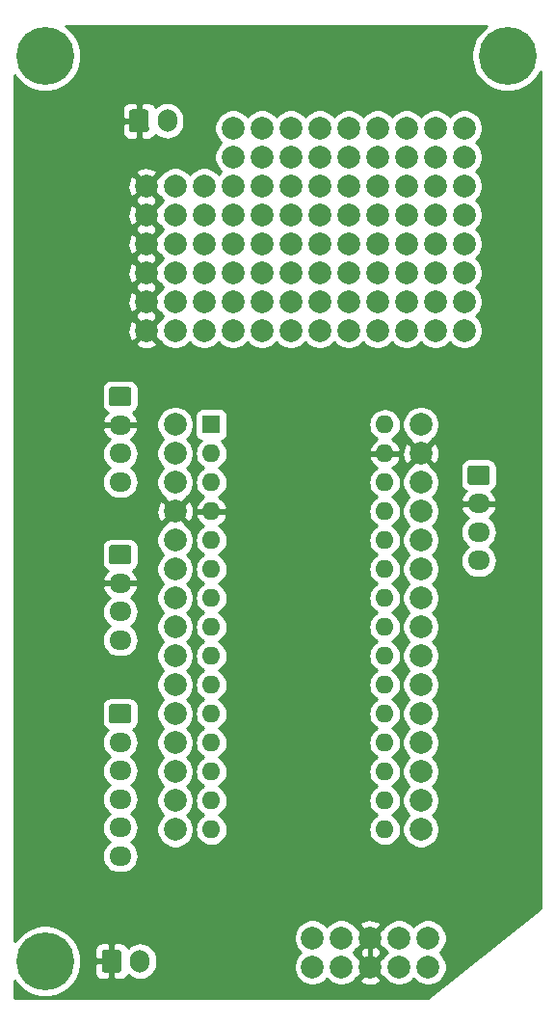
<source format=gbr>
G04 #@! TF.GenerationSoftware,KiCad,Pcbnew,(5.1.4)-1*
G04 #@! TF.CreationDate,2020-02-11T18:39:35-06:00*
G04 #@! TF.ProjectId,ArduinoBreakoutboardControl,41726475-696e-46f4-9272-65616b6f7574,rev?*
G04 #@! TF.SameCoordinates,Original*
G04 #@! TF.FileFunction,Copper,L2,Bot*
G04 #@! TF.FilePolarity,Positive*
%FSLAX46Y46*%
G04 Gerber Fmt 4.6, Leading zero omitted, Abs format (unit mm)*
G04 Created by KiCad (PCBNEW (5.1.4)-1) date 2020-02-11 18:39:35*
%MOMM*%
%LPD*%
G04 APERTURE LIST*
%ADD10C,1.998980*%
%ADD11O,1.950000X1.700000*%
%ADD12C,0.100000*%
%ADD13C,1.700000*%
%ADD14O,1.600000X1.600000*%
%ADD15R,1.600000X1.600000*%
%ADD16O,1.700000X2.000000*%
%ADD17C,5.080000*%
%ADD18C,0.457200*%
%ADD19C,0.254000*%
G04 APERTURE END LIST*
D10*
X140970000Y-86995000D03*
D11*
X136144000Y-90685000D03*
X136144000Y-88185000D03*
X136144000Y-85685000D03*
D12*
G36*
X136893504Y-82336204D02*
G01*
X136917773Y-82339804D01*
X136941571Y-82345765D01*
X136964671Y-82354030D01*
X136986849Y-82364520D01*
X137007893Y-82377133D01*
X137027598Y-82391747D01*
X137045777Y-82408223D01*
X137062253Y-82426402D01*
X137076867Y-82446107D01*
X137089480Y-82467151D01*
X137099970Y-82489329D01*
X137108235Y-82512429D01*
X137114196Y-82536227D01*
X137117796Y-82560496D01*
X137119000Y-82585000D01*
X137119000Y-83785000D01*
X137117796Y-83809504D01*
X137114196Y-83833773D01*
X137108235Y-83857571D01*
X137099970Y-83880671D01*
X137089480Y-83902849D01*
X137076867Y-83923893D01*
X137062253Y-83943598D01*
X137045777Y-83961777D01*
X137027598Y-83978253D01*
X137007893Y-83992867D01*
X136986849Y-84005480D01*
X136964671Y-84015970D01*
X136941571Y-84024235D01*
X136917773Y-84030196D01*
X136893504Y-84033796D01*
X136869000Y-84035000D01*
X135419000Y-84035000D01*
X135394496Y-84033796D01*
X135370227Y-84030196D01*
X135346429Y-84024235D01*
X135323329Y-84015970D01*
X135301151Y-84005480D01*
X135280107Y-83992867D01*
X135260402Y-83978253D01*
X135242223Y-83961777D01*
X135225747Y-83943598D01*
X135211133Y-83923893D01*
X135198520Y-83902849D01*
X135188030Y-83880671D01*
X135179765Y-83857571D01*
X135173804Y-83833773D01*
X135170204Y-83809504D01*
X135169000Y-83785000D01*
X135169000Y-82585000D01*
X135170204Y-82560496D01*
X135173804Y-82536227D01*
X135179765Y-82512429D01*
X135188030Y-82489329D01*
X135198520Y-82467151D01*
X135211133Y-82446107D01*
X135225747Y-82426402D01*
X135242223Y-82408223D01*
X135260402Y-82391747D01*
X135280107Y-82377133D01*
X135301151Y-82364520D01*
X135323329Y-82354030D01*
X135346429Y-82345765D01*
X135370227Y-82339804D01*
X135394496Y-82336204D01*
X135419000Y-82335000D01*
X136869000Y-82335000D01*
X136893504Y-82336204D01*
X136893504Y-82336204D01*
G37*
D13*
X136144000Y-83185000D03*
D14*
X159385000Y-107315000D03*
X144145000Y-107315000D03*
X159385000Y-71755000D03*
X144145000Y-104775000D03*
X159385000Y-74295000D03*
X144145000Y-102235000D03*
X159385000Y-76835000D03*
X144145000Y-99695000D03*
X159385000Y-79375000D03*
X144145000Y-97155000D03*
X159385000Y-81915000D03*
X144145000Y-94615000D03*
X159385000Y-84455000D03*
X144145000Y-92075000D03*
X159385000Y-86995000D03*
X144145000Y-89535000D03*
X159385000Y-89535000D03*
X144145000Y-86995000D03*
X159385000Y-92075000D03*
X144145000Y-84455000D03*
X159385000Y-94615000D03*
X144145000Y-81915000D03*
X159385000Y-97155000D03*
X144145000Y-79375000D03*
X159385000Y-99695000D03*
X144145000Y-76835000D03*
X159385000Y-102235000D03*
X144145000Y-74295000D03*
X159385000Y-104775000D03*
D15*
X144145000Y-71755000D03*
D10*
X166370000Y-55880000D03*
X161290000Y-60960000D03*
X161290000Y-55880000D03*
X161290000Y-48260000D03*
X158750000Y-45720000D03*
X156210000Y-45720000D03*
X153670000Y-45720000D03*
X151130000Y-45720000D03*
X163830000Y-53340000D03*
X166370000Y-48260000D03*
X166370000Y-53340000D03*
X163830000Y-63500000D03*
X163830000Y-60960000D03*
X163830000Y-55880000D03*
X163830000Y-50800000D03*
X163830000Y-45720000D03*
X166370000Y-60960000D03*
X166370000Y-58420000D03*
X166370000Y-50800000D03*
X166370000Y-63500000D03*
X166370000Y-45720000D03*
X163830000Y-58420000D03*
X163830000Y-48260000D03*
X161290000Y-63500000D03*
X161290000Y-58420000D03*
X161290000Y-53340000D03*
X161290000Y-50800000D03*
X161290000Y-45720000D03*
X158750000Y-48260000D03*
X156210000Y-48260000D03*
X153670000Y-48260000D03*
X151130000Y-48260000D03*
X148590000Y-45720000D03*
X146050000Y-48260000D03*
X146050000Y-45720000D03*
X158750000Y-63500000D03*
X158750000Y-53340000D03*
X158750000Y-50800000D03*
X156210000Y-63500000D03*
X148590000Y-48260000D03*
X156210000Y-60960000D03*
X156210000Y-58420000D03*
X156210000Y-55880000D03*
X156210000Y-53340000D03*
X158750000Y-55880000D03*
X158750000Y-58420000D03*
X156210000Y-50800000D03*
X158750000Y-60960000D03*
X148590000Y-50800000D03*
X153670000Y-60960000D03*
X146050000Y-63500000D03*
X146050000Y-60960000D03*
X146050000Y-53340000D03*
X146050000Y-55880000D03*
X151130000Y-50800000D03*
X146050000Y-50800000D03*
X143510000Y-60960000D03*
X143510000Y-50800000D03*
X153670000Y-63500000D03*
X153670000Y-50800000D03*
X151130000Y-60960000D03*
X153670000Y-58420000D03*
X153670000Y-55880000D03*
X153670000Y-53340000D03*
X151130000Y-63500000D03*
X151130000Y-55880000D03*
X151130000Y-53340000D03*
X148590000Y-58420000D03*
X148590000Y-55880000D03*
X148590000Y-53340000D03*
X148590000Y-60960000D03*
X143510000Y-63500000D03*
X146050000Y-58420000D03*
X143510000Y-58420000D03*
X151130000Y-58420000D03*
X148590000Y-63500000D03*
X143510000Y-55880000D03*
X143510000Y-53340000D03*
X140970000Y-50800000D03*
X140970000Y-53340000D03*
X138430000Y-63500000D03*
X138430000Y-60960000D03*
X138430000Y-58420000D03*
X140970000Y-60960000D03*
X140970000Y-58420000D03*
X140970000Y-55880000D03*
X140970000Y-63500000D03*
X138430000Y-50800000D03*
X138430000Y-53340000D03*
X138430000Y-55880000D03*
D11*
X136144000Y-109655000D03*
X136144000Y-107155000D03*
X136144000Y-104655000D03*
X136144000Y-102155000D03*
X136144000Y-99655000D03*
D12*
G36*
X136893504Y-96306204D02*
G01*
X136917773Y-96309804D01*
X136941571Y-96315765D01*
X136964671Y-96324030D01*
X136986849Y-96334520D01*
X137007893Y-96347133D01*
X137027598Y-96361747D01*
X137045777Y-96378223D01*
X137062253Y-96396402D01*
X137076867Y-96416107D01*
X137089480Y-96437151D01*
X137099970Y-96459329D01*
X137108235Y-96482429D01*
X137114196Y-96506227D01*
X137117796Y-96530496D01*
X137119000Y-96555000D01*
X137119000Y-97755000D01*
X137117796Y-97779504D01*
X137114196Y-97803773D01*
X137108235Y-97827571D01*
X137099970Y-97850671D01*
X137089480Y-97872849D01*
X137076867Y-97893893D01*
X137062253Y-97913598D01*
X137045777Y-97931777D01*
X137027598Y-97948253D01*
X137007893Y-97962867D01*
X136986849Y-97975480D01*
X136964671Y-97985970D01*
X136941571Y-97994235D01*
X136917773Y-98000196D01*
X136893504Y-98003796D01*
X136869000Y-98005000D01*
X135419000Y-98005000D01*
X135394496Y-98003796D01*
X135370227Y-98000196D01*
X135346429Y-97994235D01*
X135323329Y-97985970D01*
X135301151Y-97975480D01*
X135280107Y-97962867D01*
X135260402Y-97948253D01*
X135242223Y-97931777D01*
X135225747Y-97913598D01*
X135211133Y-97893893D01*
X135198520Y-97872849D01*
X135188030Y-97850671D01*
X135179765Y-97827571D01*
X135173804Y-97803773D01*
X135170204Y-97779504D01*
X135169000Y-97755000D01*
X135169000Y-96555000D01*
X135170204Y-96530496D01*
X135173804Y-96506227D01*
X135179765Y-96482429D01*
X135188030Y-96459329D01*
X135198520Y-96437151D01*
X135211133Y-96416107D01*
X135225747Y-96396402D01*
X135242223Y-96378223D01*
X135260402Y-96361747D01*
X135280107Y-96347133D01*
X135301151Y-96334520D01*
X135323329Y-96324030D01*
X135346429Y-96315765D01*
X135370227Y-96309804D01*
X135394496Y-96306204D01*
X135419000Y-96305000D01*
X136869000Y-96305000D01*
X136893504Y-96306204D01*
X136893504Y-96306204D01*
G37*
D13*
X136144000Y-97155000D03*
D16*
X137882000Y-118872000D03*
D12*
G36*
X136006504Y-117873204D02*
G01*
X136030773Y-117876804D01*
X136054571Y-117882765D01*
X136077671Y-117891030D01*
X136099849Y-117901520D01*
X136120893Y-117914133D01*
X136140598Y-117928747D01*
X136158777Y-117945223D01*
X136175253Y-117963402D01*
X136189867Y-117983107D01*
X136202480Y-118004151D01*
X136212970Y-118026329D01*
X136221235Y-118049429D01*
X136227196Y-118073227D01*
X136230796Y-118097496D01*
X136232000Y-118122000D01*
X136232000Y-119622000D01*
X136230796Y-119646504D01*
X136227196Y-119670773D01*
X136221235Y-119694571D01*
X136212970Y-119717671D01*
X136202480Y-119739849D01*
X136189867Y-119760893D01*
X136175253Y-119780598D01*
X136158777Y-119798777D01*
X136140598Y-119815253D01*
X136120893Y-119829867D01*
X136099849Y-119842480D01*
X136077671Y-119852970D01*
X136054571Y-119861235D01*
X136030773Y-119867196D01*
X136006504Y-119870796D01*
X135982000Y-119872000D01*
X134782000Y-119872000D01*
X134757496Y-119870796D01*
X134733227Y-119867196D01*
X134709429Y-119861235D01*
X134686329Y-119852970D01*
X134664151Y-119842480D01*
X134643107Y-119829867D01*
X134623402Y-119815253D01*
X134605223Y-119798777D01*
X134588747Y-119780598D01*
X134574133Y-119760893D01*
X134561520Y-119739849D01*
X134551030Y-119717671D01*
X134542765Y-119694571D01*
X134536804Y-119670773D01*
X134533204Y-119646504D01*
X134532000Y-119622000D01*
X134532000Y-118122000D01*
X134533204Y-118097496D01*
X134536804Y-118073227D01*
X134542765Y-118049429D01*
X134551030Y-118026329D01*
X134561520Y-118004151D01*
X134574133Y-117983107D01*
X134588747Y-117963402D01*
X134605223Y-117945223D01*
X134623402Y-117928747D01*
X134643107Y-117914133D01*
X134664151Y-117901520D01*
X134686329Y-117891030D01*
X134709429Y-117882765D01*
X134733227Y-117876804D01*
X134757496Y-117873204D01*
X134782000Y-117872000D01*
X135982000Y-117872000D01*
X136006504Y-117873204D01*
X136006504Y-117873204D01*
G37*
D13*
X135382000Y-118872000D03*
D10*
X162560000Y-89535000D03*
D11*
X167640000Y-83700000D03*
X167640000Y-81200000D03*
X167640000Y-78700000D03*
D12*
G36*
X168389504Y-75351204D02*
G01*
X168413773Y-75354804D01*
X168437571Y-75360765D01*
X168460671Y-75369030D01*
X168482849Y-75379520D01*
X168503893Y-75392133D01*
X168523598Y-75406747D01*
X168541777Y-75423223D01*
X168558253Y-75441402D01*
X168572867Y-75461107D01*
X168585480Y-75482151D01*
X168595970Y-75504329D01*
X168604235Y-75527429D01*
X168610196Y-75551227D01*
X168613796Y-75575496D01*
X168615000Y-75600000D01*
X168615000Y-76800000D01*
X168613796Y-76824504D01*
X168610196Y-76848773D01*
X168604235Y-76872571D01*
X168595970Y-76895671D01*
X168585480Y-76917849D01*
X168572867Y-76938893D01*
X168558253Y-76958598D01*
X168541777Y-76976777D01*
X168523598Y-76993253D01*
X168503893Y-77007867D01*
X168482849Y-77020480D01*
X168460671Y-77030970D01*
X168437571Y-77039235D01*
X168413773Y-77045196D01*
X168389504Y-77048796D01*
X168365000Y-77050000D01*
X166915000Y-77050000D01*
X166890496Y-77048796D01*
X166866227Y-77045196D01*
X166842429Y-77039235D01*
X166819329Y-77030970D01*
X166797151Y-77020480D01*
X166776107Y-77007867D01*
X166756402Y-76993253D01*
X166738223Y-76976777D01*
X166721747Y-76958598D01*
X166707133Y-76938893D01*
X166694520Y-76917849D01*
X166684030Y-76895671D01*
X166675765Y-76872571D01*
X166669804Y-76848773D01*
X166666204Y-76824504D01*
X166665000Y-76800000D01*
X166665000Y-75600000D01*
X166666204Y-75575496D01*
X166669804Y-75551227D01*
X166675765Y-75527429D01*
X166684030Y-75504329D01*
X166694520Y-75482151D01*
X166707133Y-75461107D01*
X166721747Y-75441402D01*
X166738223Y-75423223D01*
X166756402Y-75406747D01*
X166776107Y-75392133D01*
X166797151Y-75379520D01*
X166819329Y-75369030D01*
X166842429Y-75360765D01*
X166866227Y-75354804D01*
X166890496Y-75351204D01*
X166915000Y-75350000D01*
X168365000Y-75350000D01*
X168389504Y-75351204D01*
X168389504Y-75351204D01*
G37*
D13*
X167640000Y-76200000D03*
D10*
X162560000Y-74295000D03*
X158115000Y-116840000D03*
X140970000Y-104775000D03*
X163195000Y-116840000D03*
X153035000Y-116840000D03*
X140970000Y-97155000D03*
X140970000Y-89535000D03*
X140970000Y-84455000D03*
X155575000Y-116840000D03*
X153035000Y-119380000D03*
X162560000Y-107315000D03*
X162560000Y-92075000D03*
X162560000Y-104775000D03*
X162560000Y-84455000D03*
X162560000Y-94615000D03*
X162560000Y-86995000D03*
X160655000Y-116840000D03*
X163195000Y-119380000D03*
X162560000Y-99695000D03*
X162560000Y-81915000D03*
X158115000Y-119380000D03*
X162560000Y-102235000D03*
X162560000Y-97155000D03*
X155575000Y-119380000D03*
X160655000Y-119380000D03*
X162560000Y-79375000D03*
X162560000Y-76835000D03*
X162560000Y-71755000D03*
X140970000Y-107315000D03*
X140970000Y-102235000D03*
X140970000Y-99695000D03*
X140970000Y-94615000D03*
X140970000Y-92075000D03*
X140970000Y-76835000D03*
X140970000Y-71755000D03*
X140970000Y-79375000D03*
X140970000Y-74295000D03*
D11*
X136144000Y-76795000D03*
X136144000Y-74295000D03*
X136144000Y-71795000D03*
D12*
G36*
X136893594Y-68446203D02*
G01*
X136917853Y-68449802D01*
X136941642Y-68455761D01*
X136964733Y-68464023D01*
X136986902Y-68474508D01*
X137007937Y-68487116D01*
X137027635Y-68501725D01*
X137045806Y-68518194D01*
X137062275Y-68536365D01*
X137076884Y-68556063D01*
X137089492Y-68577098D01*
X137099977Y-68599267D01*
X137108239Y-68622358D01*
X137114198Y-68646147D01*
X137117797Y-68670406D01*
X137119000Y-68694900D01*
X137119000Y-69895100D01*
X137117797Y-69919594D01*
X137114198Y-69943853D01*
X137108239Y-69967642D01*
X137099977Y-69990733D01*
X137089492Y-70012902D01*
X137076884Y-70033937D01*
X137062275Y-70053635D01*
X137045806Y-70071806D01*
X137027635Y-70088275D01*
X137007937Y-70102884D01*
X136986902Y-70115492D01*
X136964733Y-70125977D01*
X136941642Y-70134239D01*
X136917853Y-70140198D01*
X136893594Y-70143797D01*
X136869100Y-70145000D01*
X135418900Y-70145000D01*
X135394406Y-70143797D01*
X135370147Y-70140198D01*
X135346358Y-70134239D01*
X135323267Y-70125977D01*
X135301098Y-70115492D01*
X135280063Y-70102884D01*
X135260365Y-70088275D01*
X135242194Y-70071806D01*
X135225725Y-70053635D01*
X135211116Y-70033937D01*
X135198508Y-70012902D01*
X135188023Y-69990733D01*
X135179761Y-69967642D01*
X135173802Y-69943853D01*
X135170203Y-69919594D01*
X135169000Y-69895100D01*
X135169000Y-68694900D01*
X135170203Y-68670406D01*
X135173802Y-68646147D01*
X135179761Y-68622358D01*
X135188023Y-68599267D01*
X135198508Y-68577098D01*
X135211116Y-68556063D01*
X135225725Y-68536365D01*
X135242194Y-68518194D01*
X135260365Y-68501725D01*
X135280063Y-68487116D01*
X135301098Y-68474508D01*
X135323267Y-68464023D01*
X135346358Y-68455761D01*
X135370147Y-68449802D01*
X135394406Y-68446203D01*
X135418900Y-68445000D01*
X136869100Y-68445000D01*
X136893594Y-68446203D01*
X136893594Y-68446203D01*
G37*
D13*
X136144000Y-69295000D03*
D10*
X140970000Y-81915000D03*
D16*
X140295000Y-45085000D03*
D12*
G36*
X138419504Y-44086204D02*
G01*
X138443773Y-44089804D01*
X138467571Y-44095765D01*
X138490671Y-44104030D01*
X138512849Y-44114520D01*
X138533893Y-44127133D01*
X138553598Y-44141747D01*
X138571777Y-44158223D01*
X138588253Y-44176402D01*
X138602867Y-44196107D01*
X138615480Y-44217151D01*
X138625970Y-44239329D01*
X138634235Y-44262429D01*
X138640196Y-44286227D01*
X138643796Y-44310496D01*
X138645000Y-44335000D01*
X138645000Y-45835000D01*
X138643796Y-45859504D01*
X138640196Y-45883773D01*
X138634235Y-45907571D01*
X138625970Y-45930671D01*
X138615480Y-45952849D01*
X138602867Y-45973893D01*
X138588253Y-45993598D01*
X138571777Y-46011777D01*
X138553598Y-46028253D01*
X138533893Y-46042867D01*
X138512849Y-46055480D01*
X138490671Y-46065970D01*
X138467571Y-46074235D01*
X138443773Y-46080196D01*
X138419504Y-46083796D01*
X138395000Y-46085000D01*
X137195000Y-46085000D01*
X137170496Y-46083796D01*
X137146227Y-46080196D01*
X137122429Y-46074235D01*
X137099329Y-46065970D01*
X137077151Y-46055480D01*
X137056107Y-46042867D01*
X137036402Y-46028253D01*
X137018223Y-46011777D01*
X137001747Y-45993598D01*
X136987133Y-45973893D01*
X136974520Y-45952849D01*
X136964030Y-45930671D01*
X136955765Y-45907571D01*
X136949804Y-45883773D01*
X136946204Y-45859504D01*
X136945000Y-45835000D01*
X136945000Y-44335000D01*
X136946204Y-44310496D01*
X136949804Y-44286227D01*
X136955765Y-44262429D01*
X136964030Y-44239329D01*
X136974520Y-44217151D01*
X136987133Y-44196107D01*
X137001747Y-44176402D01*
X137018223Y-44158223D01*
X137036402Y-44141747D01*
X137056107Y-44127133D01*
X137077151Y-44114520D01*
X137099329Y-44104030D01*
X137122429Y-44095765D01*
X137146227Y-44089804D01*
X137170496Y-44086204D01*
X137195000Y-44085000D01*
X138395000Y-44085000D01*
X138419504Y-44086204D01*
X138419504Y-44086204D01*
G37*
D13*
X137795000Y-45085000D03*
D17*
X170180000Y-39370000D03*
X129540000Y-39370000D03*
X129540000Y-118872000D03*
D18*
X137160000Y-71795000D02*
X137035000Y-71795000D01*
X166965000Y-78700000D02*
X167640000Y-78700000D01*
X167640000Y-78700000D02*
X167765000Y-78700000D01*
X137160000Y-85685000D02*
X137285000Y-85685000D01*
X138430000Y-45720000D02*
X137795000Y-45085000D01*
X158115000Y-116840000D02*
X158115000Y-119380000D01*
D19*
G36*
X170815000Y-114247394D02*
G01*
X163269394Y-121793000D01*
X132969816Y-121793000D01*
X132982130Y-119872000D01*
X133893928Y-119872000D01*
X133906188Y-119996482D01*
X133942498Y-120116180D01*
X134001463Y-120226494D01*
X134080815Y-120323185D01*
X134177506Y-120402537D01*
X134287820Y-120461502D01*
X134407518Y-120497812D01*
X134532000Y-120510072D01*
X135096250Y-120507000D01*
X135255000Y-120348250D01*
X135255000Y-118999000D01*
X134055750Y-118999000D01*
X133897000Y-119157750D01*
X133893928Y-119872000D01*
X132982130Y-119872000D01*
X132994950Y-117872000D01*
X133893928Y-117872000D01*
X133897000Y-118586250D01*
X134055750Y-118745000D01*
X135255000Y-118745000D01*
X135255000Y-117395750D01*
X135509000Y-117395750D01*
X135509000Y-118745000D01*
X135529000Y-118745000D01*
X135529000Y-118999000D01*
X135509000Y-118999000D01*
X135509000Y-120348250D01*
X135667750Y-120507000D01*
X136232000Y-120510072D01*
X136356482Y-120497812D01*
X136476180Y-120461502D01*
X136586494Y-120402537D01*
X136683185Y-120323185D01*
X136762537Y-120226494D01*
X136821502Y-120116180D01*
X136832055Y-120081392D01*
X137052987Y-120262706D01*
X137310967Y-120400599D01*
X137590890Y-120485513D01*
X137882000Y-120514185D01*
X138173111Y-120485513D01*
X138453034Y-120400599D01*
X138711014Y-120262706D01*
X138937134Y-120077134D01*
X139122706Y-119851014D01*
X139260599Y-119593033D01*
X139345513Y-119313110D01*
X139367000Y-119094949D01*
X139367000Y-118649050D01*
X139345513Y-118430889D01*
X139260599Y-118150966D01*
X139122706Y-117892986D01*
X138937134Y-117666866D01*
X138711013Y-117481294D01*
X138453033Y-117343401D01*
X138173110Y-117258487D01*
X137882000Y-117229815D01*
X137590889Y-117258487D01*
X137310966Y-117343401D01*
X137052986Y-117481294D01*
X136832055Y-117662608D01*
X136821502Y-117627820D01*
X136762537Y-117517506D01*
X136683185Y-117420815D01*
X136586494Y-117341463D01*
X136476180Y-117282498D01*
X136356482Y-117246188D01*
X136232000Y-117233928D01*
X135667750Y-117237000D01*
X135509000Y-117395750D01*
X135255000Y-117395750D01*
X135096250Y-117237000D01*
X134532000Y-117233928D01*
X134407518Y-117246188D01*
X134287820Y-117282498D01*
X134177506Y-117341463D01*
X134080815Y-117420815D01*
X134001463Y-117517506D01*
X133942498Y-117627820D01*
X133906188Y-117747518D01*
X133893928Y-117872000D01*
X132994950Y-117872000D01*
X133002597Y-116679017D01*
X151400510Y-116679017D01*
X151400510Y-117000983D01*
X151463322Y-117316763D01*
X151586533Y-117614222D01*
X151765408Y-117881927D01*
X151993073Y-118109592D01*
X151993684Y-118110000D01*
X151993073Y-118110408D01*
X151765408Y-118338073D01*
X151586533Y-118605778D01*
X151463322Y-118903237D01*
X151400510Y-119219017D01*
X151400510Y-119540983D01*
X151463322Y-119856763D01*
X151586533Y-120154222D01*
X151765408Y-120421927D01*
X151993073Y-120649592D01*
X152260778Y-120828467D01*
X152558237Y-120951678D01*
X152874017Y-121014490D01*
X153195983Y-121014490D01*
X153511763Y-120951678D01*
X153809222Y-120828467D01*
X154076927Y-120649592D01*
X154304592Y-120421927D01*
X154305000Y-120421316D01*
X154305408Y-120421927D01*
X154533073Y-120649592D01*
X154800778Y-120828467D01*
X155098237Y-120951678D01*
X155414017Y-121014490D01*
X155735983Y-121014490D01*
X156051763Y-120951678D01*
X156349222Y-120828467D01*
X156616927Y-120649592D01*
X156751469Y-120515050D01*
X157159555Y-120515050D01*
X157255258Y-120779399D01*
X157544787Y-120920238D01*
X157856229Y-121001885D01*
X158177615Y-121021205D01*
X158496595Y-120977454D01*
X158800911Y-120872314D01*
X158974742Y-120779399D01*
X159070445Y-120515050D01*
X158115000Y-119559605D01*
X157159555Y-120515050D01*
X156751469Y-120515050D01*
X156844592Y-120421927D01*
X156917487Y-120312831D01*
X156979950Y-120335445D01*
X157935395Y-119380000D01*
X156979950Y-118424555D01*
X156917487Y-118447169D01*
X156844592Y-118338073D01*
X156616927Y-118110408D01*
X156616316Y-118110000D01*
X156616927Y-118109592D01*
X156751469Y-117975050D01*
X157159555Y-117975050D01*
X157208411Y-118110000D01*
X157159555Y-118244950D01*
X158115000Y-119200395D01*
X159070445Y-118244950D01*
X159021589Y-118110000D01*
X159070445Y-117975050D01*
X158115000Y-117019605D01*
X157159555Y-117975050D01*
X156751469Y-117975050D01*
X156844592Y-117881927D01*
X156917487Y-117772831D01*
X156979950Y-117795445D01*
X157935395Y-116840000D01*
X158294605Y-116840000D01*
X159250050Y-117795445D01*
X159312513Y-117772831D01*
X159385408Y-117881927D01*
X159613073Y-118109592D01*
X159613684Y-118110000D01*
X159613073Y-118110408D01*
X159385408Y-118338073D01*
X159312513Y-118447169D01*
X159250050Y-118424555D01*
X158294605Y-119380000D01*
X159250050Y-120335445D01*
X159312513Y-120312831D01*
X159385408Y-120421927D01*
X159613073Y-120649592D01*
X159880778Y-120828467D01*
X160178237Y-120951678D01*
X160494017Y-121014490D01*
X160815983Y-121014490D01*
X161131763Y-120951678D01*
X161429222Y-120828467D01*
X161696927Y-120649592D01*
X161924592Y-120421927D01*
X161925000Y-120421316D01*
X161925408Y-120421927D01*
X162153073Y-120649592D01*
X162420778Y-120828467D01*
X162718237Y-120951678D01*
X163034017Y-121014490D01*
X163355983Y-121014490D01*
X163671763Y-120951678D01*
X163969222Y-120828467D01*
X164236927Y-120649592D01*
X164464592Y-120421927D01*
X164643467Y-120154222D01*
X164766678Y-119856763D01*
X164829490Y-119540983D01*
X164829490Y-119219017D01*
X164766678Y-118903237D01*
X164643467Y-118605778D01*
X164464592Y-118338073D01*
X164236927Y-118110408D01*
X164236316Y-118110000D01*
X164236927Y-118109592D01*
X164464592Y-117881927D01*
X164643467Y-117614222D01*
X164766678Y-117316763D01*
X164829490Y-117000983D01*
X164829490Y-116679017D01*
X164766678Y-116363237D01*
X164643467Y-116065778D01*
X164464592Y-115798073D01*
X164236927Y-115570408D01*
X163969222Y-115391533D01*
X163671763Y-115268322D01*
X163355983Y-115205510D01*
X163034017Y-115205510D01*
X162718237Y-115268322D01*
X162420778Y-115391533D01*
X162153073Y-115570408D01*
X161925408Y-115798073D01*
X161925000Y-115798684D01*
X161924592Y-115798073D01*
X161696927Y-115570408D01*
X161429222Y-115391533D01*
X161131763Y-115268322D01*
X160815983Y-115205510D01*
X160494017Y-115205510D01*
X160178237Y-115268322D01*
X159880778Y-115391533D01*
X159613073Y-115570408D01*
X159385408Y-115798073D01*
X159312513Y-115907169D01*
X159250050Y-115884555D01*
X158294605Y-116840000D01*
X157935395Y-116840000D01*
X156979950Y-115884555D01*
X156917487Y-115907169D01*
X156844592Y-115798073D01*
X156751469Y-115704950D01*
X157159555Y-115704950D01*
X158115000Y-116660395D01*
X159070445Y-115704950D01*
X158974742Y-115440601D01*
X158685213Y-115299762D01*
X158373771Y-115218115D01*
X158052385Y-115198795D01*
X157733405Y-115242546D01*
X157429089Y-115347686D01*
X157255258Y-115440601D01*
X157159555Y-115704950D01*
X156751469Y-115704950D01*
X156616927Y-115570408D01*
X156349222Y-115391533D01*
X156051763Y-115268322D01*
X155735983Y-115205510D01*
X155414017Y-115205510D01*
X155098237Y-115268322D01*
X154800778Y-115391533D01*
X154533073Y-115570408D01*
X154305408Y-115798073D01*
X154305000Y-115798684D01*
X154304592Y-115798073D01*
X154076927Y-115570408D01*
X153809222Y-115391533D01*
X153511763Y-115268322D01*
X153195983Y-115205510D01*
X152874017Y-115205510D01*
X152558237Y-115268322D01*
X152260778Y-115391533D01*
X151993073Y-115570408D01*
X151765408Y-115798073D01*
X151586533Y-116065778D01*
X151463322Y-116363237D01*
X151400510Y-116679017D01*
X133002597Y-116679017D01*
X133111725Y-99655000D01*
X134526815Y-99655000D01*
X134555487Y-99946111D01*
X134640401Y-100226034D01*
X134778294Y-100484014D01*
X134963866Y-100710134D01*
X135189986Y-100895706D01*
X135207374Y-100905000D01*
X135189986Y-100914294D01*
X134963866Y-101099866D01*
X134778294Y-101325986D01*
X134640401Y-101583966D01*
X134555487Y-101863889D01*
X134526815Y-102155000D01*
X134555487Y-102446111D01*
X134640401Y-102726034D01*
X134778294Y-102984014D01*
X134963866Y-103210134D01*
X135189986Y-103395706D01*
X135207374Y-103405000D01*
X135189986Y-103414294D01*
X134963866Y-103599866D01*
X134778294Y-103825986D01*
X134640401Y-104083966D01*
X134555487Y-104363889D01*
X134526815Y-104655000D01*
X134555487Y-104946111D01*
X134640401Y-105226034D01*
X134778294Y-105484014D01*
X134963866Y-105710134D01*
X135189986Y-105895706D01*
X135207374Y-105905000D01*
X135189986Y-105914294D01*
X134963866Y-106099866D01*
X134778294Y-106325986D01*
X134640401Y-106583966D01*
X134555487Y-106863889D01*
X134526815Y-107155000D01*
X134555487Y-107446111D01*
X134640401Y-107726034D01*
X134778294Y-107984014D01*
X134963866Y-108210134D01*
X135189986Y-108395706D01*
X135207374Y-108405000D01*
X135189986Y-108414294D01*
X134963866Y-108599866D01*
X134778294Y-108825986D01*
X134640401Y-109083966D01*
X134555487Y-109363889D01*
X134526815Y-109655000D01*
X134555487Y-109946111D01*
X134640401Y-110226034D01*
X134778294Y-110484014D01*
X134963866Y-110710134D01*
X135189986Y-110895706D01*
X135447966Y-111033599D01*
X135727889Y-111118513D01*
X135946050Y-111140000D01*
X136341950Y-111140000D01*
X136560111Y-111118513D01*
X136840034Y-111033599D01*
X137098014Y-110895706D01*
X137324134Y-110710134D01*
X137509706Y-110484014D01*
X137647599Y-110226034D01*
X137732513Y-109946111D01*
X137761185Y-109655000D01*
X137732513Y-109363889D01*
X137647599Y-109083966D01*
X137509706Y-108825986D01*
X137324134Y-108599866D01*
X137098014Y-108414294D01*
X137080626Y-108405000D01*
X137098014Y-108395706D01*
X137324134Y-108210134D01*
X137509706Y-107984014D01*
X137647599Y-107726034D01*
X137732513Y-107446111D01*
X137761185Y-107155000D01*
X137732513Y-106863889D01*
X137647599Y-106583966D01*
X137509706Y-106325986D01*
X137324134Y-106099866D01*
X137098014Y-105914294D01*
X137080626Y-105905000D01*
X137098014Y-105895706D01*
X137324134Y-105710134D01*
X137509706Y-105484014D01*
X137647599Y-105226034D01*
X137732513Y-104946111D01*
X137761185Y-104655000D01*
X137732513Y-104363889D01*
X137647599Y-104083966D01*
X137509706Y-103825986D01*
X137324134Y-103599866D01*
X137098014Y-103414294D01*
X137080626Y-103405000D01*
X137098014Y-103395706D01*
X137324134Y-103210134D01*
X137509706Y-102984014D01*
X137647599Y-102726034D01*
X137732513Y-102446111D01*
X137761185Y-102155000D01*
X137732513Y-101863889D01*
X137647599Y-101583966D01*
X137509706Y-101325986D01*
X137324134Y-101099866D01*
X137098014Y-100914294D01*
X137080626Y-100905000D01*
X137098014Y-100895706D01*
X137324134Y-100710134D01*
X137509706Y-100484014D01*
X137647599Y-100226034D01*
X137732513Y-99946111D01*
X137761185Y-99655000D01*
X137732513Y-99363889D01*
X137647599Y-99083966D01*
X137509706Y-98825986D01*
X137324134Y-98599866D01*
X137260663Y-98547777D01*
X137362386Y-98493405D01*
X137496962Y-98382962D01*
X137607405Y-98248386D01*
X137689472Y-98094850D01*
X137740008Y-97928254D01*
X137757072Y-97755000D01*
X137757072Y-96555000D01*
X137740008Y-96381746D01*
X137689472Y-96215150D01*
X137607405Y-96061614D01*
X137496962Y-95927038D01*
X137362386Y-95816595D01*
X137208850Y-95734528D01*
X137042254Y-95683992D01*
X136869000Y-95666928D01*
X135419000Y-95666928D01*
X135245746Y-95683992D01*
X135079150Y-95734528D01*
X134925614Y-95816595D01*
X134791038Y-95927038D01*
X134680595Y-96061614D01*
X134598528Y-96215150D01*
X134547992Y-96381746D01*
X134530928Y-96555000D01*
X134530928Y-97755000D01*
X134547992Y-97928254D01*
X134598528Y-98094850D01*
X134680595Y-98248386D01*
X134791038Y-98382962D01*
X134925614Y-98493405D01*
X135027337Y-98547777D01*
X134963866Y-98599866D01*
X134778294Y-98825986D01*
X134640401Y-99083966D01*
X134555487Y-99363889D01*
X134526815Y-99655000D01*
X133111725Y-99655000D01*
X133185250Y-88185000D01*
X134526815Y-88185000D01*
X134555487Y-88476111D01*
X134640401Y-88756034D01*
X134778294Y-89014014D01*
X134963866Y-89240134D01*
X135189986Y-89425706D01*
X135207374Y-89435000D01*
X135189986Y-89444294D01*
X134963866Y-89629866D01*
X134778294Y-89855986D01*
X134640401Y-90113966D01*
X134555487Y-90393889D01*
X134526815Y-90685000D01*
X134555487Y-90976111D01*
X134640401Y-91256034D01*
X134778294Y-91514014D01*
X134963866Y-91740134D01*
X135189986Y-91925706D01*
X135447966Y-92063599D01*
X135727889Y-92148513D01*
X135946050Y-92170000D01*
X136341950Y-92170000D01*
X136560111Y-92148513D01*
X136840034Y-92063599D01*
X137098014Y-91925706D01*
X137324134Y-91740134D01*
X137509706Y-91514014D01*
X137647599Y-91256034D01*
X137732513Y-90976111D01*
X137761185Y-90685000D01*
X137732513Y-90393889D01*
X137647599Y-90113966D01*
X137509706Y-89855986D01*
X137324134Y-89629866D01*
X137098014Y-89444294D01*
X137080626Y-89435000D01*
X137098014Y-89425706D01*
X137324134Y-89240134D01*
X137509706Y-89014014D01*
X137647599Y-88756034D01*
X137732513Y-88476111D01*
X137761185Y-88185000D01*
X137732513Y-87893889D01*
X137647599Y-87613966D01*
X137509706Y-87355986D01*
X137324134Y-87129866D01*
X137098014Y-86944294D01*
X137072278Y-86930538D01*
X137278429Y-86774049D01*
X137471496Y-86556193D01*
X137618352Y-86304858D01*
X137710476Y-86041890D01*
X137589155Y-85812000D01*
X136271000Y-85812000D01*
X136271000Y-85832000D01*
X136017000Y-85832000D01*
X136017000Y-85812000D01*
X134698845Y-85812000D01*
X134577524Y-86041890D01*
X134669648Y-86304858D01*
X134816504Y-86556193D01*
X135009571Y-86774049D01*
X135215722Y-86930538D01*
X135189986Y-86944294D01*
X134963866Y-87129866D01*
X134778294Y-87355986D01*
X134640401Y-87613966D01*
X134555487Y-87893889D01*
X134526815Y-88185000D01*
X133185250Y-88185000D01*
X133221147Y-82585000D01*
X134530928Y-82585000D01*
X134530928Y-83785000D01*
X134547992Y-83958254D01*
X134598528Y-84124850D01*
X134680595Y-84278386D01*
X134791038Y-84412962D01*
X134925614Y-84523405D01*
X135030961Y-84579714D01*
X135009571Y-84595951D01*
X134816504Y-84813807D01*
X134669648Y-85065142D01*
X134577524Y-85328110D01*
X134698845Y-85558000D01*
X136017000Y-85558000D01*
X136017000Y-85538000D01*
X136271000Y-85538000D01*
X136271000Y-85558000D01*
X137589155Y-85558000D01*
X137710476Y-85328110D01*
X137618352Y-85065142D01*
X137471496Y-84813807D01*
X137278429Y-84595951D01*
X137257039Y-84579714D01*
X137362386Y-84523405D01*
X137496962Y-84412962D01*
X137607405Y-84278386D01*
X137689472Y-84124850D01*
X137740008Y-83958254D01*
X137757072Y-83785000D01*
X137757072Y-82585000D01*
X137740008Y-82411746D01*
X137689472Y-82245150D01*
X137607405Y-82091614D01*
X137496962Y-81957038D01*
X137362386Y-81846595D01*
X137208850Y-81764528D01*
X137174200Y-81754017D01*
X139335510Y-81754017D01*
X139335510Y-82075983D01*
X139398322Y-82391763D01*
X139521533Y-82689222D01*
X139700408Y-82956927D01*
X139928073Y-83184592D01*
X139928684Y-83185000D01*
X139928073Y-83185408D01*
X139700408Y-83413073D01*
X139521533Y-83680778D01*
X139398322Y-83978237D01*
X139335510Y-84294017D01*
X139335510Y-84615983D01*
X139398322Y-84931763D01*
X139521533Y-85229222D01*
X139700408Y-85496927D01*
X139928073Y-85724592D01*
X139928684Y-85725000D01*
X139928073Y-85725408D01*
X139700408Y-85953073D01*
X139521533Y-86220778D01*
X139398322Y-86518237D01*
X139335510Y-86834017D01*
X139335510Y-87155983D01*
X139398322Y-87471763D01*
X139521533Y-87769222D01*
X139700408Y-88036927D01*
X139928073Y-88264592D01*
X139928684Y-88265000D01*
X139928073Y-88265408D01*
X139700408Y-88493073D01*
X139521533Y-88760778D01*
X139398322Y-89058237D01*
X139335510Y-89374017D01*
X139335510Y-89695983D01*
X139398322Y-90011763D01*
X139521533Y-90309222D01*
X139700408Y-90576927D01*
X139928073Y-90804592D01*
X139928684Y-90805000D01*
X139928073Y-90805408D01*
X139700408Y-91033073D01*
X139521533Y-91300778D01*
X139398322Y-91598237D01*
X139335510Y-91914017D01*
X139335510Y-92235983D01*
X139398322Y-92551763D01*
X139521533Y-92849222D01*
X139700408Y-93116927D01*
X139928073Y-93344592D01*
X139928684Y-93345000D01*
X139928073Y-93345408D01*
X139700408Y-93573073D01*
X139521533Y-93840778D01*
X139398322Y-94138237D01*
X139335510Y-94454017D01*
X139335510Y-94775983D01*
X139398322Y-95091763D01*
X139521533Y-95389222D01*
X139700408Y-95656927D01*
X139928073Y-95884592D01*
X139928684Y-95885000D01*
X139928073Y-95885408D01*
X139700408Y-96113073D01*
X139521533Y-96380778D01*
X139398322Y-96678237D01*
X139335510Y-96994017D01*
X139335510Y-97315983D01*
X139398322Y-97631763D01*
X139521533Y-97929222D01*
X139700408Y-98196927D01*
X139928073Y-98424592D01*
X139928684Y-98425000D01*
X139928073Y-98425408D01*
X139700408Y-98653073D01*
X139521533Y-98920778D01*
X139398322Y-99218237D01*
X139335510Y-99534017D01*
X139335510Y-99855983D01*
X139398322Y-100171763D01*
X139521533Y-100469222D01*
X139700408Y-100736927D01*
X139928073Y-100964592D01*
X139928684Y-100965000D01*
X139928073Y-100965408D01*
X139700408Y-101193073D01*
X139521533Y-101460778D01*
X139398322Y-101758237D01*
X139335510Y-102074017D01*
X139335510Y-102395983D01*
X139398322Y-102711763D01*
X139521533Y-103009222D01*
X139700408Y-103276927D01*
X139928073Y-103504592D01*
X139928684Y-103505000D01*
X139928073Y-103505408D01*
X139700408Y-103733073D01*
X139521533Y-104000778D01*
X139398322Y-104298237D01*
X139335510Y-104614017D01*
X139335510Y-104935983D01*
X139398322Y-105251763D01*
X139521533Y-105549222D01*
X139700408Y-105816927D01*
X139928073Y-106044592D01*
X139928684Y-106045000D01*
X139928073Y-106045408D01*
X139700408Y-106273073D01*
X139521533Y-106540778D01*
X139398322Y-106838237D01*
X139335510Y-107154017D01*
X139335510Y-107475983D01*
X139398322Y-107791763D01*
X139521533Y-108089222D01*
X139700408Y-108356927D01*
X139928073Y-108584592D01*
X140195778Y-108763467D01*
X140493237Y-108886678D01*
X140809017Y-108949490D01*
X141130983Y-108949490D01*
X141446763Y-108886678D01*
X141744222Y-108763467D01*
X142011927Y-108584592D01*
X142239592Y-108356927D01*
X142418467Y-108089222D01*
X142541678Y-107791763D01*
X142604490Y-107475983D01*
X142604490Y-107154017D01*
X142541678Y-106838237D01*
X142418467Y-106540778D01*
X142239592Y-106273073D01*
X142011927Y-106045408D01*
X142011316Y-106045000D01*
X142011927Y-106044592D01*
X142239592Y-105816927D01*
X142418467Y-105549222D01*
X142541678Y-105251763D01*
X142604490Y-104935983D01*
X142604490Y-104614017D01*
X142541678Y-104298237D01*
X142418467Y-104000778D01*
X142239592Y-103733073D01*
X142011927Y-103505408D01*
X142011316Y-103505000D01*
X142011927Y-103504592D01*
X142239592Y-103276927D01*
X142418467Y-103009222D01*
X142541678Y-102711763D01*
X142604490Y-102395983D01*
X142604490Y-102074017D01*
X142541678Y-101758237D01*
X142418467Y-101460778D01*
X142239592Y-101193073D01*
X142011927Y-100965408D01*
X142011316Y-100965000D01*
X142011927Y-100964592D01*
X142239592Y-100736927D01*
X142418467Y-100469222D01*
X142541678Y-100171763D01*
X142604490Y-99855983D01*
X142604490Y-99534017D01*
X142541678Y-99218237D01*
X142418467Y-98920778D01*
X142239592Y-98653073D01*
X142011927Y-98425408D01*
X142011316Y-98425000D01*
X142011927Y-98424592D01*
X142239592Y-98196927D01*
X142418467Y-97929222D01*
X142541678Y-97631763D01*
X142604490Y-97315983D01*
X142604490Y-96994017D01*
X142541678Y-96678237D01*
X142418467Y-96380778D01*
X142239592Y-96113073D01*
X142011927Y-95885408D01*
X142011316Y-95885000D01*
X142011927Y-95884592D01*
X142239592Y-95656927D01*
X142418467Y-95389222D01*
X142541678Y-95091763D01*
X142604490Y-94775983D01*
X142604490Y-94454017D01*
X142541678Y-94138237D01*
X142418467Y-93840778D01*
X142239592Y-93573073D01*
X142011927Y-93345408D01*
X142011316Y-93345000D01*
X142011927Y-93344592D01*
X142239592Y-93116927D01*
X142418467Y-92849222D01*
X142541678Y-92551763D01*
X142604490Y-92235983D01*
X142604490Y-91914017D01*
X142541678Y-91598237D01*
X142418467Y-91300778D01*
X142239592Y-91033073D01*
X142011927Y-90805408D01*
X142011316Y-90805000D01*
X142011927Y-90804592D01*
X142239592Y-90576927D01*
X142418467Y-90309222D01*
X142541678Y-90011763D01*
X142604490Y-89695983D01*
X142604490Y-89374017D01*
X142541678Y-89058237D01*
X142418467Y-88760778D01*
X142239592Y-88493073D01*
X142011927Y-88265408D01*
X142011316Y-88265000D01*
X142011927Y-88264592D01*
X142239592Y-88036927D01*
X142418467Y-87769222D01*
X142541678Y-87471763D01*
X142604490Y-87155983D01*
X142604490Y-86834017D01*
X142541678Y-86518237D01*
X142418467Y-86220778D01*
X142239592Y-85953073D01*
X142011927Y-85725408D01*
X142011316Y-85725000D01*
X142011927Y-85724592D01*
X142239592Y-85496927D01*
X142418467Y-85229222D01*
X142541678Y-84931763D01*
X142604490Y-84615983D01*
X142604490Y-84294017D01*
X142541678Y-83978237D01*
X142418467Y-83680778D01*
X142239592Y-83413073D01*
X142011927Y-83185408D01*
X142011316Y-83185000D01*
X142011927Y-83184592D01*
X142239592Y-82956927D01*
X142418467Y-82689222D01*
X142541678Y-82391763D01*
X142604490Y-82075983D01*
X142604490Y-81915000D01*
X142703057Y-81915000D01*
X142730764Y-82196309D01*
X142812818Y-82466808D01*
X142946068Y-82716101D01*
X143125392Y-82934608D01*
X143343899Y-83113932D01*
X143476858Y-83185000D01*
X143343899Y-83256068D01*
X143125392Y-83435392D01*
X142946068Y-83653899D01*
X142812818Y-83903192D01*
X142730764Y-84173691D01*
X142703057Y-84455000D01*
X142730764Y-84736309D01*
X142812818Y-85006808D01*
X142946068Y-85256101D01*
X143125392Y-85474608D01*
X143343899Y-85653932D01*
X143476858Y-85725000D01*
X143343899Y-85796068D01*
X143125392Y-85975392D01*
X142946068Y-86193899D01*
X142812818Y-86443192D01*
X142730764Y-86713691D01*
X142703057Y-86995000D01*
X142730764Y-87276309D01*
X142812818Y-87546808D01*
X142946068Y-87796101D01*
X143125392Y-88014608D01*
X143343899Y-88193932D01*
X143476858Y-88265000D01*
X143343899Y-88336068D01*
X143125392Y-88515392D01*
X142946068Y-88733899D01*
X142812818Y-88983192D01*
X142730764Y-89253691D01*
X142703057Y-89535000D01*
X142730764Y-89816309D01*
X142812818Y-90086808D01*
X142946068Y-90336101D01*
X143125392Y-90554608D01*
X143343899Y-90733932D01*
X143476858Y-90805000D01*
X143343899Y-90876068D01*
X143125392Y-91055392D01*
X142946068Y-91273899D01*
X142812818Y-91523192D01*
X142730764Y-91793691D01*
X142703057Y-92075000D01*
X142730764Y-92356309D01*
X142812818Y-92626808D01*
X142946068Y-92876101D01*
X143125392Y-93094608D01*
X143343899Y-93273932D01*
X143476858Y-93345000D01*
X143343899Y-93416068D01*
X143125392Y-93595392D01*
X142946068Y-93813899D01*
X142812818Y-94063192D01*
X142730764Y-94333691D01*
X142703057Y-94615000D01*
X142730764Y-94896309D01*
X142812818Y-95166808D01*
X142946068Y-95416101D01*
X143125392Y-95634608D01*
X143343899Y-95813932D01*
X143476858Y-95885000D01*
X143343899Y-95956068D01*
X143125392Y-96135392D01*
X142946068Y-96353899D01*
X142812818Y-96603192D01*
X142730764Y-96873691D01*
X142703057Y-97155000D01*
X142730764Y-97436309D01*
X142812818Y-97706808D01*
X142946068Y-97956101D01*
X143125392Y-98174608D01*
X143343899Y-98353932D01*
X143476858Y-98425000D01*
X143343899Y-98496068D01*
X143125392Y-98675392D01*
X142946068Y-98893899D01*
X142812818Y-99143192D01*
X142730764Y-99413691D01*
X142703057Y-99695000D01*
X142730764Y-99976309D01*
X142812818Y-100246808D01*
X142946068Y-100496101D01*
X143125392Y-100714608D01*
X143343899Y-100893932D01*
X143476858Y-100965000D01*
X143343899Y-101036068D01*
X143125392Y-101215392D01*
X142946068Y-101433899D01*
X142812818Y-101683192D01*
X142730764Y-101953691D01*
X142703057Y-102235000D01*
X142730764Y-102516309D01*
X142812818Y-102786808D01*
X142946068Y-103036101D01*
X143125392Y-103254608D01*
X143343899Y-103433932D01*
X143476858Y-103505000D01*
X143343899Y-103576068D01*
X143125392Y-103755392D01*
X142946068Y-103973899D01*
X142812818Y-104223192D01*
X142730764Y-104493691D01*
X142703057Y-104775000D01*
X142730764Y-105056309D01*
X142812818Y-105326808D01*
X142946068Y-105576101D01*
X143125392Y-105794608D01*
X143343899Y-105973932D01*
X143476858Y-106045000D01*
X143343899Y-106116068D01*
X143125392Y-106295392D01*
X142946068Y-106513899D01*
X142812818Y-106763192D01*
X142730764Y-107033691D01*
X142703057Y-107315000D01*
X142730764Y-107596309D01*
X142812818Y-107866808D01*
X142946068Y-108116101D01*
X143125392Y-108334608D01*
X143343899Y-108513932D01*
X143593192Y-108647182D01*
X143863691Y-108729236D01*
X144074508Y-108750000D01*
X144215492Y-108750000D01*
X144426309Y-108729236D01*
X144696808Y-108647182D01*
X144946101Y-108513932D01*
X145164608Y-108334608D01*
X145343932Y-108116101D01*
X145477182Y-107866808D01*
X145559236Y-107596309D01*
X145586943Y-107315000D01*
X145559236Y-107033691D01*
X145477182Y-106763192D01*
X145343932Y-106513899D01*
X145164608Y-106295392D01*
X144946101Y-106116068D01*
X144813142Y-106045000D01*
X144946101Y-105973932D01*
X145164608Y-105794608D01*
X145343932Y-105576101D01*
X145477182Y-105326808D01*
X145559236Y-105056309D01*
X145586943Y-104775000D01*
X145559236Y-104493691D01*
X145477182Y-104223192D01*
X145343932Y-103973899D01*
X145164608Y-103755392D01*
X144946101Y-103576068D01*
X144813142Y-103505000D01*
X144946101Y-103433932D01*
X145164608Y-103254608D01*
X145343932Y-103036101D01*
X145477182Y-102786808D01*
X145559236Y-102516309D01*
X145586943Y-102235000D01*
X145559236Y-101953691D01*
X145477182Y-101683192D01*
X145343932Y-101433899D01*
X145164608Y-101215392D01*
X144946101Y-101036068D01*
X144813142Y-100965000D01*
X144946101Y-100893932D01*
X145164608Y-100714608D01*
X145343932Y-100496101D01*
X145477182Y-100246808D01*
X145559236Y-99976309D01*
X145586943Y-99695000D01*
X145559236Y-99413691D01*
X145477182Y-99143192D01*
X145343932Y-98893899D01*
X145164608Y-98675392D01*
X144946101Y-98496068D01*
X144813142Y-98425000D01*
X144946101Y-98353932D01*
X145164608Y-98174608D01*
X145343932Y-97956101D01*
X145477182Y-97706808D01*
X145559236Y-97436309D01*
X145586943Y-97155000D01*
X145559236Y-96873691D01*
X145477182Y-96603192D01*
X145343932Y-96353899D01*
X145164608Y-96135392D01*
X144946101Y-95956068D01*
X144813142Y-95885000D01*
X144946101Y-95813932D01*
X145164608Y-95634608D01*
X145343932Y-95416101D01*
X145477182Y-95166808D01*
X145559236Y-94896309D01*
X145586943Y-94615000D01*
X145559236Y-94333691D01*
X145477182Y-94063192D01*
X145343932Y-93813899D01*
X145164608Y-93595392D01*
X144946101Y-93416068D01*
X144813142Y-93345000D01*
X144946101Y-93273932D01*
X145164608Y-93094608D01*
X145343932Y-92876101D01*
X145477182Y-92626808D01*
X145559236Y-92356309D01*
X145586943Y-92075000D01*
X145559236Y-91793691D01*
X145477182Y-91523192D01*
X145343932Y-91273899D01*
X145164608Y-91055392D01*
X144946101Y-90876068D01*
X144813142Y-90805000D01*
X144946101Y-90733932D01*
X145164608Y-90554608D01*
X145343932Y-90336101D01*
X145477182Y-90086808D01*
X145559236Y-89816309D01*
X145586943Y-89535000D01*
X145559236Y-89253691D01*
X145477182Y-88983192D01*
X145343932Y-88733899D01*
X145164608Y-88515392D01*
X144946101Y-88336068D01*
X144813142Y-88265000D01*
X144946101Y-88193932D01*
X145164608Y-88014608D01*
X145343932Y-87796101D01*
X145477182Y-87546808D01*
X145559236Y-87276309D01*
X145586943Y-86995000D01*
X145559236Y-86713691D01*
X145477182Y-86443192D01*
X145343932Y-86193899D01*
X145164608Y-85975392D01*
X144946101Y-85796068D01*
X144813142Y-85725000D01*
X144946101Y-85653932D01*
X145164608Y-85474608D01*
X145343932Y-85256101D01*
X145477182Y-85006808D01*
X145559236Y-84736309D01*
X145586943Y-84455000D01*
X145559236Y-84173691D01*
X145477182Y-83903192D01*
X145343932Y-83653899D01*
X145164608Y-83435392D01*
X144946101Y-83256068D01*
X144813142Y-83185000D01*
X144946101Y-83113932D01*
X145164608Y-82934608D01*
X145343932Y-82716101D01*
X145477182Y-82466808D01*
X145559236Y-82196309D01*
X145586943Y-81915000D01*
X145559236Y-81633691D01*
X145477182Y-81363192D01*
X145343932Y-81113899D01*
X145164608Y-80895392D01*
X144946101Y-80716068D01*
X144808318Y-80642421D01*
X145000131Y-80527385D01*
X145208519Y-80338414D01*
X145376037Y-80112420D01*
X145496246Y-79858087D01*
X145536904Y-79724039D01*
X145414915Y-79502000D01*
X144272000Y-79502000D01*
X144272000Y-79522000D01*
X144018000Y-79522000D01*
X144018000Y-79502000D01*
X142875085Y-79502000D01*
X142753096Y-79724039D01*
X142793754Y-79858087D01*
X142913963Y-80112420D01*
X143081481Y-80338414D01*
X143289869Y-80527385D01*
X143481682Y-80642421D01*
X143343899Y-80716068D01*
X143125392Y-80895392D01*
X142946068Y-81113899D01*
X142812818Y-81363192D01*
X142730764Y-81633691D01*
X142703057Y-81915000D01*
X142604490Y-81915000D01*
X142604490Y-81754017D01*
X142541678Y-81438237D01*
X142418467Y-81140778D01*
X142239592Y-80873073D01*
X142011927Y-80645408D01*
X141902831Y-80572513D01*
X141925445Y-80510050D01*
X140970000Y-79554605D01*
X140014555Y-80510050D01*
X140037169Y-80572513D01*
X139928073Y-80645408D01*
X139700408Y-80873073D01*
X139521533Y-81140778D01*
X139398322Y-81438237D01*
X139335510Y-81754017D01*
X137174200Y-81754017D01*
X137042254Y-81713992D01*
X136869000Y-81696928D01*
X135419000Y-81696928D01*
X135245746Y-81713992D01*
X135079150Y-81764528D01*
X134925614Y-81846595D01*
X134791038Y-81957038D01*
X134680595Y-82091614D01*
X134598528Y-82245150D01*
X134547992Y-82411746D01*
X134530928Y-82585000D01*
X133221147Y-82585000D01*
X133241322Y-79437615D01*
X139328795Y-79437615D01*
X139372546Y-79756595D01*
X139477686Y-80060911D01*
X139570601Y-80234742D01*
X139834950Y-80330445D01*
X140790395Y-79375000D01*
X141149605Y-79375000D01*
X142105050Y-80330445D01*
X142369399Y-80234742D01*
X142510238Y-79945213D01*
X142591885Y-79633771D01*
X142611205Y-79312385D01*
X142567454Y-78993405D01*
X142462314Y-78689089D01*
X142369399Y-78515258D01*
X142105050Y-78419555D01*
X141149605Y-79375000D01*
X140790395Y-79375000D01*
X139834950Y-78419555D01*
X139570601Y-78515258D01*
X139429762Y-78804787D01*
X139348115Y-79116229D01*
X139328795Y-79437615D01*
X133241322Y-79437615D01*
X133274289Y-74295000D01*
X134526815Y-74295000D01*
X134555487Y-74586111D01*
X134640401Y-74866034D01*
X134778294Y-75124014D01*
X134963866Y-75350134D01*
X135189986Y-75535706D01*
X135207374Y-75545000D01*
X135189986Y-75554294D01*
X134963866Y-75739866D01*
X134778294Y-75965986D01*
X134640401Y-76223966D01*
X134555487Y-76503889D01*
X134526815Y-76795000D01*
X134555487Y-77086111D01*
X134640401Y-77366034D01*
X134778294Y-77624014D01*
X134963866Y-77850134D01*
X135189986Y-78035706D01*
X135447966Y-78173599D01*
X135727889Y-78258513D01*
X135946050Y-78280000D01*
X136341950Y-78280000D01*
X136560111Y-78258513D01*
X136840034Y-78173599D01*
X137098014Y-78035706D01*
X137324134Y-77850134D01*
X137509706Y-77624014D01*
X137647599Y-77366034D01*
X137732513Y-77086111D01*
X137761185Y-76795000D01*
X137732513Y-76503889D01*
X137647599Y-76223966D01*
X137509706Y-75965986D01*
X137324134Y-75739866D01*
X137098014Y-75554294D01*
X137080626Y-75545000D01*
X137098014Y-75535706D01*
X137324134Y-75350134D01*
X137509706Y-75124014D01*
X137647599Y-74866034D01*
X137732513Y-74586111D01*
X137761185Y-74295000D01*
X137732513Y-74003889D01*
X137647599Y-73723966D01*
X137509706Y-73465986D01*
X137324134Y-73239866D01*
X137098014Y-73054294D01*
X137072278Y-73040538D01*
X137278429Y-72884049D01*
X137471496Y-72666193D01*
X137618352Y-72414858D01*
X137710476Y-72151890D01*
X137589155Y-71922000D01*
X136271000Y-71922000D01*
X136271000Y-71942000D01*
X136017000Y-71942000D01*
X136017000Y-71922000D01*
X134698845Y-71922000D01*
X134577524Y-72151890D01*
X134669648Y-72414858D01*
X134816504Y-72666193D01*
X135009571Y-72884049D01*
X135215722Y-73040538D01*
X135189986Y-73054294D01*
X134963866Y-73239866D01*
X134778294Y-73465986D01*
X134640401Y-73723966D01*
X134555487Y-74003889D01*
X134526815Y-74295000D01*
X133274289Y-74295000D01*
X133310187Y-68694900D01*
X134530928Y-68694900D01*
X134530928Y-69895100D01*
X134547990Y-70068335D01*
X134598521Y-70234912D01*
X134680578Y-70388431D01*
X134791009Y-70522991D01*
X134925569Y-70633422D01*
X135030929Y-70689738D01*
X135009571Y-70705951D01*
X134816504Y-70923807D01*
X134669648Y-71175142D01*
X134577524Y-71438110D01*
X134698845Y-71668000D01*
X136017000Y-71668000D01*
X136017000Y-71648000D01*
X136271000Y-71648000D01*
X136271000Y-71668000D01*
X137589155Y-71668000D01*
X137628198Y-71594017D01*
X139335510Y-71594017D01*
X139335510Y-71915983D01*
X139398322Y-72231763D01*
X139521533Y-72529222D01*
X139700408Y-72796927D01*
X139928073Y-73024592D01*
X139928684Y-73025000D01*
X139928073Y-73025408D01*
X139700408Y-73253073D01*
X139521533Y-73520778D01*
X139398322Y-73818237D01*
X139335510Y-74134017D01*
X139335510Y-74455983D01*
X139398322Y-74771763D01*
X139521533Y-75069222D01*
X139700408Y-75336927D01*
X139928073Y-75564592D01*
X139928684Y-75565000D01*
X139928073Y-75565408D01*
X139700408Y-75793073D01*
X139521533Y-76060778D01*
X139398322Y-76358237D01*
X139335510Y-76674017D01*
X139335510Y-76995983D01*
X139398322Y-77311763D01*
X139521533Y-77609222D01*
X139700408Y-77876927D01*
X139928073Y-78104592D01*
X140037169Y-78177487D01*
X140014555Y-78239950D01*
X140970000Y-79195395D01*
X141925445Y-78239950D01*
X141902831Y-78177487D01*
X142011927Y-78104592D01*
X142239592Y-77876927D01*
X142418467Y-77609222D01*
X142541678Y-77311763D01*
X142604490Y-76995983D01*
X142604490Y-76674017D01*
X142541678Y-76358237D01*
X142418467Y-76060778D01*
X142239592Y-75793073D01*
X142011927Y-75565408D01*
X142011316Y-75565000D01*
X142011927Y-75564592D01*
X142239592Y-75336927D01*
X142418467Y-75069222D01*
X142541678Y-74771763D01*
X142604490Y-74455983D01*
X142604490Y-74295000D01*
X142703057Y-74295000D01*
X142730764Y-74576309D01*
X142812818Y-74846808D01*
X142946068Y-75096101D01*
X143125392Y-75314608D01*
X143343899Y-75493932D01*
X143476858Y-75565000D01*
X143343899Y-75636068D01*
X143125392Y-75815392D01*
X142946068Y-76033899D01*
X142812818Y-76283192D01*
X142730764Y-76553691D01*
X142703057Y-76835000D01*
X142730764Y-77116309D01*
X142812818Y-77386808D01*
X142946068Y-77636101D01*
X143125392Y-77854608D01*
X143343899Y-78033932D01*
X143481682Y-78107579D01*
X143289869Y-78222615D01*
X143081481Y-78411586D01*
X142913963Y-78637580D01*
X142793754Y-78891913D01*
X142753096Y-79025961D01*
X142875085Y-79248000D01*
X144018000Y-79248000D01*
X144018000Y-79228000D01*
X144272000Y-79228000D01*
X144272000Y-79248000D01*
X145414915Y-79248000D01*
X145536904Y-79025961D01*
X145496246Y-78891913D01*
X145376037Y-78637580D01*
X145208519Y-78411586D01*
X145000131Y-78222615D01*
X144808318Y-78107579D01*
X144946101Y-78033932D01*
X145164608Y-77854608D01*
X145343932Y-77636101D01*
X145477182Y-77386808D01*
X145559236Y-77116309D01*
X145586943Y-76835000D01*
X157943057Y-76835000D01*
X157970764Y-77116309D01*
X158052818Y-77386808D01*
X158186068Y-77636101D01*
X158365392Y-77854608D01*
X158583899Y-78033932D01*
X158716858Y-78105000D01*
X158583899Y-78176068D01*
X158365392Y-78355392D01*
X158186068Y-78573899D01*
X158052818Y-78823192D01*
X157970764Y-79093691D01*
X157943057Y-79375000D01*
X157970764Y-79656309D01*
X158052818Y-79926808D01*
X158186068Y-80176101D01*
X158365392Y-80394608D01*
X158583899Y-80573932D01*
X158716858Y-80645000D01*
X158583899Y-80716068D01*
X158365392Y-80895392D01*
X158186068Y-81113899D01*
X158052818Y-81363192D01*
X157970764Y-81633691D01*
X157943057Y-81915000D01*
X157970764Y-82196309D01*
X158052818Y-82466808D01*
X158186068Y-82716101D01*
X158365392Y-82934608D01*
X158583899Y-83113932D01*
X158716858Y-83185000D01*
X158583899Y-83256068D01*
X158365392Y-83435392D01*
X158186068Y-83653899D01*
X158052818Y-83903192D01*
X157970764Y-84173691D01*
X157943057Y-84455000D01*
X157970764Y-84736309D01*
X158052818Y-85006808D01*
X158186068Y-85256101D01*
X158365392Y-85474608D01*
X158583899Y-85653932D01*
X158716858Y-85725000D01*
X158583899Y-85796068D01*
X158365392Y-85975392D01*
X158186068Y-86193899D01*
X158052818Y-86443192D01*
X157970764Y-86713691D01*
X157943057Y-86995000D01*
X157970764Y-87276309D01*
X158052818Y-87546808D01*
X158186068Y-87796101D01*
X158365392Y-88014608D01*
X158583899Y-88193932D01*
X158716858Y-88265000D01*
X158583899Y-88336068D01*
X158365392Y-88515392D01*
X158186068Y-88733899D01*
X158052818Y-88983192D01*
X157970764Y-89253691D01*
X157943057Y-89535000D01*
X157970764Y-89816309D01*
X158052818Y-90086808D01*
X158186068Y-90336101D01*
X158365392Y-90554608D01*
X158583899Y-90733932D01*
X158716858Y-90805000D01*
X158583899Y-90876068D01*
X158365392Y-91055392D01*
X158186068Y-91273899D01*
X158052818Y-91523192D01*
X157970764Y-91793691D01*
X157943057Y-92075000D01*
X157970764Y-92356309D01*
X158052818Y-92626808D01*
X158186068Y-92876101D01*
X158365392Y-93094608D01*
X158583899Y-93273932D01*
X158716858Y-93345000D01*
X158583899Y-93416068D01*
X158365392Y-93595392D01*
X158186068Y-93813899D01*
X158052818Y-94063192D01*
X157970764Y-94333691D01*
X157943057Y-94615000D01*
X157970764Y-94896309D01*
X158052818Y-95166808D01*
X158186068Y-95416101D01*
X158365392Y-95634608D01*
X158583899Y-95813932D01*
X158716858Y-95885000D01*
X158583899Y-95956068D01*
X158365392Y-96135392D01*
X158186068Y-96353899D01*
X158052818Y-96603192D01*
X157970764Y-96873691D01*
X157943057Y-97155000D01*
X157970764Y-97436309D01*
X158052818Y-97706808D01*
X158186068Y-97956101D01*
X158365392Y-98174608D01*
X158583899Y-98353932D01*
X158716858Y-98425000D01*
X158583899Y-98496068D01*
X158365392Y-98675392D01*
X158186068Y-98893899D01*
X158052818Y-99143192D01*
X157970764Y-99413691D01*
X157943057Y-99695000D01*
X157970764Y-99976309D01*
X158052818Y-100246808D01*
X158186068Y-100496101D01*
X158365392Y-100714608D01*
X158583899Y-100893932D01*
X158716858Y-100965000D01*
X158583899Y-101036068D01*
X158365392Y-101215392D01*
X158186068Y-101433899D01*
X158052818Y-101683192D01*
X157970764Y-101953691D01*
X157943057Y-102235000D01*
X157970764Y-102516309D01*
X158052818Y-102786808D01*
X158186068Y-103036101D01*
X158365392Y-103254608D01*
X158583899Y-103433932D01*
X158716858Y-103505000D01*
X158583899Y-103576068D01*
X158365392Y-103755392D01*
X158186068Y-103973899D01*
X158052818Y-104223192D01*
X157970764Y-104493691D01*
X157943057Y-104775000D01*
X157970764Y-105056309D01*
X158052818Y-105326808D01*
X158186068Y-105576101D01*
X158365392Y-105794608D01*
X158583899Y-105973932D01*
X158716858Y-106045000D01*
X158583899Y-106116068D01*
X158365392Y-106295392D01*
X158186068Y-106513899D01*
X158052818Y-106763192D01*
X157970764Y-107033691D01*
X157943057Y-107315000D01*
X157970764Y-107596309D01*
X158052818Y-107866808D01*
X158186068Y-108116101D01*
X158365392Y-108334608D01*
X158583899Y-108513932D01*
X158833192Y-108647182D01*
X159103691Y-108729236D01*
X159314508Y-108750000D01*
X159455492Y-108750000D01*
X159666309Y-108729236D01*
X159936808Y-108647182D01*
X160186101Y-108513932D01*
X160404608Y-108334608D01*
X160583932Y-108116101D01*
X160717182Y-107866808D01*
X160799236Y-107596309D01*
X160826943Y-107315000D01*
X160799236Y-107033691D01*
X160717182Y-106763192D01*
X160583932Y-106513899D01*
X160404608Y-106295392D01*
X160186101Y-106116068D01*
X160053142Y-106045000D01*
X160186101Y-105973932D01*
X160404608Y-105794608D01*
X160583932Y-105576101D01*
X160717182Y-105326808D01*
X160799236Y-105056309D01*
X160826943Y-104775000D01*
X160799236Y-104493691D01*
X160717182Y-104223192D01*
X160583932Y-103973899D01*
X160404608Y-103755392D01*
X160186101Y-103576068D01*
X160053142Y-103505000D01*
X160186101Y-103433932D01*
X160404608Y-103254608D01*
X160583932Y-103036101D01*
X160717182Y-102786808D01*
X160799236Y-102516309D01*
X160826943Y-102235000D01*
X160799236Y-101953691D01*
X160717182Y-101683192D01*
X160583932Y-101433899D01*
X160404608Y-101215392D01*
X160186101Y-101036068D01*
X160053142Y-100965000D01*
X160186101Y-100893932D01*
X160404608Y-100714608D01*
X160583932Y-100496101D01*
X160717182Y-100246808D01*
X160799236Y-99976309D01*
X160826943Y-99695000D01*
X160799236Y-99413691D01*
X160717182Y-99143192D01*
X160583932Y-98893899D01*
X160404608Y-98675392D01*
X160186101Y-98496068D01*
X160053142Y-98425000D01*
X160186101Y-98353932D01*
X160404608Y-98174608D01*
X160583932Y-97956101D01*
X160717182Y-97706808D01*
X160799236Y-97436309D01*
X160826943Y-97155000D01*
X160799236Y-96873691D01*
X160717182Y-96603192D01*
X160583932Y-96353899D01*
X160404608Y-96135392D01*
X160186101Y-95956068D01*
X160053142Y-95885000D01*
X160186101Y-95813932D01*
X160404608Y-95634608D01*
X160583932Y-95416101D01*
X160717182Y-95166808D01*
X160799236Y-94896309D01*
X160826943Y-94615000D01*
X160799236Y-94333691D01*
X160717182Y-94063192D01*
X160583932Y-93813899D01*
X160404608Y-93595392D01*
X160186101Y-93416068D01*
X160053142Y-93345000D01*
X160186101Y-93273932D01*
X160404608Y-93094608D01*
X160583932Y-92876101D01*
X160717182Y-92626808D01*
X160799236Y-92356309D01*
X160826943Y-92075000D01*
X160799236Y-91793691D01*
X160717182Y-91523192D01*
X160583932Y-91273899D01*
X160404608Y-91055392D01*
X160186101Y-90876068D01*
X160053142Y-90805000D01*
X160186101Y-90733932D01*
X160404608Y-90554608D01*
X160583932Y-90336101D01*
X160717182Y-90086808D01*
X160799236Y-89816309D01*
X160826943Y-89535000D01*
X160799236Y-89253691D01*
X160717182Y-88983192D01*
X160583932Y-88733899D01*
X160404608Y-88515392D01*
X160186101Y-88336068D01*
X160053142Y-88265000D01*
X160186101Y-88193932D01*
X160404608Y-88014608D01*
X160583932Y-87796101D01*
X160717182Y-87546808D01*
X160799236Y-87276309D01*
X160826943Y-86995000D01*
X160799236Y-86713691D01*
X160717182Y-86443192D01*
X160583932Y-86193899D01*
X160404608Y-85975392D01*
X160186101Y-85796068D01*
X160053142Y-85725000D01*
X160186101Y-85653932D01*
X160404608Y-85474608D01*
X160583932Y-85256101D01*
X160717182Y-85006808D01*
X160799236Y-84736309D01*
X160826943Y-84455000D01*
X160799236Y-84173691D01*
X160717182Y-83903192D01*
X160583932Y-83653899D01*
X160404608Y-83435392D01*
X160186101Y-83256068D01*
X160053142Y-83185000D01*
X160186101Y-83113932D01*
X160404608Y-82934608D01*
X160583932Y-82716101D01*
X160717182Y-82466808D01*
X160799236Y-82196309D01*
X160826943Y-81915000D01*
X160799236Y-81633691D01*
X160717182Y-81363192D01*
X160583932Y-81113899D01*
X160404608Y-80895392D01*
X160186101Y-80716068D01*
X160053142Y-80645000D01*
X160186101Y-80573932D01*
X160404608Y-80394608D01*
X160583932Y-80176101D01*
X160717182Y-79926808D01*
X160799236Y-79656309D01*
X160826943Y-79375000D01*
X160799236Y-79093691D01*
X160717182Y-78823192D01*
X160583932Y-78573899D01*
X160404608Y-78355392D01*
X160186101Y-78176068D01*
X160053142Y-78105000D01*
X160186101Y-78033932D01*
X160404608Y-77854608D01*
X160583932Y-77636101D01*
X160717182Y-77386808D01*
X160799236Y-77116309D01*
X160826943Y-76835000D01*
X160811088Y-76674017D01*
X160925510Y-76674017D01*
X160925510Y-76995983D01*
X160988322Y-77311763D01*
X161111533Y-77609222D01*
X161290408Y-77876927D01*
X161518073Y-78104592D01*
X161518684Y-78105000D01*
X161518073Y-78105408D01*
X161290408Y-78333073D01*
X161111533Y-78600778D01*
X160988322Y-78898237D01*
X160925510Y-79214017D01*
X160925510Y-79535983D01*
X160988322Y-79851763D01*
X161111533Y-80149222D01*
X161290408Y-80416927D01*
X161518073Y-80644592D01*
X161518684Y-80645000D01*
X161518073Y-80645408D01*
X161290408Y-80873073D01*
X161111533Y-81140778D01*
X160988322Y-81438237D01*
X160925510Y-81754017D01*
X160925510Y-82075983D01*
X160988322Y-82391763D01*
X161111533Y-82689222D01*
X161290408Y-82956927D01*
X161518073Y-83184592D01*
X161518684Y-83185000D01*
X161518073Y-83185408D01*
X161290408Y-83413073D01*
X161111533Y-83680778D01*
X160988322Y-83978237D01*
X160925510Y-84294017D01*
X160925510Y-84615983D01*
X160988322Y-84931763D01*
X161111533Y-85229222D01*
X161290408Y-85496927D01*
X161518073Y-85724592D01*
X161518684Y-85725000D01*
X161518073Y-85725408D01*
X161290408Y-85953073D01*
X161111533Y-86220778D01*
X160988322Y-86518237D01*
X160925510Y-86834017D01*
X160925510Y-87155983D01*
X160988322Y-87471763D01*
X161111533Y-87769222D01*
X161290408Y-88036927D01*
X161518073Y-88264592D01*
X161518684Y-88265000D01*
X161518073Y-88265408D01*
X161290408Y-88493073D01*
X161111533Y-88760778D01*
X160988322Y-89058237D01*
X160925510Y-89374017D01*
X160925510Y-89695983D01*
X160988322Y-90011763D01*
X161111533Y-90309222D01*
X161290408Y-90576927D01*
X161518073Y-90804592D01*
X161518684Y-90805000D01*
X161518073Y-90805408D01*
X161290408Y-91033073D01*
X161111533Y-91300778D01*
X160988322Y-91598237D01*
X160925510Y-91914017D01*
X160925510Y-92235983D01*
X160988322Y-92551763D01*
X161111533Y-92849222D01*
X161290408Y-93116927D01*
X161518073Y-93344592D01*
X161518684Y-93345000D01*
X161518073Y-93345408D01*
X161290408Y-93573073D01*
X161111533Y-93840778D01*
X160988322Y-94138237D01*
X160925510Y-94454017D01*
X160925510Y-94775983D01*
X160988322Y-95091763D01*
X161111533Y-95389222D01*
X161290408Y-95656927D01*
X161518073Y-95884592D01*
X161518684Y-95885000D01*
X161518073Y-95885408D01*
X161290408Y-96113073D01*
X161111533Y-96380778D01*
X160988322Y-96678237D01*
X160925510Y-96994017D01*
X160925510Y-97315983D01*
X160988322Y-97631763D01*
X161111533Y-97929222D01*
X161290408Y-98196927D01*
X161518073Y-98424592D01*
X161518684Y-98425000D01*
X161518073Y-98425408D01*
X161290408Y-98653073D01*
X161111533Y-98920778D01*
X160988322Y-99218237D01*
X160925510Y-99534017D01*
X160925510Y-99855983D01*
X160988322Y-100171763D01*
X161111533Y-100469222D01*
X161290408Y-100736927D01*
X161518073Y-100964592D01*
X161518684Y-100965000D01*
X161518073Y-100965408D01*
X161290408Y-101193073D01*
X161111533Y-101460778D01*
X160988322Y-101758237D01*
X160925510Y-102074017D01*
X160925510Y-102395983D01*
X160988322Y-102711763D01*
X161111533Y-103009222D01*
X161290408Y-103276927D01*
X161518073Y-103504592D01*
X161518684Y-103505000D01*
X161518073Y-103505408D01*
X161290408Y-103733073D01*
X161111533Y-104000778D01*
X160988322Y-104298237D01*
X160925510Y-104614017D01*
X160925510Y-104935983D01*
X160988322Y-105251763D01*
X161111533Y-105549222D01*
X161290408Y-105816927D01*
X161518073Y-106044592D01*
X161518684Y-106045000D01*
X161518073Y-106045408D01*
X161290408Y-106273073D01*
X161111533Y-106540778D01*
X160988322Y-106838237D01*
X160925510Y-107154017D01*
X160925510Y-107475983D01*
X160988322Y-107791763D01*
X161111533Y-108089222D01*
X161290408Y-108356927D01*
X161518073Y-108584592D01*
X161785778Y-108763467D01*
X162083237Y-108886678D01*
X162399017Y-108949490D01*
X162720983Y-108949490D01*
X163036763Y-108886678D01*
X163334222Y-108763467D01*
X163601927Y-108584592D01*
X163829592Y-108356927D01*
X164008467Y-108089222D01*
X164131678Y-107791763D01*
X164194490Y-107475983D01*
X164194490Y-107154017D01*
X164131678Y-106838237D01*
X164008467Y-106540778D01*
X163829592Y-106273073D01*
X163601927Y-106045408D01*
X163601316Y-106045000D01*
X163601927Y-106044592D01*
X163829592Y-105816927D01*
X164008467Y-105549222D01*
X164131678Y-105251763D01*
X164194490Y-104935983D01*
X164194490Y-104614017D01*
X164131678Y-104298237D01*
X164008467Y-104000778D01*
X163829592Y-103733073D01*
X163601927Y-103505408D01*
X163601316Y-103505000D01*
X163601927Y-103504592D01*
X163829592Y-103276927D01*
X164008467Y-103009222D01*
X164131678Y-102711763D01*
X164194490Y-102395983D01*
X164194490Y-102074017D01*
X164131678Y-101758237D01*
X164008467Y-101460778D01*
X163829592Y-101193073D01*
X163601927Y-100965408D01*
X163601316Y-100965000D01*
X163601927Y-100964592D01*
X163829592Y-100736927D01*
X164008467Y-100469222D01*
X164131678Y-100171763D01*
X164194490Y-99855983D01*
X164194490Y-99534017D01*
X164131678Y-99218237D01*
X164008467Y-98920778D01*
X163829592Y-98653073D01*
X163601927Y-98425408D01*
X163601316Y-98425000D01*
X163601927Y-98424592D01*
X163829592Y-98196927D01*
X164008467Y-97929222D01*
X164131678Y-97631763D01*
X164194490Y-97315983D01*
X164194490Y-96994017D01*
X164131678Y-96678237D01*
X164008467Y-96380778D01*
X163829592Y-96113073D01*
X163601927Y-95885408D01*
X163601316Y-95885000D01*
X163601927Y-95884592D01*
X163829592Y-95656927D01*
X164008467Y-95389222D01*
X164131678Y-95091763D01*
X164194490Y-94775983D01*
X164194490Y-94454017D01*
X164131678Y-94138237D01*
X164008467Y-93840778D01*
X163829592Y-93573073D01*
X163601927Y-93345408D01*
X163601316Y-93345000D01*
X163601927Y-93344592D01*
X163829592Y-93116927D01*
X164008467Y-92849222D01*
X164131678Y-92551763D01*
X164194490Y-92235983D01*
X164194490Y-91914017D01*
X164131678Y-91598237D01*
X164008467Y-91300778D01*
X163829592Y-91033073D01*
X163601927Y-90805408D01*
X163601316Y-90805000D01*
X163601927Y-90804592D01*
X163829592Y-90576927D01*
X164008467Y-90309222D01*
X164131678Y-90011763D01*
X164194490Y-89695983D01*
X164194490Y-89374017D01*
X164131678Y-89058237D01*
X164008467Y-88760778D01*
X163829592Y-88493073D01*
X163601927Y-88265408D01*
X163601316Y-88265000D01*
X163601927Y-88264592D01*
X163829592Y-88036927D01*
X164008467Y-87769222D01*
X164131678Y-87471763D01*
X164194490Y-87155983D01*
X164194490Y-86834017D01*
X164131678Y-86518237D01*
X164008467Y-86220778D01*
X163829592Y-85953073D01*
X163601927Y-85725408D01*
X163601316Y-85725000D01*
X163601927Y-85724592D01*
X163829592Y-85496927D01*
X164008467Y-85229222D01*
X164131678Y-84931763D01*
X164194490Y-84615983D01*
X164194490Y-84294017D01*
X164131678Y-83978237D01*
X164008467Y-83680778D01*
X163829592Y-83413073D01*
X163601927Y-83185408D01*
X163601316Y-83185000D01*
X163601927Y-83184592D01*
X163829592Y-82956927D01*
X164008467Y-82689222D01*
X164131678Y-82391763D01*
X164194490Y-82075983D01*
X164194490Y-81754017D01*
X164131678Y-81438237D01*
X164032998Y-81200000D01*
X166022815Y-81200000D01*
X166051487Y-81491111D01*
X166136401Y-81771034D01*
X166274294Y-82029014D01*
X166459866Y-82255134D01*
X166685986Y-82440706D01*
X166703374Y-82450000D01*
X166685986Y-82459294D01*
X166459866Y-82644866D01*
X166274294Y-82870986D01*
X166136401Y-83128966D01*
X166051487Y-83408889D01*
X166022815Y-83700000D01*
X166051487Y-83991111D01*
X166136401Y-84271034D01*
X166274294Y-84529014D01*
X166459866Y-84755134D01*
X166685986Y-84940706D01*
X166943966Y-85078599D01*
X167223889Y-85163513D01*
X167442050Y-85185000D01*
X167837950Y-85185000D01*
X168056111Y-85163513D01*
X168336034Y-85078599D01*
X168594014Y-84940706D01*
X168820134Y-84755134D01*
X169005706Y-84529014D01*
X169143599Y-84271034D01*
X169228513Y-83991111D01*
X169257185Y-83700000D01*
X169228513Y-83408889D01*
X169143599Y-83128966D01*
X169005706Y-82870986D01*
X168820134Y-82644866D01*
X168594014Y-82459294D01*
X168576626Y-82450000D01*
X168594014Y-82440706D01*
X168820134Y-82255134D01*
X169005706Y-82029014D01*
X169143599Y-81771034D01*
X169228513Y-81491111D01*
X169257185Y-81200000D01*
X169228513Y-80908889D01*
X169143599Y-80628966D01*
X169005706Y-80370986D01*
X168820134Y-80144866D01*
X168594014Y-79959294D01*
X168568278Y-79945538D01*
X168774429Y-79789049D01*
X168967496Y-79571193D01*
X169114352Y-79319858D01*
X169206476Y-79056890D01*
X169085155Y-78827000D01*
X167767000Y-78827000D01*
X167767000Y-78847000D01*
X167513000Y-78847000D01*
X167513000Y-78827000D01*
X166194845Y-78827000D01*
X166073524Y-79056890D01*
X166165648Y-79319858D01*
X166312504Y-79571193D01*
X166505571Y-79789049D01*
X166711722Y-79945538D01*
X166685986Y-79959294D01*
X166459866Y-80144866D01*
X166274294Y-80370986D01*
X166136401Y-80628966D01*
X166051487Y-80908889D01*
X166022815Y-81200000D01*
X164032998Y-81200000D01*
X164008467Y-81140778D01*
X163829592Y-80873073D01*
X163601927Y-80645408D01*
X163601316Y-80645000D01*
X163601927Y-80644592D01*
X163829592Y-80416927D01*
X164008467Y-80149222D01*
X164131678Y-79851763D01*
X164194490Y-79535983D01*
X164194490Y-79214017D01*
X164131678Y-78898237D01*
X164008467Y-78600778D01*
X163829592Y-78333073D01*
X163601927Y-78105408D01*
X163601316Y-78105000D01*
X163601927Y-78104592D01*
X163829592Y-77876927D01*
X164008467Y-77609222D01*
X164131678Y-77311763D01*
X164194490Y-76995983D01*
X164194490Y-76674017D01*
X164131678Y-76358237D01*
X164008467Y-76060778D01*
X163829592Y-75793073D01*
X163636519Y-75600000D01*
X166026928Y-75600000D01*
X166026928Y-76800000D01*
X166043992Y-76973254D01*
X166094528Y-77139850D01*
X166176595Y-77293386D01*
X166287038Y-77427962D01*
X166421614Y-77538405D01*
X166526961Y-77594714D01*
X166505571Y-77610951D01*
X166312504Y-77828807D01*
X166165648Y-78080142D01*
X166073524Y-78343110D01*
X166194845Y-78573000D01*
X167513000Y-78573000D01*
X167513000Y-78553000D01*
X167767000Y-78553000D01*
X167767000Y-78573000D01*
X169085155Y-78573000D01*
X169206476Y-78343110D01*
X169114352Y-78080142D01*
X168967496Y-77828807D01*
X168774429Y-77610951D01*
X168753039Y-77594714D01*
X168858386Y-77538405D01*
X168992962Y-77427962D01*
X169103405Y-77293386D01*
X169185472Y-77139850D01*
X169236008Y-76973254D01*
X169253072Y-76800000D01*
X169253072Y-75600000D01*
X169236008Y-75426746D01*
X169185472Y-75260150D01*
X169103405Y-75106614D01*
X168992962Y-74972038D01*
X168858386Y-74861595D01*
X168704850Y-74779528D01*
X168538254Y-74728992D01*
X168365000Y-74711928D01*
X166915000Y-74711928D01*
X166741746Y-74728992D01*
X166575150Y-74779528D01*
X166421614Y-74861595D01*
X166287038Y-74972038D01*
X166176595Y-75106614D01*
X166094528Y-75260150D01*
X166043992Y-75426746D01*
X166026928Y-75600000D01*
X163636519Y-75600000D01*
X163601927Y-75565408D01*
X163492831Y-75492513D01*
X163515445Y-75430050D01*
X162560000Y-74474605D01*
X161604555Y-75430050D01*
X161627169Y-75492513D01*
X161518073Y-75565408D01*
X161290408Y-75793073D01*
X161111533Y-76060778D01*
X160988322Y-76358237D01*
X160925510Y-76674017D01*
X160811088Y-76674017D01*
X160799236Y-76553691D01*
X160717182Y-76283192D01*
X160583932Y-76033899D01*
X160404608Y-75815392D01*
X160186101Y-75636068D01*
X160048318Y-75562421D01*
X160240131Y-75447385D01*
X160448519Y-75258414D01*
X160616037Y-75032420D01*
X160736246Y-74778087D01*
X160776904Y-74644039D01*
X160654915Y-74422000D01*
X159512000Y-74422000D01*
X159512000Y-74442000D01*
X159258000Y-74442000D01*
X159258000Y-74422000D01*
X158115085Y-74422000D01*
X157993096Y-74644039D01*
X158033754Y-74778087D01*
X158153963Y-75032420D01*
X158321481Y-75258414D01*
X158529869Y-75447385D01*
X158721682Y-75562421D01*
X158583899Y-75636068D01*
X158365392Y-75815392D01*
X158186068Y-76033899D01*
X158052818Y-76283192D01*
X157970764Y-76553691D01*
X157943057Y-76835000D01*
X145586943Y-76835000D01*
X145559236Y-76553691D01*
X145477182Y-76283192D01*
X145343932Y-76033899D01*
X145164608Y-75815392D01*
X144946101Y-75636068D01*
X144813142Y-75565000D01*
X144946101Y-75493932D01*
X145164608Y-75314608D01*
X145343932Y-75096101D01*
X145477182Y-74846808D01*
X145559236Y-74576309D01*
X145580775Y-74357615D01*
X160918795Y-74357615D01*
X160962546Y-74676595D01*
X161067686Y-74980911D01*
X161160601Y-75154742D01*
X161424950Y-75250445D01*
X162380395Y-74295000D01*
X162739605Y-74295000D01*
X163695050Y-75250445D01*
X163959399Y-75154742D01*
X164100238Y-74865213D01*
X164181885Y-74553771D01*
X164201205Y-74232385D01*
X164157454Y-73913405D01*
X164052314Y-73609089D01*
X163959399Y-73435258D01*
X163695050Y-73339555D01*
X162739605Y-74295000D01*
X162380395Y-74295000D01*
X161424950Y-73339555D01*
X161160601Y-73435258D01*
X161019762Y-73724787D01*
X160938115Y-74036229D01*
X160918795Y-74357615D01*
X145580775Y-74357615D01*
X145586943Y-74295000D01*
X145559236Y-74013691D01*
X145477182Y-73743192D01*
X145343932Y-73493899D01*
X145164608Y-73275392D01*
X145051518Y-73182581D01*
X145069482Y-73180812D01*
X145189180Y-73144502D01*
X145299494Y-73085537D01*
X145396185Y-73006185D01*
X145475537Y-72909494D01*
X145534502Y-72799180D01*
X145570812Y-72679482D01*
X145583072Y-72555000D01*
X145583072Y-71755000D01*
X157943057Y-71755000D01*
X157970764Y-72036309D01*
X158052818Y-72306808D01*
X158186068Y-72556101D01*
X158365392Y-72774608D01*
X158583899Y-72953932D01*
X158721682Y-73027579D01*
X158529869Y-73142615D01*
X158321481Y-73331586D01*
X158153963Y-73557580D01*
X158033754Y-73811913D01*
X157993096Y-73945961D01*
X158115085Y-74168000D01*
X159258000Y-74168000D01*
X159258000Y-74148000D01*
X159512000Y-74148000D01*
X159512000Y-74168000D01*
X160654915Y-74168000D01*
X160776904Y-73945961D01*
X160736246Y-73811913D01*
X160616037Y-73557580D01*
X160448519Y-73331586D01*
X160240131Y-73142615D01*
X160048318Y-73027579D01*
X160186101Y-72953932D01*
X160404608Y-72774608D01*
X160583932Y-72556101D01*
X160717182Y-72306808D01*
X160799236Y-72036309D01*
X160826943Y-71755000D01*
X160811088Y-71594017D01*
X160925510Y-71594017D01*
X160925510Y-71915983D01*
X160988322Y-72231763D01*
X161111533Y-72529222D01*
X161290408Y-72796927D01*
X161518073Y-73024592D01*
X161627169Y-73097487D01*
X161604555Y-73159950D01*
X162560000Y-74115395D01*
X163515445Y-73159950D01*
X163492831Y-73097487D01*
X163601927Y-73024592D01*
X163829592Y-72796927D01*
X164008467Y-72529222D01*
X164131678Y-72231763D01*
X164194490Y-71915983D01*
X164194490Y-71594017D01*
X164131678Y-71278237D01*
X164008467Y-70980778D01*
X163829592Y-70713073D01*
X163601927Y-70485408D01*
X163334222Y-70306533D01*
X163036763Y-70183322D01*
X162720983Y-70120510D01*
X162399017Y-70120510D01*
X162083237Y-70183322D01*
X161785778Y-70306533D01*
X161518073Y-70485408D01*
X161290408Y-70713073D01*
X161111533Y-70980778D01*
X160988322Y-71278237D01*
X160925510Y-71594017D01*
X160811088Y-71594017D01*
X160799236Y-71473691D01*
X160717182Y-71203192D01*
X160583932Y-70953899D01*
X160404608Y-70735392D01*
X160186101Y-70556068D01*
X159936808Y-70422818D01*
X159666309Y-70340764D01*
X159455492Y-70320000D01*
X159314508Y-70320000D01*
X159103691Y-70340764D01*
X158833192Y-70422818D01*
X158583899Y-70556068D01*
X158365392Y-70735392D01*
X158186068Y-70953899D01*
X158052818Y-71203192D01*
X157970764Y-71473691D01*
X157943057Y-71755000D01*
X145583072Y-71755000D01*
X145583072Y-70955000D01*
X145570812Y-70830518D01*
X145534502Y-70710820D01*
X145475537Y-70600506D01*
X145396185Y-70503815D01*
X145299494Y-70424463D01*
X145189180Y-70365498D01*
X145069482Y-70329188D01*
X144945000Y-70316928D01*
X143345000Y-70316928D01*
X143220518Y-70329188D01*
X143100820Y-70365498D01*
X142990506Y-70424463D01*
X142893815Y-70503815D01*
X142814463Y-70600506D01*
X142755498Y-70710820D01*
X142719188Y-70830518D01*
X142706928Y-70955000D01*
X142706928Y-72555000D01*
X142719188Y-72679482D01*
X142755498Y-72799180D01*
X142814463Y-72909494D01*
X142893815Y-73006185D01*
X142990506Y-73085537D01*
X143100820Y-73144502D01*
X143220518Y-73180812D01*
X143238482Y-73182581D01*
X143125392Y-73275392D01*
X142946068Y-73493899D01*
X142812818Y-73743192D01*
X142730764Y-74013691D01*
X142703057Y-74295000D01*
X142604490Y-74295000D01*
X142604490Y-74134017D01*
X142541678Y-73818237D01*
X142418467Y-73520778D01*
X142239592Y-73253073D01*
X142011927Y-73025408D01*
X142011316Y-73025000D01*
X142011927Y-73024592D01*
X142239592Y-72796927D01*
X142418467Y-72529222D01*
X142541678Y-72231763D01*
X142604490Y-71915983D01*
X142604490Y-71594017D01*
X142541678Y-71278237D01*
X142418467Y-70980778D01*
X142239592Y-70713073D01*
X142011927Y-70485408D01*
X141744222Y-70306533D01*
X141446763Y-70183322D01*
X141130983Y-70120510D01*
X140809017Y-70120510D01*
X140493237Y-70183322D01*
X140195778Y-70306533D01*
X139928073Y-70485408D01*
X139700408Y-70713073D01*
X139521533Y-70980778D01*
X139398322Y-71278237D01*
X139335510Y-71594017D01*
X137628198Y-71594017D01*
X137710476Y-71438110D01*
X137618352Y-71175142D01*
X137471496Y-70923807D01*
X137278429Y-70705951D01*
X137257071Y-70689738D01*
X137362431Y-70633422D01*
X137496991Y-70522991D01*
X137607422Y-70388431D01*
X137689479Y-70234912D01*
X137740010Y-70068335D01*
X137757072Y-69895100D01*
X137757072Y-68694900D01*
X137740010Y-68521665D01*
X137689479Y-68355088D01*
X137607422Y-68201569D01*
X137496991Y-68067009D01*
X137362431Y-67956578D01*
X137208912Y-67874521D01*
X137042335Y-67823990D01*
X136869100Y-67806928D01*
X135418900Y-67806928D01*
X135245665Y-67823990D01*
X135079088Y-67874521D01*
X134925569Y-67956578D01*
X134791009Y-68067009D01*
X134680578Y-68201569D01*
X134598521Y-68355088D01*
X134547990Y-68521665D01*
X134530928Y-68694900D01*
X133310187Y-68694900D01*
X133336211Y-64635050D01*
X137474555Y-64635050D01*
X137570258Y-64899399D01*
X137859787Y-65040238D01*
X138171229Y-65121885D01*
X138492615Y-65141205D01*
X138811595Y-65097454D01*
X139115911Y-64992314D01*
X139289742Y-64899399D01*
X139385445Y-64635050D01*
X138430000Y-63679605D01*
X137474555Y-64635050D01*
X133336211Y-64635050D01*
X133343086Y-63562615D01*
X136788795Y-63562615D01*
X136832546Y-63881595D01*
X136937686Y-64185911D01*
X137030601Y-64359742D01*
X137294950Y-64455445D01*
X138250395Y-63500000D01*
X137294950Y-62544555D01*
X137030601Y-62640258D01*
X136889762Y-62929787D01*
X136808115Y-63241229D01*
X136788795Y-63562615D01*
X133343086Y-63562615D01*
X133352493Y-62095050D01*
X137474555Y-62095050D01*
X137523411Y-62230000D01*
X137474555Y-62364950D01*
X138430000Y-63320395D01*
X139385445Y-62364950D01*
X139336589Y-62230000D01*
X139385445Y-62095050D01*
X138430000Y-61139605D01*
X137474555Y-62095050D01*
X133352493Y-62095050D01*
X133359368Y-61022615D01*
X136788795Y-61022615D01*
X136832546Y-61341595D01*
X136937686Y-61645911D01*
X137030601Y-61819742D01*
X137294950Y-61915445D01*
X138250395Y-60960000D01*
X137294950Y-60004555D01*
X137030601Y-60100258D01*
X136889762Y-60389787D01*
X136808115Y-60701229D01*
X136788795Y-61022615D01*
X133359368Y-61022615D01*
X133368775Y-59555050D01*
X137474555Y-59555050D01*
X137523411Y-59690000D01*
X137474555Y-59824950D01*
X138430000Y-60780395D01*
X139385445Y-59824950D01*
X139336589Y-59690000D01*
X139385445Y-59555050D01*
X138430000Y-58599605D01*
X137474555Y-59555050D01*
X133368775Y-59555050D01*
X133375650Y-58482615D01*
X136788795Y-58482615D01*
X136832546Y-58801595D01*
X136937686Y-59105911D01*
X137030601Y-59279742D01*
X137294950Y-59375445D01*
X138250395Y-58420000D01*
X137294950Y-57464555D01*
X137030601Y-57560258D01*
X136889762Y-57849787D01*
X136808115Y-58161229D01*
X136788795Y-58482615D01*
X133375650Y-58482615D01*
X133385057Y-57015050D01*
X137474555Y-57015050D01*
X137523411Y-57150000D01*
X137474555Y-57284950D01*
X138430000Y-58240395D01*
X139385445Y-57284950D01*
X139336589Y-57150000D01*
X139385445Y-57015050D01*
X138430000Y-56059605D01*
X137474555Y-57015050D01*
X133385057Y-57015050D01*
X133391932Y-55942615D01*
X136788795Y-55942615D01*
X136832546Y-56261595D01*
X136937686Y-56565911D01*
X137030601Y-56739742D01*
X137294950Y-56835445D01*
X138250395Y-55880000D01*
X137294950Y-54924555D01*
X137030601Y-55020258D01*
X136889762Y-55309787D01*
X136808115Y-55621229D01*
X136788795Y-55942615D01*
X133391932Y-55942615D01*
X133401339Y-54475050D01*
X137474555Y-54475050D01*
X137523411Y-54610000D01*
X137474555Y-54744950D01*
X138430000Y-55700395D01*
X139385445Y-54744950D01*
X139336589Y-54610000D01*
X139385445Y-54475050D01*
X138430000Y-53519605D01*
X137474555Y-54475050D01*
X133401339Y-54475050D01*
X133408214Y-53402615D01*
X136788795Y-53402615D01*
X136832546Y-53721595D01*
X136937686Y-54025911D01*
X137030601Y-54199742D01*
X137294950Y-54295445D01*
X138250395Y-53340000D01*
X137294950Y-52384555D01*
X137030601Y-52480258D01*
X136889762Y-52769787D01*
X136808115Y-53081229D01*
X136788795Y-53402615D01*
X133408214Y-53402615D01*
X133417621Y-51935050D01*
X137474555Y-51935050D01*
X137523411Y-52070000D01*
X137474555Y-52204950D01*
X138430000Y-53160395D01*
X139385445Y-52204950D01*
X139336589Y-52070000D01*
X139385445Y-51935050D01*
X138430000Y-50979605D01*
X137474555Y-51935050D01*
X133417621Y-51935050D01*
X133424496Y-50862615D01*
X136788795Y-50862615D01*
X136832546Y-51181595D01*
X136937686Y-51485911D01*
X137030601Y-51659742D01*
X137294950Y-51755445D01*
X138250395Y-50800000D01*
X138609605Y-50800000D01*
X139565050Y-51755445D01*
X139627513Y-51732831D01*
X139700408Y-51841927D01*
X139928073Y-52069592D01*
X139928684Y-52070000D01*
X139928073Y-52070408D01*
X139700408Y-52298073D01*
X139627513Y-52407169D01*
X139565050Y-52384555D01*
X138609605Y-53340000D01*
X139565050Y-54295445D01*
X139627513Y-54272831D01*
X139700408Y-54381927D01*
X139928073Y-54609592D01*
X139928684Y-54610000D01*
X139928073Y-54610408D01*
X139700408Y-54838073D01*
X139627513Y-54947169D01*
X139565050Y-54924555D01*
X138609605Y-55880000D01*
X139565050Y-56835445D01*
X139627513Y-56812831D01*
X139700408Y-56921927D01*
X139928073Y-57149592D01*
X139928684Y-57150000D01*
X139928073Y-57150408D01*
X139700408Y-57378073D01*
X139627513Y-57487169D01*
X139565050Y-57464555D01*
X138609605Y-58420000D01*
X139565050Y-59375445D01*
X139627513Y-59352831D01*
X139700408Y-59461927D01*
X139928073Y-59689592D01*
X139928684Y-59690000D01*
X139928073Y-59690408D01*
X139700408Y-59918073D01*
X139627513Y-60027169D01*
X139565050Y-60004555D01*
X138609605Y-60960000D01*
X139565050Y-61915445D01*
X139627513Y-61892831D01*
X139700408Y-62001927D01*
X139928073Y-62229592D01*
X139928684Y-62230000D01*
X139928073Y-62230408D01*
X139700408Y-62458073D01*
X139627513Y-62567169D01*
X139565050Y-62544555D01*
X138609605Y-63500000D01*
X139565050Y-64455445D01*
X139627513Y-64432831D01*
X139700408Y-64541927D01*
X139928073Y-64769592D01*
X140195778Y-64948467D01*
X140493237Y-65071678D01*
X140809017Y-65134490D01*
X141130983Y-65134490D01*
X141446763Y-65071678D01*
X141744222Y-64948467D01*
X142011927Y-64769592D01*
X142239592Y-64541927D01*
X142240000Y-64541316D01*
X142240408Y-64541927D01*
X142468073Y-64769592D01*
X142735778Y-64948467D01*
X143033237Y-65071678D01*
X143349017Y-65134490D01*
X143670983Y-65134490D01*
X143986763Y-65071678D01*
X144284222Y-64948467D01*
X144551927Y-64769592D01*
X144779592Y-64541927D01*
X144780000Y-64541316D01*
X144780408Y-64541927D01*
X145008073Y-64769592D01*
X145275778Y-64948467D01*
X145573237Y-65071678D01*
X145889017Y-65134490D01*
X146210983Y-65134490D01*
X146526763Y-65071678D01*
X146824222Y-64948467D01*
X147091927Y-64769592D01*
X147319592Y-64541927D01*
X147320000Y-64541316D01*
X147320408Y-64541927D01*
X147548073Y-64769592D01*
X147815778Y-64948467D01*
X148113237Y-65071678D01*
X148429017Y-65134490D01*
X148750983Y-65134490D01*
X149066763Y-65071678D01*
X149364222Y-64948467D01*
X149631927Y-64769592D01*
X149859592Y-64541927D01*
X149860000Y-64541316D01*
X149860408Y-64541927D01*
X150088073Y-64769592D01*
X150355778Y-64948467D01*
X150653237Y-65071678D01*
X150969017Y-65134490D01*
X151290983Y-65134490D01*
X151606763Y-65071678D01*
X151904222Y-64948467D01*
X152171927Y-64769592D01*
X152399592Y-64541927D01*
X152400000Y-64541316D01*
X152400408Y-64541927D01*
X152628073Y-64769592D01*
X152895778Y-64948467D01*
X153193237Y-65071678D01*
X153509017Y-65134490D01*
X153830983Y-65134490D01*
X154146763Y-65071678D01*
X154444222Y-64948467D01*
X154711927Y-64769592D01*
X154939592Y-64541927D01*
X154940000Y-64541316D01*
X154940408Y-64541927D01*
X155168073Y-64769592D01*
X155435778Y-64948467D01*
X155733237Y-65071678D01*
X156049017Y-65134490D01*
X156370983Y-65134490D01*
X156686763Y-65071678D01*
X156984222Y-64948467D01*
X157251927Y-64769592D01*
X157479592Y-64541927D01*
X157480000Y-64541316D01*
X157480408Y-64541927D01*
X157708073Y-64769592D01*
X157975778Y-64948467D01*
X158273237Y-65071678D01*
X158589017Y-65134490D01*
X158910983Y-65134490D01*
X159226763Y-65071678D01*
X159524222Y-64948467D01*
X159791927Y-64769592D01*
X160019592Y-64541927D01*
X160020000Y-64541316D01*
X160020408Y-64541927D01*
X160248073Y-64769592D01*
X160515778Y-64948467D01*
X160813237Y-65071678D01*
X161129017Y-65134490D01*
X161450983Y-65134490D01*
X161766763Y-65071678D01*
X162064222Y-64948467D01*
X162331927Y-64769592D01*
X162559592Y-64541927D01*
X162560000Y-64541316D01*
X162560408Y-64541927D01*
X162788073Y-64769592D01*
X163055778Y-64948467D01*
X163353237Y-65071678D01*
X163669017Y-65134490D01*
X163990983Y-65134490D01*
X164306763Y-65071678D01*
X164604222Y-64948467D01*
X164871927Y-64769592D01*
X165099592Y-64541927D01*
X165100000Y-64541316D01*
X165100408Y-64541927D01*
X165328073Y-64769592D01*
X165595778Y-64948467D01*
X165893237Y-65071678D01*
X166209017Y-65134490D01*
X166530983Y-65134490D01*
X166846763Y-65071678D01*
X167144222Y-64948467D01*
X167411927Y-64769592D01*
X167639592Y-64541927D01*
X167818467Y-64274222D01*
X167941678Y-63976763D01*
X168004490Y-63660983D01*
X168004490Y-63339017D01*
X167941678Y-63023237D01*
X167818467Y-62725778D01*
X167639592Y-62458073D01*
X167411927Y-62230408D01*
X167411316Y-62230000D01*
X167411927Y-62229592D01*
X167639592Y-62001927D01*
X167818467Y-61734222D01*
X167941678Y-61436763D01*
X168004490Y-61120983D01*
X168004490Y-60799017D01*
X167941678Y-60483237D01*
X167818467Y-60185778D01*
X167639592Y-59918073D01*
X167411927Y-59690408D01*
X167411316Y-59690000D01*
X167411927Y-59689592D01*
X167639592Y-59461927D01*
X167818467Y-59194222D01*
X167941678Y-58896763D01*
X168004490Y-58580983D01*
X168004490Y-58259017D01*
X167941678Y-57943237D01*
X167818467Y-57645778D01*
X167639592Y-57378073D01*
X167411927Y-57150408D01*
X167411316Y-57150000D01*
X167411927Y-57149592D01*
X167639592Y-56921927D01*
X167818467Y-56654222D01*
X167941678Y-56356763D01*
X168004490Y-56040983D01*
X168004490Y-55719017D01*
X167941678Y-55403237D01*
X167818467Y-55105778D01*
X167639592Y-54838073D01*
X167411927Y-54610408D01*
X167411316Y-54610000D01*
X167411927Y-54609592D01*
X167639592Y-54381927D01*
X167818467Y-54114222D01*
X167941678Y-53816763D01*
X168004490Y-53500983D01*
X168004490Y-53179017D01*
X167941678Y-52863237D01*
X167818467Y-52565778D01*
X167639592Y-52298073D01*
X167411927Y-52070408D01*
X167411316Y-52070000D01*
X167411927Y-52069592D01*
X167639592Y-51841927D01*
X167818467Y-51574222D01*
X167941678Y-51276763D01*
X168004490Y-50960983D01*
X168004490Y-50639017D01*
X167941678Y-50323237D01*
X167818467Y-50025778D01*
X167639592Y-49758073D01*
X167411927Y-49530408D01*
X167411316Y-49530000D01*
X167411927Y-49529592D01*
X167639592Y-49301927D01*
X167818467Y-49034222D01*
X167941678Y-48736763D01*
X168004490Y-48420983D01*
X168004490Y-48099017D01*
X167941678Y-47783237D01*
X167818467Y-47485778D01*
X167639592Y-47218073D01*
X167411927Y-46990408D01*
X167411316Y-46990000D01*
X167411927Y-46989592D01*
X167639592Y-46761927D01*
X167818467Y-46494222D01*
X167941678Y-46196763D01*
X168004490Y-45880983D01*
X168004490Y-45559017D01*
X167941678Y-45243237D01*
X167818467Y-44945778D01*
X167639592Y-44678073D01*
X167411927Y-44450408D01*
X167144222Y-44271533D01*
X166846763Y-44148322D01*
X166530983Y-44085510D01*
X166209017Y-44085510D01*
X165893237Y-44148322D01*
X165595778Y-44271533D01*
X165328073Y-44450408D01*
X165100408Y-44678073D01*
X165100000Y-44678684D01*
X165099592Y-44678073D01*
X164871927Y-44450408D01*
X164604222Y-44271533D01*
X164306763Y-44148322D01*
X163990983Y-44085510D01*
X163669017Y-44085510D01*
X163353237Y-44148322D01*
X163055778Y-44271533D01*
X162788073Y-44450408D01*
X162560408Y-44678073D01*
X162560000Y-44678684D01*
X162559592Y-44678073D01*
X162331927Y-44450408D01*
X162064222Y-44271533D01*
X161766763Y-44148322D01*
X161450983Y-44085510D01*
X161129017Y-44085510D01*
X160813237Y-44148322D01*
X160515778Y-44271533D01*
X160248073Y-44450408D01*
X160020408Y-44678073D01*
X160020000Y-44678684D01*
X160019592Y-44678073D01*
X159791927Y-44450408D01*
X159524222Y-44271533D01*
X159226763Y-44148322D01*
X158910983Y-44085510D01*
X158589017Y-44085510D01*
X158273237Y-44148322D01*
X157975778Y-44271533D01*
X157708073Y-44450408D01*
X157480408Y-44678073D01*
X157480000Y-44678684D01*
X157479592Y-44678073D01*
X157251927Y-44450408D01*
X156984222Y-44271533D01*
X156686763Y-44148322D01*
X156370983Y-44085510D01*
X156049017Y-44085510D01*
X155733237Y-44148322D01*
X155435778Y-44271533D01*
X155168073Y-44450408D01*
X154940408Y-44678073D01*
X154940000Y-44678684D01*
X154939592Y-44678073D01*
X154711927Y-44450408D01*
X154444222Y-44271533D01*
X154146763Y-44148322D01*
X153830983Y-44085510D01*
X153509017Y-44085510D01*
X153193237Y-44148322D01*
X152895778Y-44271533D01*
X152628073Y-44450408D01*
X152400408Y-44678073D01*
X152400000Y-44678684D01*
X152399592Y-44678073D01*
X152171927Y-44450408D01*
X151904222Y-44271533D01*
X151606763Y-44148322D01*
X151290983Y-44085510D01*
X150969017Y-44085510D01*
X150653237Y-44148322D01*
X150355778Y-44271533D01*
X150088073Y-44450408D01*
X149860408Y-44678073D01*
X149860000Y-44678684D01*
X149859592Y-44678073D01*
X149631927Y-44450408D01*
X149364222Y-44271533D01*
X149066763Y-44148322D01*
X148750983Y-44085510D01*
X148429017Y-44085510D01*
X148113237Y-44148322D01*
X147815778Y-44271533D01*
X147548073Y-44450408D01*
X147320408Y-44678073D01*
X147320000Y-44678684D01*
X147319592Y-44678073D01*
X147091927Y-44450408D01*
X146824222Y-44271533D01*
X146526763Y-44148322D01*
X146210983Y-44085510D01*
X145889017Y-44085510D01*
X145573237Y-44148322D01*
X145275778Y-44271533D01*
X145008073Y-44450408D01*
X144780408Y-44678073D01*
X144601533Y-44945778D01*
X144478322Y-45243237D01*
X144415510Y-45559017D01*
X144415510Y-45880983D01*
X144478322Y-46196763D01*
X144601533Y-46494222D01*
X144780408Y-46761927D01*
X145008073Y-46989592D01*
X145008684Y-46990000D01*
X145008073Y-46990408D01*
X144780408Y-47218073D01*
X144601533Y-47485778D01*
X144478322Y-47783237D01*
X144415510Y-48099017D01*
X144415510Y-48420983D01*
X144478322Y-48736763D01*
X144601533Y-49034222D01*
X144780408Y-49301927D01*
X145008073Y-49529592D01*
X145008684Y-49530000D01*
X145008073Y-49530408D01*
X144780408Y-49758073D01*
X144780000Y-49758684D01*
X144779592Y-49758073D01*
X144551927Y-49530408D01*
X144284222Y-49351533D01*
X143986763Y-49228322D01*
X143670983Y-49165510D01*
X143349017Y-49165510D01*
X143033237Y-49228322D01*
X142735778Y-49351533D01*
X142468073Y-49530408D01*
X142240408Y-49758073D01*
X142240000Y-49758684D01*
X142239592Y-49758073D01*
X142011927Y-49530408D01*
X141744222Y-49351533D01*
X141446763Y-49228322D01*
X141130983Y-49165510D01*
X140809017Y-49165510D01*
X140493237Y-49228322D01*
X140195778Y-49351533D01*
X139928073Y-49530408D01*
X139700408Y-49758073D01*
X139627513Y-49867169D01*
X139565050Y-49844555D01*
X138609605Y-50800000D01*
X138250395Y-50800000D01*
X137294950Y-49844555D01*
X137030601Y-49940258D01*
X136889762Y-50229787D01*
X136808115Y-50541229D01*
X136788795Y-50862615D01*
X133424496Y-50862615D01*
X133432173Y-49664950D01*
X137474555Y-49664950D01*
X138430000Y-50620395D01*
X139385445Y-49664950D01*
X139289742Y-49400601D01*
X139000213Y-49259762D01*
X138688771Y-49178115D01*
X138367385Y-49158795D01*
X138048405Y-49202546D01*
X137744089Y-49307686D01*
X137570258Y-49400601D01*
X137474555Y-49664950D01*
X133432173Y-49664950D01*
X133455123Y-46085000D01*
X136306928Y-46085000D01*
X136319188Y-46209482D01*
X136355498Y-46329180D01*
X136414463Y-46439494D01*
X136493815Y-46536185D01*
X136590506Y-46615537D01*
X136700820Y-46674502D01*
X136820518Y-46710812D01*
X136945000Y-46723072D01*
X137509250Y-46720000D01*
X137668000Y-46561250D01*
X137668000Y-45212000D01*
X136468750Y-45212000D01*
X136310000Y-45370750D01*
X136306928Y-46085000D01*
X133455123Y-46085000D01*
X133467944Y-44085000D01*
X136306928Y-44085000D01*
X136310000Y-44799250D01*
X136468750Y-44958000D01*
X137668000Y-44958000D01*
X137668000Y-43608750D01*
X137922000Y-43608750D01*
X137922000Y-44958000D01*
X137942000Y-44958000D01*
X137942000Y-45212000D01*
X137922000Y-45212000D01*
X137922000Y-46561250D01*
X138080750Y-46720000D01*
X138645000Y-46723072D01*
X138769482Y-46710812D01*
X138889180Y-46674502D01*
X138999494Y-46615537D01*
X139096185Y-46536185D01*
X139175537Y-46439494D01*
X139234502Y-46329180D01*
X139245055Y-46294392D01*
X139465987Y-46475706D01*
X139723967Y-46613599D01*
X140003890Y-46698513D01*
X140295000Y-46727185D01*
X140586111Y-46698513D01*
X140866034Y-46613599D01*
X141124014Y-46475706D01*
X141350134Y-46290134D01*
X141535706Y-46064014D01*
X141673599Y-45806033D01*
X141758513Y-45526110D01*
X141780000Y-45307949D01*
X141780000Y-44862050D01*
X141758513Y-44643889D01*
X141673599Y-44363966D01*
X141535706Y-44105986D01*
X141350134Y-43879866D01*
X141124013Y-43694294D01*
X140866033Y-43556401D01*
X140586110Y-43471487D01*
X140295000Y-43442815D01*
X140003889Y-43471487D01*
X139723966Y-43556401D01*
X139465986Y-43694294D01*
X139245055Y-43875608D01*
X139234502Y-43840820D01*
X139175537Y-43730506D01*
X139096185Y-43633815D01*
X138999494Y-43554463D01*
X138889180Y-43495498D01*
X138769482Y-43459188D01*
X138645000Y-43446928D01*
X138080750Y-43450000D01*
X137922000Y-43608750D01*
X137668000Y-43608750D01*
X137509250Y-43450000D01*
X136945000Y-43446928D01*
X136820518Y-43459188D01*
X136700820Y-43495498D01*
X136590506Y-43554463D01*
X136493815Y-43633815D01*
X136414463Y-43730506D01*
X136355498Y-43840820D01*
X136319188Y-43960518D01*
X136306928Y-44085000D01*
X133467944Y-44085000D01*
X133476188Y-42799000D01*
X170815000Y-42799000D01*
X170815000Y-114247394D01*
X170815000Y-114247394D01*
G37*
X170815000Y-114247394D02*
X163269394Y-121793000D01*
X132969816Y-121793000D01*
X132982130Y-119872000D01*
X133893928Y-119872000D01*
X133906188Y-119996482D01*
X133942498Y-120116180D01*
X134001463Y-120226494D01*
X134080815Y-120323185D01*
X134177506Y-120402537D01*
X134287820Y-120461502D01*
X134407518Y-120497812D01*
X134532000Y-120510072D01*
X135096250Y-120507000D01*
X135255000Y-120348250D01*
X135255000Y-118999000D01*
X134055750Y-118999000D01*
X133897000Y-119157750D01*
X133893928Y-119872000D01*
X132982130Y-119872000D01*
X132994950Y-117872000D01*
X133893928Y-117872000D01*
X133897000Y-118586250D01*
X134055750Y-118745000D01*
X135255000Y-118745000D01*
X135255000Y-117395750D01*
X135509000Y-117395750D01*
X135509000Y-118745000D01*
X135529000Y-118745000D01*
X135529000Y-118999000D01*
X135509000Y-118999000D01*
X135509000Y-120348250D01*
X135667750Y-120507000D01*
X136232000Y-120510072D01*
X136356482Y-120497812D01*
X136476180Y-120461502D01*
X136586494Y-120402537D01*
X136683185Y-120323185D01*
X136762537Y-120226494D01*
X136821502Y-120116180D01*
X136832055Y-120081392D01*
X137052987Y-120262706D01*
X137310967Y-120400599D01*
X137590890Y-120485513D01*
X137882000Y-120514185D01*
X138173111Y-120485513D01*
X138453034Y-120400599D01*
X138711014Y-120262706D01*
X138937134Y-120077134D01*
X139122706Y-119851014D01*
X139260599Y-119593033D01*
X139345513Y-119313110D01*
X139367000Y-119094949D01*
X139367000Y-118649050D01*
X139345513Y-118430889D01*
X139260599Y-118150966D01*
X139122706Y-117892986D01*
X138937134Y-117666866D01*
X138711013Y-117481294D01*
X138453033Y-117343401D01*
X138173110Y-117258487D01*
X137882000Y-117229815D01*
X137590889Y-117258487D01*
X137310966Y-117343401D01*
X137052986Y-117481294D01*
X136832055Y-117662608D01*
X136821502Y-117627820D01*
X136762537Y-117517506D01*
X136683185Y-117420815D01*
X136586494Y-117341463D01*
X136476180Y-117282498D01*
X136356482Y-117246188D01*
X136232000Y-117233928D01*
X135667750Y-117237000D01*
X135509000Y-117395750D01*
X135255000Y-117395750D01*
X135096250Y-117237000D01*
X134532000Y-117233928D01*
X134407518Y-117246188D01*
X134287820Y-117282498D01*
X134177506Y-117341463D01*
X134080815Y-117420815D01*
X134001463Y-117517506D01*
X133942498Y-117627820D01*
X133906188Y-117747518D01*
X133893928Y-117872000D01*
X132994950Y-117872000D01*
X133002597Y-116679017D01*
X151400510Y-116679017D01*
X151400510Y-117000983D01*
X151463322Y-117316763D01*
X151586533Y-117614222D01*
X151765408Y-117881927D01*
X151993073Y-118109592D01*
X151993684Y-118110000D01*
X151993073Y-118110408D01*
X151765408Y-118338073D01*
X151586533Y-118605778D01*
X151463322Y-118903237D01*
X151400510Y-119219017D01*
X151400510Y-119540983D01*
X151463322Y-119856763D01*
X151586533Y-120154222D01*
X151765408Y-120421927D01*
X151993073Y-120649592D01*
X152260778Y-120828467D01*
X152558237Y-120951678D01*
X152874017Y-121014490D01*
X153195983Y-121014490D01*
X153511763Y-120951678D01*
X153809222Y-120828467D01*
X154076927Y-120649592D01*
X154304592Y-120421927D01*
X154305000Y-120421316D01*
X154305408Y-120421927D01*
X154533073Y-120649592D01*
X154800778Y-120828467D01*
X155098237Y-120951678D01*
X155414017Y-121014490D01*
X155735983Y-121014490D01*
X156051763Y-120951678D01*
X156349222Y-120828467D01*
X156616927Y-120649592D01*
X156751469Y-120515050D01*
X157159555Y-120515050D01*
X157255258Y-120779399D01*
X157544787Y-120920238D01*
X157856229Y-121001885D01*
X158177615Y-121021205D01*
X158496595Y-120977454D01*
X158800911Y-120872314D01*
X158974742Y-120779399D01*
X159070445Y-120515050D01*
X158115000Y-119559605D01*
X157159555Y-120515050D01*
X156751469Y-120515050D01*
X156844592Y-120421927D01*
X156917487Y-120312831D01*
X156979950Y-120335445D01*
X157935395Y-119380000D01*
X156979950Y-118424555D01*
X156917487Y-118447169D01*
X156844592Y-118338073D01*
X156616927Y-118110408D01*
X156616316Y-118110000D01*
X156616927Y-118109592D01*
X156751469Y-117975050D01*
X157159555Y-117975050D01*
X157208411Y-118110000D01*
X157159555Y-118244950D01*
X158115000Y-119200395D01*
X159070445Y-118244950D01*
X159021589Y-118110000D01*
X159070445Y-117975050D01*
X158115000Y-117019605D01*
X157159555Y-117975050D01*
X156751469Y-117975050D01*
X156844592Y-117881927D01*
X156917487Y-117772831D01*
X156979950Y-117795445D01*
X157935395Y-116840000D01*
X158294605Y-116840000D01*
X159250050Y-117795445D01*
X159312513Y-117772831D01*
X159385408Y-117881927D01*
X159613073Y-118109592D01*
X159613684Y-118110000D01*
X159613073Y-118110408D01*
X159385408Y-118338073D01*
X159312513Y-118447169D01*
X159250050Y-118424555D01*
X158294605Y-119380000D01*
X159250050Y-120335445D01*
X159312513Y-120312831D01*
X159385408Y-120421927D01*
X159613073Y-120649592D01*
X159880778Y-120828467D01*
X160178237Y-120951678D01*
X160494017Y-121014490D01*
X160815983Y-121014490D01*
X161131763Y-120951678D01*
X161429222Y-120828467D01*
X161696927Y-120649592D01*
X161924592Y-120421927D01*
X161925000Y-120421316D01*
X161925408Y-120421927D01*
X162153073Y-120649592D01*
X162420778Y-120828467D01*
X162718237Y-120951678D01*
X163034017Y-121014490D01*
X163355983Y-121014490D01*
X163671763Y-120951678D01*
X163969222Y-120828467D01*
X164236927Y-120649592D01*
X164464592Y-120421927D01*
X164643467Y-120154222D01*
X164766678Y-119856763D01*
X164829490Y-119540983D01*
X164829490Y-119219017D01*
X164766678Y-118903237D01*
X164643467Y-118605778D01*
X164464592Y-118338073D01*
X164236927Y-118110408D01*
X164236316Y-118110000D01*
X164236927Y-118109592D01*
X164464592Y-117881927D01*
X164643467Y-117614222D01*
X164766678Y-117316763D01*
X164829490Y-117000983D01*
X164829490Y-116679017D01*
X164766678Y-116363237D01*
X164643467Y-116065778D01*
X164464592Y-115798073D01*
X164236927Y-115570408D01*
X163969222Y-115391533D01*
X163671763Y-115268322D01*
X163355983Y-115205510D01*
X163034017Y-115205510D01*
X162718237Y-115268322D01*
X162420778Y-115391533D01*
X162153073Y-115570408D01*
X161925408Y-115798073D01*
X161925000Y-115798684D01*
X161924592Y-115798073D01*
X161696927Y-115570408D01*
X161429222Y-115391533D01*
X161131763Y-115268322D01*
X160815983Y-115205510D01*
X160494017Y-115205510D01*
X160178237Y-115268322D01*
X159880778Y-115391533D01*
X159613073Y-115570408D01*
X159385408Y-115798073D01*
X159312513Y-115907169D01*
X159250050Y-115884555D01*
X158294605Y-116840000D01*
X157935395Y-116840000D01*
X156979950Y-115884555D01*
X156917487Y-115907169D01*
X156844592Y-115798073D01*
X156751469Y-115704950D01*
X157159555Y-115704950D01*
X158115000Y-116660395D01*
X159070445Y-115704950D01*
X158974742Y-115440601D01*
X158685213Y-115299762D01*
X158373771Y-115218115D01*
X158052385Y-115198795D01*
X157733405Y-115242546D01*
X157429089Y-115347686D01*
X157255258Y-115440601D01*
X157159555Y-115704950D01*
X156751469Y-115704950D01*
X156616927Y-115570408D01*
X156349222Y-115391533D01*
X156051763Y-115268322D01*
X155735983Y-115205510D01*
X155414017Y-115205510D01*
X155098237Y-115268322D01*
X154800778Y-115391533D01*
X154533073Y-115570408D01*
X154305408Y-115798073D01*
X154305000Y-115798684D01*
X154304592Y-115798073D01*
X154076927Y-115570408D01*
X153809222Y-115391533D01*
X153511763Y-115268322D01*
X153195983Y-115205510D01*
X152874017Y-115205510D01*
X152558237Y-115268322D01*
X152260778Y-115391533D01*
X151993073Y-115570408D01*
X151765408Y-115798073D01*
X151586533Y-116065778D01*
X151463322Y-116363237D01*
X151400510Y-116679017D01*
X133002597Y-116679017D01*
X133111725Y-99655000D01*
X134526815Y-99655000D01*
X134555487Y-99946111D01*
X134640401Y-100226034D01*
X134778294Y-100484014D01*
X134963866Y-100710134D01*
X135189986Y-100895706D01*
X135207374Y-100905000D01*
X135189986Y-100914294D01*
X134963866Y-101099866D01*
X134778294Y-101325986D01*
X134640401Y-101583966D01*
X134555487Y-101863889D01*
X134526815Y-102155000D01*
X134555487Y-102446111D01*
X134640401Y-102726034D01*
X134778294Y-102984014D01*
X134963866Y-103210134D01*
X135189986Y-103395706D01*
X135207374Y-103405000D01*
X135189986Y-103414294D01*
X134963866Y-103599866D01*
X134778294Y-103825986D01*
X134640401Y-104083966D01*
X134555487Y-104363889D01*
X134526815Y-104655000D01*
X134555487Y-104946111D01*
X134640401Y-105226034D01*
X134778294Y-105484014D01*
X134963866Y-105710134D01*
X135189986Y-105895706D01*
X135207374Y-105905000D01*
X135189986Y-105914294D01*
X134963866Y-106099866D01*
X134778294Y-106325986D01*
X134640401Y-106583966D01*
X134555487Y-106863889D01*
X134526815Y-107155000D01*
X134555487Y-107446111D01*
X134640401Y-107726034D01*
X134778294Y-107984014D01*
X134963866Y-108210134D01*
X135189986Y-108395706D01*
X135207374Y-108405000D01*
X135189986Y-108414294D01*
X134963866Y-108599866D01*
X134778294Y-108825986D01*
X134640401Y-109083966D01*
X134555487Y-109363889D01*
X134526815Y-109655000D01*
X134555487Y-109946111D01*
X134640401Y-110226034D01*
X134778294Y-110484014D01*
X134963866Y-110710134D01*
X135189986Y-110895706D01*
X135447966Y-111033599D01*
X135727889Y-111118513D01*
X135946050Y-111140000D01*
X136341950Y-111140000D01*
X136560111Y-111118513D01*
X136840034Y-111033599D01*
X137098014Y-110895706D01*
X137324134Y-110710134D01*
X137509706Y-110484014D01*
X137647599Y-110226034D01*
X137732513Y-109946111D01*
X137761185Y-109655000D01*
X137732513Y-109363889D01*
X137647599Y-109083966D01*
X137509706Y-108825986D01*
X137324134Y-108599866D01*
X137098014Y-108414294D01*
X137080626Y-108405000D01*
X137098014Y-108395706D01*
X137324134Y-108210134D01*
X137509706Y-107984014D01*
X137647599Y-107726034D01*
X137732513Y-107446111D01*
X137761185Y-107155000D01*
X137732513Y-106863889D01*
X137647599Y-106583966D01*
X137509706Y-106325986D01*
X137324134Y-106099866D01*
X137098014Y-105914294D01*
X137080626Y-105905000D01*
X137098014Y-105895706D01*
X137324134Y-105710134D01*
X137509706Y-105484014D01*
X137647599Y-105226034D01*
X137732513Y-104946111D01*
X137761185Y-104655000D01*
X137732513Y-104363889D01*
X137647599Y-104083966D01*
X137509706Y-103825986D01*
X137324134Y-103599866D01*
X137098014Y-103414294D01*
X137080626Y-103405000D01*
X137098014Y-103395706D01*
X137324134Y-103210134D01*
X137509706Y-102984014D01*
X137647599Y-102726034D01*
X137732513Y-102446111D01*
X137761185Y-102155000D01*
X137732513Y-101863889D01*
X137647599Y-101583966D01*
X137509706Y-101325986D01*
X137324134Y-101099866D01*
X137098014Y-100914294D01*
X137080626Y-100905000D01*
X137098014Y-100895706D01*
X137324134Y-100710134D01*
X137509706Y-100484014D01*
X137647599Y-100226034D01*
X137732513Y-99946111D01*
X137761185Y-99655000D01*
X137732513Y-99363889D01*
X137647599Y-99083966D01*
X137509706Y-98825986D01*
X137324134Y-98599866D01*
X137260663Y-98547777D01*
X137362386Y-98493405D01*
X137496962Y-98382962D01*
X137607405Y-98248386D01*
X137689472Y-98094850D01*
X137740008Y-97928254D01*
X137757072Y-97755000D01*
X137757072Y-96555000D01*
X137740008Y-96381746D01*
X137689472Y-96215150D01*
X137607405Y-96061614D01*
X137496962Y-95927038D01*
X137362386Y-95816595D01*
X137208850Y-95734528D01*
X137042254Y-95683992D01*
X136869000Y-95666928D01*
X135419000Y-95666928D01*
X135245746Y-95683992D01*
X135079150Y-95734528D01*
X134925614Y-95816595D01*
X134791038Y-95927038D01*
X134680595Y-96061614D01*
X134598528Y-96215150D01*
X134547992Y-96381746D01*
X134530928Y-96555000D01*
X134530928Y-97755000D01*
X134547992Y-97928254D01*
X134598528Y-98094850D01*
X134680595Y-98248386D01*
X134791038Y-98382962D01*
X134925614Y-98493405D01*
X135027337Y-98547777D01*
X134963866Y-98599866D01*
X134778294Y-98825986D01*
X134640401Y-99083966D01*
X134555487Y-99363889D01*
X134526815Y-99655000D01*
X133111725Y-99655000D01*
X133185250Y-88185000D01*
X134526815Y-88185000D01*
X134555487Y-88476111D01*
X134640401Y-88756034D01*
X134778294Y-89014014D01*
X134963866Y-89240134D01*
X135189986Y-89425706D01*
X135207374Y-89435000D01*
X135189986Y-89444294D01*
X134963866Y-89629866D01*
X134778294Y-89855986D01*
X134640401Y-90113966D01*
X134555487Y-90393889D01*
X134526815Y-90685000D01*
X134555487Y-90976111D01*
X134640401Y-91256034D01*
X134778294Y-91514014D01*
X134963866Y-91740134D01*
X135189986Y-91925706D01*
X135447966Y-92063599D01*
X135727889Y-92148513D01*
X135946050Y-92170000D01*
X136341950Y-92170000D01*
X136560111Y-92148513D01*
X136840034Y-92063599D01*
X137098014Y-91925706D01*
X137324134Y-91740134D01*
X137509706Y-91514014D01*
X137647599Y-91256034D01*
X137732513Y-90976111D01*
X137761185Y-90685000D01*
X137732513Y-90393889D01*
X137647599Y-90113966D01*
X137509706Y-89855986D01*
X137324134Y-89629866D01*
X137098014Y-89444294D01*
X137080626Y-89435000D01*
X137098014Y-89425706D01*
X137324134Y-89240134D01*
X137509706Y-89014014D01*
X137647599Y-88756034D01*
X137732513Y-88476111D01*
X137761185Y-88185000D01*
X137732513Y-87893889D01*
X137647599Y-87613966D01*
X137509706Y-87355986D01*
X137324134Y-87129866D01*
X137098014Y-86944294D01*
X137072278Y-86930538D01*
X137278429Y-86774049D01*
X137471496Y-86556193D01*
X137618352Y-86304858D01*
X137710476Y-86041890D01*
X137589155Y-85812000D01*
X136271000Y-85812000D01*
X136271000Y-85832000D01*
X136017000Y-85832000D01*
X136017000Y-85812000D01*
X134698845Y-85812000D01*
X134577524Y-86041890D01*
X134669648Y-86304858D01*
X134816504Y-86556193D01*
X135009571Y-86774049D01*
X135215722Y-86930538D01*
X135189986Y-86944294D01*
X134963866Y-87129866D01*
X134778294Y-87355986D01*
X134640401Y-87613966D01*
X134555487Y-87893889D01*
X134526815Y-88185000D01*
X133185250Y-88185000D01*
X133221147Y-82585000D01*
X134530928Y-82585000D01*
X134530928Y-83785000D01*
X134547992Y-83958254D01*
X134598528Y-84124850D01*
X134680595Y-84278386D01*
X134791038Y-84412962D01*
X134925614Y-84523405D01*
X135030961Y-84579714D01*
X135009571Y-84595951D01*
X134816504Y-84813807D01*
X134669648Y-85065142D01*
X134577524Y-85328110D01*
X134698845Y-85558000D01*
X136017000Y-85558000D01*
X136017000Y-85538000D01*
X136271000Y-85538000D01*
X136271000Y-85558000D01*
X137589155Y-85558000D01*
X137710476Y-85328110D01*
X137618352Y-85065142D01*
X137471496Y-84813807D01*
X137278429Y-84595951D01*
X137257039Y-84579714D01*
X137362386Y-84523405D01*
X137496962Y-84412962D01*
X137607405Y-84278386D01*
X137689472Y-84124850D01*
X137740008Y-83958254D01*
X137757072Y-83785000D01*
X137757072Y-82585000D01*
X137740008Y-82411746D01*
X137689472Y-82245150D01*
X137607405Y-82091614D01*
X137496962Y-81957038D01*
X137362386Y-81846595D01*
X137208850Y-81764528D01*
X137174200Y-81754017D01*
X139335510Y-81754017D01*
X139335510Y-82075983D01*
X139398322Y-82391763D01*
X139521533Y-82689222D01*
X139700408Y-82956927D01*
X139928073Y-83184592D01*
X139928684Y-83185000D01*
X139928073Y-83185408D01*
X139700408Y-83413073D01*
X139521533Y-83680778D01*
X139398322Y-83978237D01*
X139335510Y-84294017D01*
X139335510Y-84615983D01*
X139398322Y-84931763D01*
X139521533Y-85229222D01*
X139700408Y-85496927D01*
X139928073Y-85724592D01*
X139928684Y-85725000D01*
X139928073Y-85725408D01*
X139700408Y-85953073D01*
X139521533Y-86220778D01*
X139398322Y-86518237D01*
X139335510Y-86834017D01*
X139335510Y-87155983D01*
X139398322Y-87471763D01*
X139521533Y-87769222D01*
X139700408Y-88036927D01*
X139928073Y-88264592D01*
X139928684Y-88265000D01*
X139928073Y-88265408D01*
X139700408Y-88493073D01*
X139521533Y-88760778D01*
X139398322Y-89058237D01*
X139335510Y-89374017D01*
X139335510Y-89695983D01*
X139398322Y-90011763D01*
X139521533Y-90309222D01*
X139700408Y-90576927D01*
X139928073Y-90804592D01*
X139928684Y-90805000D01*
X139928073Y-90805408D01*
X139700408Y-91033073D01*
X139521533Y-91300778D01*
X139398322Y-91598237D01*
X139335510Y-91914017D01*
X139335510Y-92235983D01*
X139398322Y-92551763D01*
X139521533Y-92849222D01*
X139700408Y-93116927D01*
X139928073Y-93344592D01*
X139928684Y-93345000D01*
X139928073Y-93345408D01*
X139700408Y-93573073D01*
X139521533Y-93840778D01*
X139398322Y-94138237D01*
X139335510Y-94454017D01*
X139335510Y-94775983D01*
X139398322Y-95091763D01*
X139521533Y-95389222D01*
X139700408Y-95656927D01*
X139928073Y-95884592D01*
X139928684Y-95885000D01*
X139928073Y-95885408D01*
X139700408Y-96113073D01*
X139521533Y-96380778D01*
X139398322Y-96678237D01*
X139335510Y-96994017D01*
X139335510Y-97315983D01*
X139398322Y-97631763D01*
X139521533Y-97929222D01*
X139700408Y-98196927D01*
X139928073Y-98424592D01*
X139928684Y-98425000D01*
X139928073Y-98425408D01*
X139700408Y-98653073D01*
X139521533Y-98920778D01*
X139398322Y-99218237D01*
X139335510Y-99534017D01*
X139335510Y-99855983D01*
X139398322Y-100171763D01*
X139521533Y-100469222D01*
X139700408Y-100736927D01*
X139928073Y-100964592D01*
X139928684Y-100965000D01*
X139928073Y-100965408D01*
X139700408Y-101193073D01*
X139521533Y-101460778D01*
X139398322Y-101758237D01*
X139335510Y-102074017D01*
X139335510Y-102395983D01*
X139398322Y-102711763D01*
X139521533Y-103009222D01*
X139700408Y-103276927D01*
X139928073Y-103504592D01*
X139928684Y-103505000D01*
X139928073Y-103505408D01*
X139700408Y-103733073D01*
X139521533Y-104000778D01*
X139398322Y-104298237D01*
X139335510Y-104614017D01*
X139335510Y-104935983D01*
X139398322Y-105251763D01*
X139521533Y-105549222D01*
X139700408Y-105816927D01*
X139928073Y-106044592D01*
X139928684Y-106045000D01*
X139928073Y-106045408D01*
X139700408Y-106273073D01*
X139521533Y-106540778D01*
X139398322Y-106838237D01*
X139335510Y-107154017D01*
X139335510Y-107475983D01*
X139398322Y-107791763D01*
X139521533Y-108089222D01*
X139700408Y-108356927D01*
X139928073Y-108584592D01*
X140195778Y-108763467D01*
X140493237Y-108886678D01*
X140809017Y-108949490D01*
X141130983Y-108949490D01*
X141446763Y-108886678D01*
X141744222Y-108763467D01*
X142011927Y-108584592D01*
X142239592Y-108356927D01*
X142418467Y-108089222D01*
X142541678Y-107791763D01*
X142604490Y-107475983D01*
X142604490Y-107154017D01*
X142541678Y-106838237D01*
X142418467Y-106540778D01*
X142239592Y-106273073D01*
X142011927Y-106045408D01*
X142011316Y-106045000D01*
X142011927Y-106044592D01*
X142239592Y-105816927D01*
X142418467Y-105549222D01*
X142541678Y-105251763D01*
X142604490Y-104935983D01*
X142604490Y-104614017D01*
X142541678Y-104298237D01*
X142418467Y-104000778D01*
X142239592Y-103733073D01*
X142011927Y-103505408D01*
X142011316Y-103505000D01*
X142011927Y-103504592D01*
X142239592Y-103276927D01*
X142418467Y-103009222D01*
X142541678Y-102711763D01*
X142604490Y-102395983D01*
X142604490Y-102074017D01*
X142541678Y-101758237D01*
X142418467Y-101460778D01*
X142239592Y-101193073D01*
X142011927Y-100965408D01*
X142011316Y-100965000D01*
X142011927Y-100964592D01*
X142239592Y-100736927D01*
X142418467Y-100469222D01*
X142541678Y-100171763D01*
X142604490Y-99855983D01*
X142604490Y-99534017D01*
X142541678Y-99218237D01*
X142418467Y-98920778D01*
X142239592Y-98653073D01*
X142011927Y-98425408D01*
X142011316Y-98425000D01*
X142011927Y-98424592D01*
X142239592Y-98196927D01*
X142418467Y-97929222D01*
X142541678Y-97631763D01*
X142604490Y-97315983D01*
X142604490Y-96994017D01*
X142541678Y-96678237D01*
X142418467Y-96380778D01*
X142239592Y-96113073D01*
X142011927Y-95885408D01*
X142011316Y-95885000D01*
X142011927Y-95884592D01*
X142239592Y-95656927D01*
X142418467Y-95389222D01*
X142541678Y-95091763D01*
X142604490Y-94775983D01*
X142604490Y-94454017D01*
X142541678Y-94138237D01*
X142418467Y-93840778D01*
X142239592Y-93573073D01*
X142011927Y-93345408D01*
X142011316Y-93345000D01*
X142011927Y-93344592D01*
X142239592Y-93116927D01*
X142418467Y-92849222D01*
X142541678Y-92551763D01*
X142604490Y-92235983D01*
X142604490Y-91914017D01*
X142541678Y-91598237D01*
X142418467Y-91300778D01*
X142239592Y-91033073D01*
X142011927Y-90805408D01*
X142011316Y-90805000D01*
X142011927Y-90804592D01*
X142239592Y-90576927D01*
X142418467Y-90309222D01*
X142541678Y-90011763D01*
X142604490Y-89695983D01*
X142604490Y-89374017D01*
X142541678Y-89058237D01*
X142418467Y-88760778D01*
X142239592Y-88493073D01*
X142011927Y-88265408D01*
X142011316Y-88265000D01*
X142011927Y-88264592D01*
X142239592Y-88036927D01*
X142418467Y-87769222D01*
X142541678Y-87471763D01*
X142604490Y-87155983D01*
X142604490Y-86834017D01*
X142541678Y-86518237D01*
X142418467Y-86220778D01*
X142239592Y-85953073D01*
X142011927Y-85725408D01*
X142011316Y-85725000D01*
X142011927Y-85724592D01*
X142239592Y-85496927D01*
X142418467Y-85229222D01*
X142541678Y-84931763D01*
X142604490Y-84615983D01*
X142604490Y-84294017D01*
X142541678Y-83978237D01*
X142418467Y-83680778D01*
X142239592Y-83413073D01*
X142011927Y-83185408D01*
X142011316Y-83185000D01*
X142011927Y-83184592D01*
X142239592Y-82956927D01*
X142418467Y-82689222D01*
X142541678Y-82391763D01*
X142604490Y-82075983D01*
X142604490Y-81915000D01*
X142703057Y-81915000D01*
X142730764Y-82196309D01*
X142812818Y-82466808D01*
X142946068Y-82716101D01*
X143125392Y-82934608D01*
X143343899Y-83113932D01*
X143476858Y-83185000D01*
X143343899Y-83256068D01*
X143125392Y-83435392D01*
X142946068Y-83653899D01*
X142812818Y-83903192D01*
X142730764Y-84173691D01*
X142703057Y-84455000D01*
X142730764Y-84736309D01*
X142812818Y-85006808D01*
X142946068Y-85256101D01*
X143125392Y-85474608D01*
X143343899Y-85653932D01*
X143476858Y-85725000D01*
X143343899Y-85796068D01*
X143125392Y-85975392D01*
X142946068Y-86193899D01*
X142812818Y-86443192D01*
X142730764Y-86713691D01*
X142703057Y-86995000D01*
X142730764Y-87276309D01*
X142812818Y-87546808D01*
X142946068Y-87796101D01*
X143125392Y-88014608D01*
X143343899Y-88193932D01*
X143476858Y-88265000D01*
X143343899Y-88336068D01*
X143125392Y-88515392D01*
X142946068Y-88733899D01*
X142812818Y-88983192D01*
X142730764Y-89253691D01*
X142703057Y-89535000D01*
X142730764Y-89816309D01*
X142812818Y-90086808D01*
X142946068Y-90336101D01*
X143125392Y-90554608D01*
X143343899Y-90733932D01*
X143476858Y-90805000D01*
X143343899Y-90876068D01*
X143125392Y-91055392D01*
X142946068Y-91273899D01*
X142812818Y-91523192D01*
X142730764Y-91793691D01*
X142703057Y-92075000D01*
X142730764Y-92356309D01*
X142812818Y-92626808D01*
X142946068Y-92876101D01*
X143125392Y-93094608D01*
X143343899Y-93273932D01*
X143476858Y-93345000D01*
X143343899Y-93416068D01*
X143125392Y-93595392D01*
X142946068Y-93813899D01*
X142812818Y-94063192D01*
X142730764Y-94333691D01*
X142703057Y-94615000D01*
X142730764Y-94896309D01*
X142812818Y-95166808D01*
X142946068Y-95416101D01*
X143125392Y-95634608D01*
X143343899Y-95813932D01*
X143476858Y-95885000D01*
X143343899Y-95956068D01*
X143125392Y-96135392D01*
X142946068Y-96353899D01*
X142812818Y-96603192D01*
X142730764Y-96873691D01*
X142703057Y-97155000D01*
X142730764Y-97436309D01*
X142812818Y-97706808D01*
X142946068Y-97956101D01*
X143125392Y-98174608D01*
X143343899Y-98353932D01*
X143476858Y-98425000D01*
X143343899Y-98496068D01*
X143125392Y-98675392D01*
X142946068Y-98893899D01*
X142812818Y-99143192D01*
X142730764Y-99413691D01*
X142703057Y-99695000D01*
X142730764Y-99976309D01*
X142812818Y-100246808D01*
X142946068Y-100496101D01*
X143125392Y-100714608D01*
X143343899Y-100893932D01*
X143476858Y-100965000D01*
X143343899Y-101036068D01*
X143125392Y-101215392D01*
X142946068Y-101433899D01*
X142812818Y-101683192D01*
X142730764Y-101953691D01*
X142703057Y-102235000D01*
X142730764Y-102516309D01*
X142812818Y-102786808D01*
X142946068Y-103036101D01*
X143125392Y-103254608D01*
X143343899Y-103433932D01*
X143476858Y-103505000D01*
X143343899Y-103576068D01*
X143125392Y-103755392D01*
X142946068Y-103973899D01*
X142812818Y-104223192D01*
X142730764Y-104493691D01*
X142703057Y-104775000D01*
X142730764Y-105056309D01*
X142812818Y-105326808D01*
X142946068Y-105576101D01*
X143125392Y-105794608D01*
X143343899Y-105973932D01*
X143476858Y-106045000D01*
X143343899Y-106116068D01*
X143125392Y-106295392D01*
X142946068Y-106513899D01*
X142812818Y-106763192D01*
X142730764Y-107033691D01*
X142703057Y-107315000D01*
X142730764Y-107596309D01*
X142812818Y-107866808D01*
X142946068Y-108116101D01*
X143125392Y-108334608D01*
X143343899Y-108513932D01*
X143593192Y-108647182D01*
X143863691Y-108729236D01*
X144074508Y-108750000D01*
X144215492Y-108750000D01*
X144426309Y-108729236D01*
X144696808Y-108647182D01*
X144946101Y-108513932D01*
X145164608Y-108334608D01*
X145343932Y-108116101D01*
X145477182Y-107866808D01*
X145559236Y-107596309D01*
X145586943Y-107315000D01*
X145559236Y-107033691D01*
X145477182Y-106763192D01*
X145343932Y-106513899D01*
X145164608Y-106295392D01*
X144946101Y-106116068D01*
X144813142Y-106045000D01*
X144946101Y-105973932D01*
X145164608Y-105794608D01*
X145343932Y-105576101D01*
X145477182Y-105326808D01*
X145559236Y-105056309D01*
X145586943Y-104775000D01*
X145559236Y-104493691D01*
X145477182Y-104223192D01*
X145343932Y-103973899D01*
X145164608Y-103755392D01*
X144946101Y-103576068D01*
X144813142Y-103505000D01*
X144946101Y-103433932D01*
X145164608Y-103254608D01*
X145343932Y-103036101D01*
X145477182Y-102786808D01*
X145559236Y-102516309D01*
X145586943Y-102235000D01*
X145559236Y-101953691D01*
X145477182Y-101683192D01*
X145343932Y-101433899D01*
X145164608Y-101215392D01*
X144946101Y-101036068D01*
X144813142Y-100965000D01*
X144946101Y-100893932D01*
X145164608Y-100714608D01*
X145343932Y-100496101D01*
X145477182Y-100246808D01*
X145559236Y-99976309D01*
X145586943Y-99695000D01*
X145559236Y-99413691D01*
X145477182Y-99143192D01*
X145343932Y-98893899D01*
X145164608Y-98675392D01*
X144946101Y-98496068D01*
X144813142Y-98425000D01*
X144946101Y-98353932D01*
X145164608Y-98174608D01*
X145343932Y-97956101D01*
X145477182Y-97706808D01*
X145559236Y-97436309D01*
X145586943Y-97155000D01*
X145559236Y-96873691D01*
X145477182Y-96603192D01*
X145343932Y-96353899D01*
X145164608Y-96135392D01*
X144946101Y-95956068D01*
X144813142Y-95885000D01*
X144946101Y-95813932D01*
X145164608Y-95634608D01*
X145343932Y-95416101D01*
X145477182Y-95166808D01*
X145559236Y-94896309D01*
X145586943Y-94615000D01*
X145559236Y-94333691D01*
X145477182Y-94063192D01*
X145343932Y-93813899D01*
X145164608Y-93595392D01*
X144946101Y-93416068D01*
X144813142Y-93345000D01*
X144946101Y-93273932D01*
X145164608Y-93094608D01*
X145343932Y-92876101D01*
X145477182Y-92626808D01*
X145559236Y-92356309D01*
X145586943Y-92075000D01*
X145559236Y-91793691D01*
X145477182Y-91523192D01*
X145343932Y-91273899D01*
X145164608Y-91055392D01*
X144946101Y-90876068D01*
X144813142Y-90805000D01*
X144946101Y-90733932D01*
X145164608Y-90554608D01*
X145343932Y-90336101D01*
X145477182Y-90086808D01*
X145559236Y-89816309D01*
X145586943Y-89535000D01*
X145559236Y-89253691D01*
X145477182Y-88983192D01*
X145343932Y-88733899D01*
X145164608Y-88515392D01*
X144946101Y-88336068D01*
X144813142Y-88265000D01*
X144946101Y-88193932D01*
X145164608Y-88014608D01*
X145343932Y-87796101D01*
X145477182Y-87546808D01*
X145559236Y-87276309D01*
X145586943Y-86995000D01*
X145559236Y-86713691D01*
X145477182Y-86443192D01*
X145343932Y-86193899D01*
X145164608Y-85975392D01*
X144946101Y-85796068D01*
X144813142Y-85725000D01*
X144946101Y-85653932D01*
X145164608Y-85474608D01*
X145343932Y-85256101D01*
X145477182Y-85006808D01*
X145559236Y-84736309D01*
X145586943Y-84455000D01*
X145559236Y-84173691D01*
X145477182Y-83903192D01*
X145343932Y-83653899D01*
X145164608Y-83435392D01*
X144946101Y-83256068D01*
X144813142Y-83185000D01*
X144946101Y-83113932D01*
X145164608Y-82934608D01*
X145343932Y-82716101D01*
X145477182Y-82466808D01*
X145559236Y-82196309D01*
X145586943Y-81915000D01*
X145559236Y-81633691D01*
X145477182Y-81363192D01*
X145343932Y-81113899D01*
X145164608Y-80895392D01*
X144946101Y-80716068D01*
X144808318Y-80642421D01*
X145000131Y-80527385D01*
X145208519Y-80338414D01*
X145376037Y-80112420D01*
X145496246Y-79858087D01*
X145536904Y-79724039D01*
X145414915Y-79502000D01*
X144272000Y-79502000D01*
X144272000Y-79522000D01*
X144018000Y-79522000D01*
X144018000Y-79502000D01*
X142875085Y-79502000D01*
X142753096Y-79724039D01*
X142793754Y-79858087D01*
X142913963Y-80112420D01*
X143081481Y-80338414D01*
X143289869Y-80527385D01*
X143481682Y-80642421D01*
X143343899Y-80716068D01*
X143125392Y-80895392D01*
X142946068Y-81113899D01*
X142812818Y-81363192D01*
X142730764Y-81633691D01*
X142703057Y-81915000D01*
X142604490Y-81915000D01*
X142604490Y-81754017D01*
X142541678Y-81438237D01*
X142418467Y-81140778D01*
X142239592Y-80873073D01*
X142011927Y-80645408D01*
X141902831Y-80572513D01*
X141925445Y-80510050D01*
X140970000Y-79554605D01*
X140014555Y-80510050D01*
X140037169Y-80572513D01*
X139928073Y-80645408D01*
X139700408Y-80873073D01*
X139521533Y-81140778D01*
X139398322Y-81438237D01*
X139335510Y-81754017D01*
X137174200Y-81754017D01*
X137042254Y-81713992D01*
X136869000Y-81696928D01*
X135419000Y-81696928D01*
X135245746Y-81713992D01*
X135079150Y-81764528D01*
X134925614Y-81846595D01*
X134791038Y-81957038D01*
X134680595Y-82091614D01*
X134598528Y-82245150D01*
X134547992Y-82411746D01*
X134530928Y-82585000D01*
X133221147Y-82585000D01*
X133241322Y-79437615D01*
X139328795Y-79437615D01*
X139372546Y-79756595D01*
X139477686Y-80060911D01*
X139570601Y-80234742D01*
X139834950Y-80330445D01*
X140790395Y-79375000D01*
X141149605Y-79375000D01*
X142105050Y-80330445D01*
X142369399Y-80234742D01*
X142510238Y-79945213D01*
X142591885Y-79633771D01*
X142611205Y-79312385D01*
X142567454Y-78993405D01*
X142462314Y-78689089D01*
X142369399Y-78515258D01*
X142105050Y-78419555D01*
X141149605Y-79375000D01*
X140790395Y-79375000D01*
X139834950Y-78419555D01*
X139570601Y-78515258D01*
X139429762Y-78804787D01*
X139348115Y-79116229D01*
X139328795Y-79437615D01*
X133241322Y-79437615D01*
X133274289Y-74295000D01*
X134526815Y-74295000D01*
X134555487Y-74586111D01*
X134640401Y-74866034D01*
X134778294Y-75124014D01*
X134963866Y-75350134D01*
X135189986Y-75535706D01*
X135207374Y-75545000D01*
X135189986Y-75554294D01*
X134963866Y-75739866D01*
X134778294Y-75965986D01*
X134640401Y-76223966D01*
X134555487Y-76503889D01*
X134526815Y-76795000D01*
X134555487Y-77086111D01*
X134640401Y-77366034D01*
X134778294Y-77624014D01*
X134963866Y-77850134D01*
X135189986Y-78035706D01*
X135447966Y-78173599D01*
X135727889Y-78258513D01*
X135946050Y-78280000D01*
X136341950Y-78280000D01*
X136560111Y-78258513D01*
X136840034Y-78173599D01*
X137098014Y-78035706D01*
X137324134Y-77850134D01*
X137509706Y-77624014D01*
X137647599Y-77366034D01*
X137732513Y-77086111D01*
X137761185Y-76795000D01*
X137732513Y-76503889D01*
X137647599Y-76223966D01*
X137509706Y-75965986D01*
X137324134Y-75739866D01*
X137098014Y-75554294D01*
X137080626Y-75545000D01*
X137098014Y-75535706D01*
X137324134Y-75350134D01*
X137509706Y-75124014D01*
X137647599Y-74866034D01*
X137732513Y-74586111D01*
X137761185Y-74295000D01*
X137732513Y-74003889D01*
X137647599Y-73723966D01*
X137509706Y-73465986D01*
X137324134Y-73239866D01*
X137098014Y-73054294D01*
X137072278Y-73040538D01*
X137278429Y-72884049D01*
X137471496Y-72666193D01*
X137618352Y-72414858D01*
X137710476Y-72151890D01*
X137589155Y-71922000D01*
X136271000Y-71922000D01*
X136271000Y-71942000D01*
X136017000Y-71942000D01*
X136017000Y-71922000D01*
X134698845Y-71922000D01*
X134577524Y-72151890D01*
X134669648Y-72414858D01*
X134816504Y-72666193D01*
X135009571Y-72884049D01*
X135215722Y-73040538D01*
X135189986Y-73054294D01*
X134963866Y-73239866D01*
X134778294Y-73465986D01*
X134640401Y-73723966D01*
X134555487Y-74003889D01*
X134526815Y-74295000D01*
X133274289Y-74295000D01*
X133310187Y-68694900D01*
X134530928Y-68694900D01*
X134530928Y-69895100D01*
X134547990Y-70068335D01*
X134598521Y-70234912D01*
X134680578Y-70388431D01*
X134791009Y-70522991D01*
X134925569Y-70633422D01*
X135030929Y-70689738D01*
X135009571Y-70705951D01*
X134816504Y-70923807D01*
X134669648Y-71175142D01*
X134577524Y-71438110D01*
X134698845Y-71668000D01*
X136017000Y-71668000D01*
X136017000Y-71648000D01*
X136271000Y-71648000D01*
X136271000Y-71668000D01*
X137589155Y-71668000D01*
X137628198Y-71594017D01*
X139335510Y-71594017D01*
X139335510Y-71915983D01*
X139398322Y-72231763D01*
X139521533Y-72529222D01*
X139700408Y-72796927D01*
X139928073Y-73024592D01*
X139928684Y-73025000D01*
X139928073Y-73025408D01*
X139700408Y-73253073D01*
X139521533Y-73520778D01*
X139398322Y-73818237D01*
X139335510Y-74134017D01*
X139335510Y-74455983D01*
X139398322Y-74771763D01*
X139521533Y-75069222D01*
X139700408Y-75336927D01*
X139928073Y-75564592D01*
X139928684Y-75565000D01*
X139928073Y-75565408D01*
X139700408Y-75793073D01*
X139521533Y-76060778D01*
X139398322Y-76358237D01*
X139335510Y-76674017D01*
X139335510Y-76995983D01*
X139398322Y-77311763D01*
X139521533Y-77609222D01*
X139700408Y-77876927D01*
X139928073Y-78104592D01*
X140037169Y-78177487D01*
X140014555Y-78239950D01*
X140970000Y-79195395D01*
X141925445Y-78239950D01*
X141902831Y-78177487D01*
X142011927Y-78104592D01*
X142239592Y-77876927D01*
X142418467Y-77609222D01*
X142541678Y-77311763D01*
X142604490Y-76995983D01*
X142604490Y-76674017D01*
X142541678Y-76358237D01*
X142418467Y-76060778D01*
X142239592Y-75793073D01*
X142011927Y-75565408D01*
X142011316Y-75565000D01*
X142011927Y-75564592D01*
X142239592Y-75336927D01*
X142418467Y-75069222D01*
X142541678Y-74771763D01*
X142604490Y-74455983D01*
X142604490Y-74295000D01*
X142703057Y-74295000D01*
X142730764Y-74576309D01*
X142812818Y-74846808D01*
X142946068Y-75096101D01*
X143125392Y-75314608D01*
X143343899Y-75493932D01*
X143476858Y-75565000D01*
X143343899Y-75636068D01*
X143125392Y-75815392D01*
X142946068Y-76033899D01*
X142812818Y-76283192D01*
X142730764Y-76553691D01*
X142703057Y-76835000D01*
X142730764Y-77116309D01*
X142812818Y-77386808D01*
X142946068Y-77636101D01*
X143125392Y-77854608D01*
X143343899Y-78033932D01*
X143481682Y-78107579D01*
X143289869Y-78222615D01*
X143081481Y-78411586D01*
X142913963Y-78637580D01*
X142793754Y-78891913D01*
X142753096Y-79025961D01*
X142875085Y-79248000D01*
X144018000Y-79248000D01*
X144018000Y-79228000D01*
X144272000Y-79228000D01*
X144272000Y-79248000D01*
X145414915Y-79248000D01*
X145536904Y-79025961D01*
X145496246Y-78891913D01*
X145376037Y-78637580D01*
X145208519Y-78411586D01*
X145000131Y-78222615D01*
X144808318Y-78107579D01*
X144946101Y-78033932D01*
X145164608Y-77854608D01*
X145343932Y-77636101D01*
X145477182Y-77386808D01*
X145559236Y-77116309D01*
X145586943Y-76835000D01*
X157943057Y-76835000D01*
X157970764Y-77116309D01*
X158052818Y-77386808D01*
X158186068Y-77636101D01*
X158365392Y-77854608D01*
X158583899Y-78033932D01*
X158716858Y-78105000D01*
X158583899Y-78176068D01*
X158365392Y-78355392D01*
X158186068Y-78573899D01*
X158052818Y-78823192D01*
X157970764Y-79093691D01*
X157943057Y-79375000D01*
X157970764Y-79656309D01*
X158052818Y-79926808D01*
X158186068Y-80176101D01*
X158365392Y-80394608D01*
X158583899Y-80573932D01*
X158716858Y-80645000D01*
X158583899Y-80716068D01*
X158365392Y-80895392D01*
X158186068Y-81113899D01*
X158052818Y-81363192D01*
X157970764Y-81633691D01*
X157943057Y-81915000D01*
X157970764Y-82196309D01*
X158052818Y-82466808D01*
X158186068Y-82716101D01*
X158365392Y-82934608D01*
X158583899Y-83113932D01*
X158716858Y-83185000D01*
X158583899Y-83256068D01*
X158365392Y-83435392D01*
X158186068Y-83653899D01*
X158052818Y-83903192D01*
X157970764Y-84173691D01*
X157943057Y-84455000D01*
X157970764Y-84736309D01*
X158052818Y-85006808D01*
X158186068Y-85256101D01*
X158365392Y-85474608D01*
X158583899Y-85653932D01*
X158716858Y-85725000D01*
X158583899Y-85796068D01*
X158365392Y-85975392D01*
X158186068Y-86193899D01*
X158052818Y-86443192D01*
X157970764Y-86713691D01*
X157943057Y-86995000D01*
X157970764Y-87276309D01*
X158052818Y-87546808D01*
X158186068Y-87796101D01*
X158365392Y-88014608D01*
X158583899Y-88193932D01*
X158716858Y-88265000D01*
X158583899Y-88336068D01*
X158365392Y-88515392D01*
X158186068Y-88733899D01*
X158052818Y-88983192D01*
X157970764Y-89253691D01*
X157943057Y-89535000D01*
X157970764Y-89816309D01*
X158052818Y-90086808D01*
X158186068Y-90336101D01*
X158365392Y-90554608D01*
X158583899Y-90733932D01*
X158716858Y-90805000D01*
X158583899Y-90876068D01*
X158365392Y-91055392D01*
X158186068Y-91273899D01*
X158052818Y-91523192D01*
X157970764Y-91793691D01*
X157943057Y-92075000D01*
X157970764Y-92356309D01*
X158052818Y-92626808D01*
X158186068Y-92876101D01*
X158365392Y-93094608D01*
X158583899Y-93273932D01*
X158716858Y-93345000D01*
X158583899Y-93416068D01*
X158365392Y-93595392D01*
X158186068Y-93813899D01*
X158052818Y-94063192D01*
X157970764Y-94333691D01*
X157943057Y-94615000D01*
X157970764Y-94896309D01*
X158052818Y-95166808D01*
X158186068Y-95416101D01*
X158365392Y-95634608D01*
X158583899Y-95813932D01*
X158716858Y-95885000D01*
X158583899Y-95956068D01*
X158365392Y-96135392D01*
X158186068Y-96353899D01*
X158052818Y-96603192D01*
X157970764Y-96873691D01*
X157943057Y-97155000D01*
X157970764Y-97436309D01*
X158052818Y-97706808D01*
X158186068Y-97956101D01*
X158365392Y-98174608D01*
X158583899Y-98353932D01*
X158716858Y-98425000D01*
X158583899Y-98496068D01*
X158365392Y-98675392D01*
X158186068Y-98893899D01*
X158052818Y-99143192D01*
X157970764Y-99413691D01*
X157943057Y-99695000D01*
X157970764Y-99976309D01*
X158052818Y-100246808D01*
X158186068Y-100496101D01*
X158365392Y-100714608D01*
X158583899Y-100893932D01*
X158716858Y-100965000D01*
X158583899Y-101036068D01*
X158365392Y-101215392D01*
X158186068Y-101433899D01*
X158052818Y-101683192D01*
X157970764Y-101953691D01*
X157943057Y-102235000D01*
X157970764Y-102516309D01*
X158052818Y-102786808D01*
X158186068Y-103036101D01*
X158365392Y-103254608D01*
X158583899Y-103433932D01*
X158716858Y-103505000D01*
X158583899Y-103576068D01*
X158365392Y-103755392D01*
X158186068Y-103973899D01*
X158052818Y-104223192D01*
X157970764Y-104493691D01*
X157943057Y-104775000D01*
X157970764Y-105056309D01*
X158052818Y-105326808D01*
X158186068Y-105576101D01*
X158365392Y-105794608D01*
X158583899Y-105973932D01*
X158716858Y-106045000D01*
X158583899Y-106116068D01*
X158365392Y-106295392D01*
X158186068Y-106513899D01*
X158052818Y-106763192D01*
X157970764Y-107033691D01*
X157943057Y-107315000D01*
X157970764Y-107596309D01*
X158052818Y-107866808D01*
X158186068Y-108116101D01*
X158365392Y-108334608D01*
X158583899Y-108513932D01*
X158833192Y-108647182D01*
X159103691Y-108729236D01*
X159314508Y-108750000D01*
X159455492Y-108750000D01*
X159666309Y-108729236D01*
X159936808Y-108647182D01*
X160186101Y-108513932D01*
X160404608Y-108334608D01*
X160583932Y-108116101D01*
X160717182Y-107866808D01*
X160799236Y-107596309D01*
X160826943Y-107315000D01*
X160799236Y-107033691D01*
X160717182Y-106763192D01*
X160583932Y-106513899D01*
X160404608Y-106295392D01*
X160186101Y-106116068D01*
X160053142Y-106045000D01*
X160186101Y-105973932D01*
X160404608Y-105794608D01*
X160583932Y-105576101D01*
X160717182Y-105326808D01*
X160799236Y-105056309D01*
X160826943Y-104775000D01*
X160799236Y-104493691D01*
X160717182Y-104223192D01*
X160583932Y-103973899D01*
X160404608Y-103755392D01*
X160186101Y-103576068D01*
X160053142Y-103505000D01*
X160186101Y-103433932D01*
X160404608Y-103254608D01*
X160583932Y-103036101D01*
X160717182Y-102786808D01*
X160799236Y-102516309D01*
X160826943Y-102235000D01*
X160799236Y-101953691D01*
X160717182Y-101683192D01*
X160583932Y-101433899D01*
X160404608Y-101215392D01*
X160186101Y-101036068D01*
X160053142Y-100965000D01*
X160186101Y-100893932D01*
X160404608Y-100714608D01*
X160583932Y-100496101D01*
X160717182Y-100246808D01*
X160799236Y-99976309D01*
X160826943Y-99695000D01*
X160799236Y-99413691D01*
X160717182Y-99143192D01*
X160583932Y-98893899D01*
X160404608Y-98675392D01*
X160186101Y-98496068D01*
X160053142Y-98425000D01*
X160186101Y-98353932D01*
X160404608Y-98174608D01*
X160583932Y-97956101D01*
X160717182Y-97706808D01*
X160799236Y-97436309D01*
X160826943Y-97155000D01*
X160799236Y-96873691D01*
X160717182Y-96603192D01*
X160583932Y-96353899D01*
X160404608Y-96135392D01*
X160186101Y-95956068D01*
X160053142Y-95885000D01*
X160186101Y-95813932D01*
X160404608Y-95634608D01*
X160583932Y-95416101D01*
X160717182Y-95166808D01*
X160799236Y-94896309D01*
X160826943Y-94615000D01*
X160799236Y-94333691D01*
X160717182Y-94063192D01*
X160583932Y-93813899D01*
X160404608Y-93595392D01*
X160186101Y-93416068D01*
X160053142Y-93345000D01*
X160186101Y-93273932D01*
X160404608Y-93094608D01*
X160583932Y-92876101D01*
X160717182Y-92626808D01*
X160799236Y-92356309D01*
X160826943Y-92075000D01*
X160799236Y-91793691D01*
X160717182Y-91523192D01*
X160583932Y-91273899D01*
X160404608Y-91055392D01*
X160186101Y-90876068D01*
X160053142Y-90805000D01*
X160186101Y-90733932D01*
X160404608Y-90554608D01*
X160583932Y-90336101D01*
X160717182Y-90086808D01*
X160799236Y-89816309D01*
X160826943Y-89535000D01*
X160799236Y-89253691D01*
X160717182Y-88983192D01*
X160583932Y-88733899D01*
X160404608Y-88515392D01*
X160186101Y-88336068D01*
X160053142Y-88265000D01*
X160186101Y-88193932D01*
X160404608Y-88014608D01*
X160583932Y-87796101D01*
X160717182Y-87546808D01*
X160799236Y-87276309D01*
X160826943Y-86995000D01*
X160799236Y-86713691D01*
X160717182Y-86443192D01*
X160583932Y-86193899D01*
X160404608Y-85975392D01*
X160186101Y-85796068D01*
X160053142Y-85725000D01*
X160186101Y-85653932D01*
X160404608Y-85474608D01*
X160583932Y-85256101D01*
X160717182Y-85006808D01*
X160799236Y-84736309D01*
X160826943Y-84455000D01*
X160799236Y-84173691D01*
X160717182Y-83903192D01*
X160583932Y-83653899D01*
X160404608Y-83435392D01*
X160186101Y-83256068D01*
X160053142Y-83185000D01*
X160186101Y-83113932D01*
X160404608Y-82934608D01*
X160583932Y-82716101D01*
X160717182Y-82466808D01*
X160799236Y-82196309D01*
X160826943Y-81915000D01*
X160799236Y-81633691D01*
X160717182Y-81363192D01*
X160583932Y-81113899D01*
X160404608Y-80895392D01*
X160186101Y-80716068D01*
X160053142Y-80645000D01*
X160186101Y-80573932D01*
X160404608Y-80394608D01*
X160583932Y-80176101D01*
X160717182Y-79926808D01*
X160799236Y-79656309D01*
X160826943Y-79375000D01*
X160799236Y-79093691D01*
X160717182Y-78823192D01*
X160583932Y-78573899D01*
X160404608Y-78355392D01*
X160186101Y-78176068D01*
X160053142Y-78105000D01*
X160186101Y-78033932D01*
X160404608Y-77854608D01*
X160583932Y-77636101D01*
X160717182Y-77386808D01*
X160799236Y-77116309D01*
X160826943Y-76835000D01*
X160811088Y-76674017D01*
X160925510Y-76674017D01*
X160925510Y-76995983D01*
X160988322Y-77311763D01*
X161111533Y-77609222D01*
X161290408Y-77876927D01*
X161518073Y-78104592D01*
X161518684Y-78105000D01*
X161518073Y-78105408D01*
X161290408Y-78333073D01*
X161111533Y-78600778D01*
X160988322Y-78898237D01*
X160925510Y-79214017D01*
X160925510Y-79535983D01*
X160988322Y-79851763D01*
X161111533Y-80149222D01*
X161290408Y-80416927D01*
X161518073Y-80644592D01*
X161518684Y-80645000D01*
X161518073Y-80645408D01*
X161290408Y-80873073D01*
X161111533Y-81140778D01*
X160988322Y-81438237D01*
X160925510Y-81754017D01*
X160925510Y-82075983D01*
X160988322Y-82391763D01*
X161111533Y-82689222D01*
X161290408Y-82956927D01*
X161518073Y-83184592D01*
X161518684Y-83185000D01*
X161518073Y-83185408D01*
X161290408Y-83413073D01*
X161111533Y-83680778D01*
X160988322Y-83978237D01*
X160925510Y-84294017D01*
X160925510Y-84615983D01*
X160988322Y-84931763D01*
X161111533Y-85229222D01*
X161290408Y-85496927D01*
X161518073Y-85724592D01*
X161518684Y-85725000D01*
X161518073Y-85725408D01*
X161290408Y-85953073D01*
X161111533Y-86220778D01*
X160988322Y-86518237D01*
X160925510Y-86834017D01*
X160925510Y-87155983D01*
X160988322Y-87471763D01*
X161111533Y-87769222D01*
X161290408Y-88036927D01*
X161518073Y-88264592D01*
X161518684Y-88265000D01*
X161518073Y-88265408D01*
X161290408Y-88493073D01*
X161111533Y-88760778D01*
X160988322Y-89058237D01*
X160925510Y-89374017D01*
X160925510Y-89695983D01*
X160988322Y-90011763D01*
X161111533Y-90309222D01*
X161290408Y-90576927D01*
X161518073Y-90804592D01*
X161518684Y-90805000D01*
X161518073Y-90805408D01*
X161290408Y-91033073D01*
X161111533Y-91300778D01*
X160988322Y-91598237D01*
X160925510Y-91914017D01*
X160925510Y-92235983D01*
X160988322Y-92551763D01*
X161111533Y-92849222D01*
X161290408Y-93116927D01*
X161518073Y-93344592D01*
X161518684Y-93345000D01*
X161518073Y-93345408D01*
X161290408Y-93573073D01*
X161111533Y-93840778D01*
X160988322Y-94138237D01*
X160925510Y-94454017D01*
X160925510Y-94775983D01*
X160988322Y-95091763D01*
X161111533Y-95389222D01*
X161290408Y-95656927D01*
X161518073Y-95884592D01*
X161518684Y-95885000D01*
X161518073Y-95885408D01*
X161290408Y-96113073D01*
X161111533Y-96380778D01*
X160988322Y-96678237D01*
X160925510Y-96994017D01*
X160925510Y-97315983D01*
X160988322Y-97631763D01*
X161111533Y-97929222D01*
X161290408Y-98196927D01*
X161518073Y-98424592D01*
X161518684Y-98425000D01*
X161518073Y-98425408D01*
X161290408Y-98653073D01*
X161111533Y-98920778D01*
X160988322Y-99218237D01*
X160925510Y-99534017D01*
X160925510Y-99855983D01*
X160988322Y-100171763D01*
X161111533Y-100469222D01*
X161290408Y-100736927D01*
X161518073Y-100964592D01*
X161518684Y-100965000D01*
X161518073Y-100965408D01*
X161290408Y-101193073D01*
X161111533Y-101460778D01*
X160988322Y-101758237D01*
X160925510Y-102074017D01*
X160925510Y-102395983D01*
X160988322Y-102711763D01*
X161111533Y-103009222D01*
X161290408Y-103276927D01*
X161518073Y-103504592D01*
X161518684Y-103505000D01*
X161518073Y-103505408D01*
X161290408Y-103733073D01*
X161111533Y-104000778D01*
X160988322Y-104298237D01*
X160925510Y-104614017D01*
X160925510Y-104935983D01*
X160988322Y-105251763D01*
X161111533Y-105549222D01*
X161290408Y-105816927D01*
X161518073Y-106044592D01*
X161518684Y-106045000D01*
X161518073Y-106045408D01*
X161290408Y-106273073D01*
X161111533Y-106540778D01*
X160988322Y-106838237D01*
X160925510Y-107154017D01*
X160925510Y-107475983D01*
X160988322Y-107791763D01*
X161111533Y-108089222D01*
X161290408Y-108356927D01*
X161518073Y-108584592D01*
X161785778Y-108763467D01*
X162083237Y-108886678D01*
X162399017Y-108949490D01*
X162720983Y-108949490D01*
X163036763Y-108886678D01*
X163334222Y-108763467D01*
X163601927Y-108584592D01*
X163829592Y-108356927D01*
X164008467Y-108089222D01*
X164131678Y-107791763D01*
X164194490Y-107475983D01*
X164194490Y-107154017D01*
X164131678Y-106838237D01*
X164008467Y-106540778D01*
X163829592Y-106273073D01*
X163601927Y-106045408D01*
X163601316Y-106045000D01*
X163601927Y-106044592D01*
X163829592Y-105816927D01*
X164008467Y-105549222D01*
X164131678Y-105251763D01*
X164194490Y-104935983D01*
X164194490Y-104614017D01*
X164131678Y-104298237D01*
X164008467Y-104000778D01*
X163829592Y-103733073D01*
X163601927Y-103505408D01*
X163601316Y-103505000D01*
X163601927Y-103504592D01*
X163829592Y-103276927D01*
X164008467Y-103009222D01*
X164131678Y-102711763D01*
X164194490Y-102395983D01*
X164194490Y-102074017D01*
X164131678Y-101758237D01*
X164008467Y-101460778D01*
X163829592Y-101193073D01*
X163601927Y-100965408D01*
X163601316Y-100965000D01*
X163601927Y-100964592D01*
X163829592Y-100736927D01*
X164008467Y-100469222D01*
X164131678Y-100171763D01*
X164194490Y-99855983D01*
X164194490Y-99534017D01*
X164131678Y-99218237D01*
X164008467Y-98920778D01*
X163829592Y-98653073D01*
X163601927Y-98425408D01*
X163601316Y-98425000D01*
X163601927Y-98424592D01*
X163829592Y-98196927D01*
X164008467Y-97929222D01*
X164131678Y-97631763D01*
X164194490Y-97315983D01*
X164194490Y-96994017D01*
X164131678Y-96678237D01*
X164008467Y-96380778D01*
X163829592Y-96113073D01*
X163601927Y-95885408D01*
X163601316Y-95885000D01*
X163601927Y-95884592D01*
X163829592Y-95656927D01*
X164008467Y-95389222D01*
X164131678Y-95091763D01*
X164194490Y-94775983D01*
X164194490Y-94454017D01*
X164131678Y-94138237D01*
X164008467Y-93840778D01*
X163829592Y-93573073D01*
X163601927Y-93345408D01*
X163601316Y-93345000D01*
X163601927Y-93344592D01*
X163829592Y-93116927D01*
X164008467Y-92849222D01*
X164131678Y-92551763D01*
X164194490Y-92235983D01*
X164194490Y-91914017D01*
X164131678Y-91598237D01*
X164008467Y-91300778D01*
X163829592Y-91033073D01*
X163601927Y-90805408D01*
X163601316Y-90805000D01*
X163601927Y-90804592D01*
X163829592Y-90576927D01*
X164008467Y-90309222D01*
X164131678Y-90011763D01*
X164194490Y-89695983D01*
X164194490Y-89374017D01*
X164131678Y-89058237D01*
X164008467Y-88760778D01*
X163829592Y-88493073D01*
X163601927Y-88265408D01*
X163601316Y-88265000D01*
X163601927Y-88264592D01*
X163829592Y-88036927D01*
X164008467Y-87769222D01*
X164131678Y-87471763D01*
X164194490Y-87155983D01*
X164194490Y-86834017D01*
X164131678Y-86518237D01*
X164008467Y-86220778D01*
X163829592Y-85953073D01*
X163601927Y-85725408D01*
X163601316Y-85725000D01*
X163601927Y-85724592D01*
X163829592Y-85496927D01*
X164008467Y-85229222D01*
X164131678Y-84931763D01*
X164194490Y-84615983D01*
X164194490Y-84294017D01*
X164131678Y-83978237D01*
X164008467Y-83680778D01*
X163829592Y-83413073D01*
X163601927Y-83185408D01*
X163601316Y-83185000D01*
X163601927Y-83184592D01*
X163829592Y-82956927D01*
X164008467Y-82689222D01*
X164131678Y-82391763D01*
X164194490Y-82075983D01*
X164194490Y-81754017D01*
X164131678Y-81438237D01*
X164032998Y-81200000D01*
X166022815Y-81200000D01*
X166051487Y-81491111D01*
X166136401Y-81771034D01*
X166274294Y-82029014D01*
X166459866Y-82255134D01*
X166685986Y-82440706D01*
X166703374Y-82450000D01*
X166685986Y-82459294D01*
X166459866Y-82644866D01*
X166274294Y-82870986D01*
X166136401Y-83128966D01*
X166051487Y-83408889D01*
X166022815Y-83700000D01*
X166051487Y-83991111D01*
X166136401Y-84271034D01*
X166274294Y-84529014D01*
X166459866Y-84755134D01*
X166685986Y-84940706D01*
X166943966Y-85078599D01*
X167223889Y-85163513D01*
X167442050Y-85185000D01*
X167837950Y-85185000D01*
X168056111Y-85163513D01*
X168336034Y-85078599D01*
X168594014Y-84940706D01*
X168820134Y-84755134D01*
X169005706Y-84529014D01*
X169143599Y-84271034D01*
X169228513Y-83991111D01*
X169257185Y-83700000D01*
X169228513Y-83408889D01*
X169143599Y-83128966D01*
X169005706Y-82870986D01*
X168820134Y-82644866D01*
X168594014Y-82459294D01*
X168576626Y-82450000D01*
X168594014Y-82440706D01*
X168820134Y-82255134D01*
X169005706Y-82029014D01*
X169143599Y-81771034D01*
X169228513Y-81491111D01*
X169257185Y-81200000D01*
X169228513Y-80908889D01*
X169143599Y-80628966D01*
X169005706Y-80370986D01*
X168820134Y-80144866D01*
X168594014Y-79959294D01*
X168568278Y-79945538D01*
X168774429Y-79789049D01*
X168967496Y-79571193D01*
X169114352Y-79319858D01*
X169206476Y-79056890D01*
X169085155Y-78827000D01*
X167767000Y-78827000D01*
X167767000Y-78847000D01*
X167513000Y-78847000D01*
X167513000Y-78827000D01*
X166194845Y-78827000D01*
X166073524Y-79056890D01*
X166165648Y-79319858D01*
X166312504Y-79571193D01*
X166505571Y-79789049D01*
X166711722Y-79945538D01*
X166685986Y-79959294D01*
X166459866Y-80144866D01*
X166274294Y-80370986D01*
X166136401Y-80628966D01*
X166051487Y-80908889D01*
X166022815Y-81200000D01*
X164032998Y-81200000D01*
X164008467Y-81140778D01*
X163829592Y-80873073D01*
X163601927Y-80645408D01*
X163601316Y-80645000D01*
X163601927Y-80644592D01*
X163829592Y-80416927D01*
X164008467Y-80149222D01*
X164131678Y-79851763D01*
X164194490Y-79535983D01*
X164194490Y-79214017D01*
X164131678Y-78898237D01*
X164008467Y-78600778D01*
X163829592Y-78333073D01*
X163601927Y-78105408D01*
X163601316Y-78105000D01*
X163601927Y-78104592D01*
X163829592Y-77876927D01*
X164008467Y-77609222D01*
X164131678Y-77311763D01*
X164194490Y-76995983D01*
X164194490Y-76674017D01*
X164131678Y-76358237D01*
X164008467Y-76060778D01*
X163829592Y-75793073D01*
X163636519Y-75600000D01*
X166026928Y-75600000D01*
X166026928Y-76800000D01*
X166043992Y-76973254D01*
X166094528Y-77139850D01*
X166176595Y-77293386D01*
X166287038Y-77427962D01*
X166421614Y-77538405D01*
X166526961Y-77594714D01*
X166505571Y-77610951D01*
X166312504Y-77828807D01*
X166165648Y-78080142D01*
X166073524Y-78343110D01*
X166194845Y-78573000D01*
X167513000Y-78573000D01*
X167513000Y-78553000D01*
X167767000Y-78553000D01*
X167767000Y-78573000D01*
X169085155Y-78573000D01*
X169206476Y-78343110D01*
X169114352Y-78080142D01*
X168967496Y-77828807D01*
X168774429Y-77610951D01*
X168753039Y-77594714D01*
X168858386Y-77538405D01*
X168992962Y-77427962D01*
X169103405Y-77293386D01*
X169185472Y-77139850D01*
X169236008Y-76973254D01*
X169253072Y-76800000D01*
X169253072Y-75600000D01*
X169236008Y-75426746D01*
X169185472Y-75260150D01*
X169103405Y-75106614D01*
X168992962Y-74972038D01*
X168858386Y-74861595D01*
X168704850Y-74779528D01*
X168538254Y-74728992D01*
X168365000Y-74711928D01*
X166915000Y-74711928D01*
X166741746Y-74728992D01*
X166575150Y-74779528D01*
X166421614Y-74861595D01*
X166287038Y-74972038D01*
X166176595Y-75106614D01*
X166094528Y-75260150D01*
X166043992Y-75426746D01*
X166026928Y-75600000D01*
X163636519Y-75600000D01*
X163601927Y-75565408D01*
X163492831Y-75492513D01*
X163515445Y-75430050D01*
X162560000Y-74474605D01*
X161604555Y-75430050D01*
X161627169Y-75492513D01*
X161518073Y-75565408D01*
X161290408Y-75793073D01*
X161111533Y-76060778D01*
X160988322Y-76358237D01*
X160925510Y-76674017D01*
X160811088Y-76674017D01*
X160799236Y-76553691D01*
X160717182Y-76283192D01*
X160583932Y-76033899D01*
X160404608Y-75815392D01*
X160186101Y-75636068D01*
X160048318Y-75562421D01*
X160240131Y-75447385D01*
X160448519Y-75258414D01*
X160616037Y-75032420D01*
X160736246Y-74778087D01*
X160776904Y-74644039D01*
X160654915Y-74422000D01*
X159512000Y-74422000D01*
X159512000Y-74442000D01*
X159258000Y-74442000D01*
X159258000Y-74422000D01*
X158115085Y-74422000D01*
X157993096Y-74644039D01*
X158033754Y-74778087D01*
X158153963Y-75032420D01*
X158321481Y-75258414D01*
X158529869Y-75447385D01*
X158721682Y-75562421D01*
X158583899Y-75636068D01*
X158365392Y-75815392D01*
X158186068Y-76033899D01*
X158052818Y-76283192D01*
X157970764Y-76553691D01*
X157943057Y-76835000D01*
X145586943Y-76835000D01*
X145559236Y-76553691D01*
X145477182Y-76283192D01*
X145343932Y-76033899D01*
X145164608Y-75815392D01*
X144946101Y-75636068D01*
X144813142Y-75565000D01*
X144946101Y-75493932D01*
X145164608Y-75314608D01*
X145343932Y-75096101D01*
X145477182Y-74846808D01*
X145559236Y-74576309D01*
X145580775Y-74357615D01*
X160918795Y-74357615D01*
X160962546Y-74676595D01*
X161067686Y-74980911D01*
X161160601Y-75154742D01*
X161424950Y-75250445D01*
X162380395Y-74295000D01*
X162739605Y-74295000D01*
X163695050Y-75250445D01*
X163959399Y-75154742D01*
X164100238Y-74865213D01*
X164181885Y-74553771D01*
X164201205Y-74232385D01*
X164157454Y-73913405D01*
X164052314Y-73609089D01*
X163959399Y-73435258D01*
X163695050Y-73339555D01*
X162739605Y-74295000D01*
X162380395Y-74295000D01*
X161424950Y-73339555D01*
X161160601Y-73435258D01*
X161019762Y-73724787D01*
X160938115Y-74036229D01*
X160918795Y-74357615D01*
X145580775Y-74357615D01*
X145586943Y-74295000D01*
X145559236Y-74013691D01*
X145477182Y-73743192D01*
X145343932Y-73493899D01*
X145164608Y-73275392D01*
X145051518Y-73182581D01*
X145069482Y-73180812D01*
X145189180Y-73144502D01*
X145299494Y-73085537D01*
X145396185Y-73006185D01*
X145475537Y-72909494D01*
X145534502Y-72799180D01*
X145570812Y-72679482D01*
X145583072Y-72555000D01*
X145583072Y-71755000D01*
X157943057Y-71755000D01*
X157970764Y-72036309D01*
X158052818Y-72306808D01*
X158186068Y-72556101D01*
X158365392Y-72774608D01*
X158583899Y-72953932D01*
X158721682Y-73027579D01*
X158529869Y-73142615D01*
X158321481Y-73331586D01*
X158153963Y-73557580D01*
X158033754Y-73811913D01*
X157993096Y-73945961D01*
X158115085Y-74168000D01*
X159258000Y-74168000D01*
X159258000Y-74148000D01*
X159512000Y-74148000D01*
X159512000Y-74168000D01*
X160654915Y-74168000D01*
X160776904Y-73945961D01*
X160736246Y-73811913D01*
X160616037Y-73557580D01*
X160448519Y-73331586D01*
X160240131Y-73142615D01*
X160048318Y-73027579D01*
X160186101Y-72953932D01*
X160404608Y-72774608D01*
X160583932Y-72556101D01*
X160717182Y-72306808D01*
X160799236Y-72036309D01*
X160826943Y-71755000D01*
X160811088Y-71594017D01*
X160925510Y-71594017D01*
X160925510Y-71915983D01*
X160988322Y-72231763D01*
X161111533Y-72529222D01*
X161290408Y-72796927D01*
X161518073Y-73024592D01*
X161627169Y-73097487D01*
X161604555Y-73159950D01*
X162560000Y-74115395D01*
X163515445Y-73159950D01*
X163492831Y-73097487D01*
X163601927Y-73024592D01*
X163829592Y-72796927D01*
X164008467Y-72529222D01*
X164131678Y-72231763D01*
X164194490Y-71915983D01*
X164194490Y-71594017D01*
X164131678Y-71278237D01*
X164008467Y-70980778D01*
X163829592Y-70713073D01*
X163601927Y-70485408D01*
X163334222Y-70306533D01*
X163036763Y-70183322D01*
X162720983Y-70120510D01*
X162399017Y-70120510D01*
X162083237Y-70183322D01*
X161785778Y-70306533D01*
X161518073Y-70485408D01*
X161290408Y-70713073D01*
X161111533Y-70980778D01*
X160988322Y-71278237D01*
X160925510Y-71594017D01*
X160811088Y-71594017D01*
X160799236Y-71473691D01*
X160717182Y-71203192D01*
X160583932Y-70953899D01*
X160404608Y-70735392D01*
X160186101Y-70556068D01*
X159936808Y-70422818D01*
X159666309Y-70340764D01*
X159455492Y-70320000D01*
X159314508Y-70320000D01*
X159103691Y-70340764D01*
X158833192Y-70422818D01*
X158583899Y-70556068D01*
X158365392Y-70735392D01*
X158186068Y-70953899D01*
X158052818Y-71203192D01*
X157970764Y-71473691D01*
X157943057Y-71755000D01*
X145583072Y-71755000D01*
X145583072Y-70955000D01*
X145570812Y-70830518D01*
X145534502Y-70710820D01*
X145475537Y-70600506D01*
X145396185Y-70503815D01*
X145299494Y-70424463D01*
X145189180Y-70365498D01*
X145069482Y-70329188D01*
X144945000Y-70316928D01*
X143345000Y-70316928D01*
X143220518Y-70329188D01*
X143100820Y-70365498D01*
X142990506Y-70424463D01*
X142893815Y-70503815D01*
X142814463Y-70600506D01*
X142755498Y-70710820D01*
X142719188Y-70830518D01*
X142706928Y-70955000D01*
X142706928Y-72555000D01*
X142719188Y-72679482D01*
X142755498Y-72799180D01*
X142814463Y-72909494D01*
X142893815Y-73006185D01*
X142990506Y-73085537D01*
X143100820Y-73144502D01*
X143220518Y-73180812D01*
X143238482Y-73182581D01*
X143125392Y-73275392D01*
X142946068Y-73493899D01*
X142812818Y-73743192D01*
X142730764Y-74013691D01*
X142703057Y-74295000D01*
X142604490Y-74295000D01*
X142604490Y-74134017D01*
X142541678Y-73818237D01*
X142418467Y-73520778D01*
X142239592Y-73253073D01*
X142011927Y-73025408D01*
X142011316Y-73025000D01*
X142011927Y-73024592D01*
X142239592Y-72796927D01*
X142418467Y-72529222D01*
X142541678Y-72231763D01*
X142604490Y-71915983D01*
X142604490Y-71594017D01*
X142541678Y-71278237D01*
X142418467Y-70980778D01*
X142239592Y-70713073D01*
X142011927Y-70485408D01*
X141744222Y-70306533D01*
X141446763Y-70183322D01*
X141130983Y-70120510D01*
X140809017Y-70120510D01*
X140493237Y-70183322D01*
X140195778Y-70306533D01*
X139928073Y-70485408D01*
X139700408Y-70713073D01*
X139521533Y-70980778D01*
X139398322Y-71278237D01*
X139335510Y-71594017D01*
X137628198Y-71594017D01*
X137710476Y-71438110D01*
X137618352Y-71175142D01*
X137471496Y-70923807D01*
X137278429Y-70705951D01*
X137257071Y-70689738D01*
X137362431Y-70633422D01*
X137496991Y-70522991D01*
X137607422Y-70388431D01*
X137689479Y-70234912D01*
X137740010Y-70068335D01*
X137757072Y-69895100D01*
X137757072Y-68694900D01*
X137740010Y-68521665D01*
X137689479Y-68355088D01*
X137607422Y-68201569D01*
X137496991Y-68067009D01*
X137362431Y-67956578D01*
X137208912Y-67874521D01*
X137042335Y-67823990D01*
X136869100Y-67806928D01*
X135418900Y-67806928D01*
X135245665Y-67823990D01*
X135079088Y-67874521D01*
X134925569Y-67956578D01*
X134791009Y-68067009D01*
X134680578Y-68201569D01*
X134598521Y-68355088D01*
X134547990Y-68521665D01*
X134530928Y-68694900D01*
X133310187Y-68694900D01*
X133336211Y-64635050D01*
X137474555Y-64635050D01*
X137570258Y-64899399D01*
X137859787Y-65040238D01*
X138171229Y-65121885D01*
X138492615Y-65141205D01*
X138811595Y-65097454D01*
X139115911Y-64992314D01*
X139289742Y-64899399D01*
X139385445Y-64635050D01*
X138430000Y-63679605D01*
X137474555Y-64635050D01*
X133336211Y-64635050D01*
X133343086Y-63562615D01*
X136788795Y-63562615D01*
X136832546Y-63881595D01*
X136937686Y-64185911D01*
X137030601Y-64359742D01*
X137294950Y-64455445D01*
X138250395Y-63500000D01*
X137294950Y-62544555D01*
X137030601Y-62640258D01*
X136889762Y-62929787D01*
X136808115Y-63241229D01*
X136788795Y-63562615D01*
X133343086Y-63562615D01*
X133352493Y-62095050D01*
X137474555Y-62095050D01*
X137523411Y-62230000D01*
X137474555Y-62364950D01*
X138430000Y-63320395D01*
X139385445Y-62364950D01*
X139336589Y-62230000D01*
X139385445Y-62095050D01*
X138430000Y-61139605D01*
X137474555Y-62095050D01*
X133352493Y-62095050D01*
X133359368Y-61022615D01*
X136788795Y-61022615D01*
X136832546Y-61341595D01*
X136937686Y-61645911D01*
X137030601Y-61819742D01*
X137294950Y-61915445D01*
X138250395Y-60960000D01*
X137294950Y-60004555D01*
X137030601Y-60100258D01*
X136889762Y-60389787D01*
X136808115Y-60701229D01*
X136788795Y-61022615D01*
X133359368Y-61022615D01*
X133368775Y-59555050D01*
X137474555Y-59555050D01*
X137523411Y-59690000D01*
X137474555Y-59824950D01*
X138430000Y-60780395D01*
X139385445Y-59824950D01*
X139336589Y-59690000D01*
X139385445Y-59555050D01*
X138430000Y-58599605D01*
X137474555Y-59555050D01*
X133368775Y-59555050D01*
X133375650Y-58482615D01*
X136788795Y-58482615D01*
X136832546Y-58801595D01*
X136937686Y-59105911D01*
X137030601Y-59279742D01*
X137294950Y-59375445D01*
X138250395Y-58420000D01*
X137294950Y-57464555D01*
X137030601Y-57560258D01*
X136889762Y-57849787D01*
X136808115Y-58161229D01*
X136788795Y-58482615D01*
X133375650Y-58482615D01*
X133385057Y-57015050D01*
X137474555Y-57015050D01*
X137523411Y-57150000D01*
X137474555Y-57284950D01*
X138430000Y-58240395D01*
X139385445Y-57284950D01*
X139336589Y-57150000D01*
X139385445Y-57015050D01*
X138430000Y-56059605D01*
X137474555Y-57015050D01*
X133385057Y-57015050D01*
X133391932Y-55942615D01*
X136788795Y-55942615D01*
X136832546Y-56261595D01*
X136937686Y-56565911D01*
X137030601Y-56739742D01*
X137294950Y-56835445D01*
X138250395Y-55880000D01*
X137294950Y-54924555D01*
X137030601Y-55020258D01*
X136889762Y-55309787D01*
X136808115Y-55621229D01*
X136788795Y-55942615D01*
X133391932Y-55942615D01*
X133401339Y-54475050D01*
X137474555Y-54475050D01*
X137523411Y-54610000D01*
X137474555Y-54744950D01*
X138430000Y-55700395D01*
X139385445Y-54744950D01*
X139336589Y-54610000D01*
X139385445Y-54475050D01*
X138430000Y-53519605D01*
X137474555Y-54475050D01*
X133401339Y-54475050D01*
X133408214Y-53402615D01*
X136788795Y-53402615D01*
X136832546Y-53721595D01*
X136937686Y-54025911D01*
X137030601Y-54199742D01*
X137294950Y-54295445D01*
X138250395Y-53340000D01*
X137294950Y-52384555D01*
X137030601Y-52480258D01*
X136889762Y-52769787D01*
X136808115Y-53081229D01*
X136788795Y-53402615D01*
X133408214Y-53402615D01*
X133417621Y-51935050D01*
X137474555Y-51935050D01*
X137523411Y-52070000D01*
X137474555Y-52204950D01*
X138430000Y-53160395D01*
X139385445Y-52204950D01*
X139336589Y-52070000D01*
X139385445Y-51935050D01*
X138430000Y-50979605D01*
X137474555Y-51935050D01*
X133417621Y-51935050D01*
X133424496Y-50862615D01*
X136788795Y-50862615D01*
X136832546Y-51181595D01*
X136937686Y-51485911D01*
X137030601Y-51659742D01*
X137294950Y-51755445D01*
X138250395Y-50800000D01*
X138609605Y-50800000D01*
X139565050Y-51755445D01*
X139627513Y-51732831D01*
X139700408Y-51841927D01*
X139928073Y-52069592D01*
X139928684Y-52070000D01*
X139928073Y-52070408D01*
X139700408Y-52298073D01*
X139627513Y-52407169D01*
X139565050Y-52384555D01*
X138609605Y-53340000D01*
X139565050Y-54295445D01*
X139627513Y-54272831D01*
X139700408Y-54381927D01*
X139928073Y-54609592D01*
X139928684Y-54610000D01*
X139928073Y-54610408D01*
X139700408Y-54838073D01*
X139627513Y-54947169D01*
X139565050Y-54924555D01*
X138609605Y-55880000D01*
X139565050Y-56835445D01*
X139627513Y-56812831D01*
X139700408Y-56921927D01*
X139928073Y-57149592D01*
X139928684Y-57150000D01*
X139928073Y-57150408D01*
X139700408Y-57378073D01*
X139627513Y-57487169D01*
X139565050Y-57464555D01*
X138609605Y-58420000D01*
X139565050Y-59375445D01*
X139627513Y-59352831D01*
X139700408Y-59461927D01*
X139928073Y-59689592D01*
X139928684Y-59690000D01*
X139928073Y-59690408D01*
X139700408Y-59918073D01*
X139627513Y-60027169D01*
X139565050Y-60004555D01*
X138609605Y-60960000D01*
X139565050Y-61915445D01*
X139627513Y-61892831D01*
X139700408Y-62001927D01*
X139928073Y-62229592D01*
X139928684Y-62230000D01*
X139928073Y-62230408D01*
X139700408Y-62458073D01*
X139627513Y-62567169D01*
X139565050Y-62544555D01*
X138609605Y-63500000D01*
X139565050Y-64455445D01*
X139627513Y-64432831D01*
X139700408Y-64541927D01*
X139928073Y-64769592D01*
X140195778Y-64948467D01*
X140493237Y-65071678D01*
X140809017Y-65134490D01*
X141130983Y-65134490D01*
X141446763Y-65071678D01*
X141744222Y-64948467D01*
X142011927Y-64769592D01*
X142239592Y-64541927D01*
X142240000Y-64541316D01*
X142240408Y-64541927D01*
X142468073Y-64769592D01*
X142735778Y-64948467D01*
X143033237Y-65071678D01*
X143349017Y-65134490D01*
X143670983Y-65134490D01*
X143986763Y-65071678D01*
X144284222Y-64948467D01*
X144551927Y-64769592D01*
X144779592Y-64541927D01*
X144780000Y-64541316D01*
X144780408Y-64541927D01*
X145008073Y-64769592D01*
X145275778Y-64948467D01*
X145573237Y-65071678D01*
X145889017Y-65134490D01*
X146210983Y-65134490D01*
X146526763Y-65071678D01*
X146824222Y-64948467D01*
X147091927Y-64769592D01*
X147319592Y-64541927D01*
X147320000Y-64541316D01*
X147320408Y-64541927D01*
X147548073Y-64769592D01*
X147815778Y-64948467D01*
X148113237Y-65071678D01*
X148429017Y-65134490D01*
X148750983Y-65134490D01*
X149066763Y-65071678D01*
X149364222Y-64948467D01*
X149631927Y-64769592D01*
X149859592Y-64541927D01*
X149860000Y-64541316D01*
X149860408Y-64541927D01*
X150088073Y-64769592D01*
X150355778Y-64948467D01*
X150653237Y-65071678D01*
X150969017Y-65134490D01*
X151290983Y-65134490D01*
X151606763Y-65071678D01*
X151904222Y-64948467D01*
X152171927Y-64769592D01*
X152399592Y-64541927D01*
X152400000Y-64541316D01*
X152400408Y-64541927D01*
X152628073Y-64769592D01*
X152895778Y-64948467D01*
X153193237Y-65071678D01*
X153509017Y-65134490D01*
X153830983Y-65134490D01*
X154146763Y-65071678D01*
X154444222Y-64948467D01*
X154711927Y-64769592D01*
X154939592Y-64541927D01*
X154940000Y-64541316D01*
X154940408Y-64541927D01*
X155168073Y-64769592D01*
X155435778Y-64948467D01*
X155733237Y-65071678D01*
X156049017Y-65134490D01*
X156370983Y-65134490D01*
X156686763Y-65071678D01*
X156984222Y-64948467D01*
X157251927Y-64769592D01*
X157479592Y-64541927D01*
X157480000Y-64541316D01*
X157480408Y-64541927D01*
X157708073Y-64769592D01*
X157975778Y-64948467D01*
X158273237Y-65071678D01*
X158589017Y-65134490D01*
X158910983Y-65134490D01*
X159226763Y-65071678D01*
X159524222Y-64948467D01*
X159791927Y-64769592D01*
X160019592Y-64541927D01*
X160020000Y-64541316D01*
X160020408Y-64541927D01*
X160248073Y-64769592D01*
X160515778Y-64948467D01*
X160813237Y-65071678D01*
X161129017Y-65134490D01*
X161450983Y-65134490D01*
X161766763Y-65071678D01*
X162064222Y-64948467D01*
X162331927Y-64769592D01*
X162559592Y-64541927D01*
X162560000Y-64541316D01*
X162560408Y-64541927D01*
X162788073Y-64769592D01*
X163055778Y-64948467D01*
X163353237Y-65071678D01*
X163669017Y-65134490D01*
X163990983Y-65134490D01*
X164306763Y-65071678D01*
X164604222Y-64948467D01*
X164871927Y-64769592D01*
X165099592Y-64541927D01*
X165100000Y-64541316D01*
X165100408Y-64541927D01*
X165328073Y-64769592D01*
X165595778Y-64948467D01*
X165893237Y-65071678D01*
X166209017Y-65134490D01*
X166530983Y-65134490D01*
X166846763Y-65071678D01*
X167144222Y-64948467D01*
X167411927Y-64769592D01*
X167639592Y-64541927D01*
X167818467Y-64274222D01*
X167941678Y-63976763D01*
X168004490Y-63660983D01*
X168004490Y-63339017D01*
X167941678Y-63023237D01*
X167818467Y-62725778D01*
X167639592Y-62458073D01*
X167411927Y-62230408D01*
X167411316Y-62230000D01*
X167411927Y-62229592D01*
X167639592Y-62001927D01*
X167818467Y-61734222D01*
X167941678Y-61436763D01*
X168004490Y-61120983D01*
X168004490Y-60799017D01*
X167941678Y-60483237D01*
X167818467Y-60185778D01*
X167639592Y-59918073D01*
X167411927Y-59690408D01*
X167411316Y-59690000D01*
X167411927Y-59689592D01*
X167639592Y-59461927D01*
X167818467Y-59194222D01*
X167941678Y-58896763D01*
X168004490Y-58580983D01*
X168004490Y-58259017D01*
X167941678Y-57943237D01*
X167818467Y-57645778D01*
X167639592Y-57378073D01*
X167411927Y-57150408D01*
X167411316Y-57150000D01*
X167411927Y-57149592D01*
X167639592Y-56921927D01*
X167818467Y-56654222D01*
X167941678Y-56356763D01*
X168004490Y-56040983D01*
X168004490Y-55719017D01*
X167941678Y-55403237D01*
X167818467Y-55105778D01*
X167639592Y-54838073D01*
X167411927Y-54610408D01*
X167411316Y-54610000D01*
X167411927Y-54609592D01*
X167639592Y-54381927D01*
X167818467Y-54114222D01*
X167941678Y-53816763D01*
X168004490Y-53500983D01*
X168004490Y-53179017D01*
X167941678Y-52863237D01*
X167818467Y-52565778D01*
X167639592Y-52298073D01*
X167411927Y-52070408D01*
X167411316Y-52070000D01*
X167411927Y-52069592D01*
X167639592Y-51841927D01*
X167818467Y-51574222D01*
X167941678Y-51276763D01*
X168004490Y-50960983D01*
X168004490Y-50639017D01*
X167941678Y-50323237D01*
X167818467Y-50025778D01*
X167639592Y-49758073D01*
X167411927Y-49530408D01*
X167411316Y-49530000D01*
X167411927Y-49529592D01*
X167639592Y-49301927D01*
X167818467Y-49034222D01*
X167941678Y-48736763D01*
X168004490Y-48420983D01*
X168004490Y-48099017D01*
X167941678Y-47783237D01*
X167818467Y-47485778D01*
X167639592Y-47218073D01*
X167411927Y-46990408D01*
X167411316Y-46990000D01*
X167411927Y-46989592D01*
X167639592Y-46761927D01*
X167818467Y-46494222D01*
X167941678Y-46196763D01*
X168004490Y-45880983D01*
X168004490Y-45559017D01*
X167941678Y-45243237D01*
X167818467Y-44945778D01*
X167639592Y-44678073D01*
X167411927Y-44450408D01*
X167144222Y-44271533D01*
X166846763Y-44148322D01*
X166530983Y-44085510D01*
X166209017Y-44085510D01*
X165893237Y-44148322D01*
X165595778Y-44271533D01*
X165328073Y-44450408D01*
X165100408Y-44678073D01*
X165100000Y-44678684D01*
X165099592Y-44678073D01*
X164871927Y-44450408D01*
X164604222Y-44271533D01*
X164306763Y-44148322D01*
X163990983Y-44085510D01*
X163669017Y-44085510D01*
X163353237Y-44148322D01*
X163055778Y-44271533D01*
X162788073Y-44450408D01*
X162560408Y-44678073D01*
X162560000Y-44678684D01*
X162559592Y-44678073D01*
X162331927Y-44450408D01*
X162064222Y-44271533D01*
X161766763Y-44148322D01*
X161450983Y-44085510D01*
X161129017Y-44085510D01*
X160813237Y-44148322D01*
X160515778Y-44271533D01*
X160248073Y-44450408D01*
X160020408Y-44678073D01*
X160020000Y-44678684D01*
X160019592Y-44678073D01*
X159791927Y-44450408D01*
X159524222Y-44271533D01*
X159226763Y-44148322D01*
X158910983Y-44085510D01*
X158589017Y-44085510D01*
X158273237Y-44148322D01*
X157975778Y-44271533D01*
X157708073Y-44450408D01*
X157480408Y-44678073D01*
X157480000Y-44678684D01*
X157479592Y-44678073D01*
X157251927Y-44450408D01*
X156984222Y-44271533D01*
X156686763Y-44148322D01*
X156370983Y-44085510D01*
X156049017Y-44085510D01*
X155733237Y-44148322D01*
X155435778Y-44271533D01*
X155168073Y-44450408D01*
X154940408Y-44678073D01*
X154940000Y-44678684D01*
X154939592Y-44678073D01*
X154711927Y-44450408D01*
X154444222Y-44271533D01*
X154146763Y-44148322D01*
X153830983Y-44085510D01*
X153509017Y-44085510D01*
X153193237Y-44148322D01*
X152895778Y-44271533D01*
X152628073Y-44450408D01*
X152400408Y-44678073D01*
X152400000Y-44678684D01*
X152399592Y-44678073D01*
X152171927Y-44450408D01*
X151904222Y-44271533D01*
X151606763Y-44148322D01*
X151290983Y-44085510D01*
X150969017Y-44085510D01*
X150653237Y-44148322D01*
X150355778Y-44271533D01*
X150088073Y-44450408D01*
X149860408Y-44678073D01*
X149860000Y-44678684D01*
X149859592Y-44678073D01*
X149631927Y-44450408D01*
X149364222Y-44271533D01*
X149066763Y-44148322D01*
X148750983Y-44085510D01*
X148429017Y-44085510D01*
X148113237Y-44148322D01*
X147815778Y-44271533D01*
X147548073Y-44450408D01*
X147320408Y-44678073D01*
X147320000Y-44678684D01*
X147319592Y-44678073D01*
X147091927Y-44450408D01*
X146824222Y-44271533D01*
X146526763Y-44148322D01*
X146210983Y-44085510D01*
X145889017Y-44085510D01*
X145573237Y-44148322D01*
X145275778Y-44271533D01*
X145008073Y-44450408D01*
X144780408Y-44678073D01*
X144601533Y-44945778D01*
X144478322Y-45243237D01*
X144415510Y-45559017D01*
X144415510Y-45880983D01*
X144478322Y-46196763D01*
X144601533Y-46494222D01*
X144780408Y-46761927D01*
X145008073Y-46989592D01*
X145008684Y-46990000D01*
X145008073Y-46990408D01*
X144780408Y-47218073D01*
X144601533Y-47485778D01*
X144478322Y-47783237D01*
X144415510Y-48099017D01*
X144415510Y-48420983D01*
X144478322Y-48736763D01*
X144601533Y-49034222D01*
X144780408Y-49301927D01*
X145008073Y-49529592D01*
X145008684Y-49530000D01*
X145008073Y-49530408D01*
X144780408Y-49758073D01*
X144780000Y-49758684D01*
X144779592Y-49758073D01*
X144551927Y-49530408D01*
X144284222Y-49351533D01*
X143986763Y-49228322D01*
X143670983Y-49165510D01*
X143349017Y-49165510D01*
X143033237Y-49228322D01*
X142735778Y-49351533D01*
X142468073Y-49530408D01*
X142240408Y-49758073D01*
X142240000Y-49758684D01*
X142239592Y-49758073D01*
X142011927Y-49530408D01*
X141744222Y-49351533D01*
X141446763Y-49228322D01*
X141130983Y-49165510D01*
X140809017Y-49165510D01*
X140493237Y-49228322D01*
X140195778Y-49351533D01*
X139928073Y-49530408D01*
X139700408Y-49758073D01*
X139627513Y-49867169D01*
X139565050Y-49844555D01*
X138609605Y-50800000D01*
X138250395Y-50800000D01*
X137294950Y-49844555D01*
X137030601Y-49940258D01*
X136889762Y-50229787D01*
X136808115Y-50541229D01*
X136788795Y-50862615D01*
X133424496Y-50862615D01*
X133432173Y-49664950D01*
X137474555Y-49664950D01*
X138430000Y-50620395D01*
X139385445Y-49664950D01*
X139289742Y-49400601D01*
X139000213Y-49259762D01*
X138688771Y-49178115D01*
X138367385Y-49158795D01*
X138048405Y-49202546D01*
X137744089Y-49307686D01*
X137570258Y-49400601D01*
X137474555Y-49664950D01*
X133432173Y-49664950D01*
X133455123Y-46085000D01*
X136306928Y-46085000D01*
X136319188Y-46209482D01*
X136355498Y-46329180D01*
X136414463Y-46439494D01*
X136493815Y-46536185D01*
X136590506Y-46615537D01*
X136700820Y-46674502D01*
X136820518Y-46710812D01*
X136945000Y-46723072D01*
X137509250Y-46720000D01*
X137668000Y-46561250D01*
X137668000Y-45212000D01*
X136468750Y-45212000D01*
X136310000Y-45370750D01*
X136306928Y-46085000D01*
X133455123Y-46085000D01*
X133467944Y-44085000D01*
X136306928Y-44085000D01*
X136310000Y-44799250D01*
X136468750Y-44958000D01*
X137668000Y-44958000D01*
X137668000Y-43608750D01*
X137922000Y-43608750D01*
X137922000Y-44958000D01*
X137942000Y-44958000D01*
X137942000Y-45212000D01*
X137922000Y-45212000D01*
X137922000Y-46561250D01*
X138080750Y-46720000D01*
X138645000Y-46723072D01*
X138769482Y-46710812D01*
X138889180Y-46674502D01*
X138999494Y-46615537D01*
X139096185Y-46536185D01*
X139175537Y-46439494D01*
X139234502Y-46329180D01*
X139245055Y-46294392D01*
X139465987Y-46475706D01*
X139723967Y-46613599D01*
X140003890Y-46698513D01*
X140295000Y-46727185D01*
X140586111Y-46698513D01*
X140866034Y-46613599D01*
X141124014Y-46475706D01*
X141350134Y-46290134D01*
X141535706Y-46064014D01*
X141673599Y-45806033D01*
X141758513Y-45526110D01*
X141780000Y-45307949D01*
X141780000Y-44862050D01*
X141758513Y-44643889D01*
X141673599Y-44363966D01*
X141535706Y-44105986D01*
X141350134Y-43879866D01*
X141124013Y-43694294D01*
X140866033Y-43556401D01*
X140586110Y-43471487D01*
X140295000Y-43442815D01*
X140003889Y-43471487D01*
X139723966Y-43556401D01*
X139465986Y-43694294D01*
X139245055Y-43875608D01*
X139234502Y-43840820D01*
X139175537Y-43730506D01*
X139096185Y-43633815D01*
X138999494Y-43554463D01*
X138889180Y-43495498D01*
X138769482Y-43459188D01*
X138645000Y-43446928D01*
X138080750Y-43450000D01*
X137922000Y-43608750D01*
X137668000Y-43608750D01*
X137509250Y-43450000D01*
X136945000Y-43446928D01*
X136820518Y-43459188D01*
X136700820Y-43495498D01*
X136590506Y-43554463D01*
X136493815Y-43633815D01*
X136414463Y-43730506D01*
X136355498Y-43840820D01*
X136319188Y-43960518D01*
X136306928Y-44085000D01*
X133467944Y-44085000D01*
X133476188Y-42799000D01*
X170815000Y-42799000D01*
X170815000Y-114247394D01*
G36*
X168156056Y-36903817D02*
G01*
X167713817Y-37346056D01*
X167366352Y-37866074D01*
X167127014Y-38443887D01*
X167005000Y-39057290D01*
X167005000Y-39682710D01*
X167127014Y-40296113D01*
X167366352Y-40873926D01*
X167713817Y-41393944D01*
X168156056Y-41836183D01*
X168676074Y-42183648D01*
X169253887Y-42422986D01*
X169867290Y-42545000D01*
X170492710Y-42545000D01*
X171106113Y-42422986D01*
X171683926Y-42183648D01*
X172203944Y-41836183D01*
X172646183Y-41393944D01*
X172993648Y-40873926D01*
X173051001Y-40735464D01*
X173051000Y-114225406D01*
X163208137Y-122124000D01*
X126873000Y-122124000D01*
X126873000Y-120595400D01*
X127073817Y-120895944D01*
X127516056Y-121338183D01*
X128036074Y-121685648D01*
X128613887Y-121924986D01*
X129227290Y-122047000D01*
X129852710Y-122047000D01*
X130466113Y-121924986D01*
X131043926Y-121685648D01*
X131563944Y-121338183D01*
X132006183Y-120895944D01*
X132353648Y-120375926D01*
X132562381Y-119872000D01*
X133893928Y-119872000D01*
X133906188Y-119996482D01*
X133942498Y-120116180D01*
X134001463Y-120226494D01*
X134080815Y-120323185D01*
X134177506Y-120402537D01*
X134287820Y-120461502D01*
X134407518Y-120497812D01*
X134532000Y-120510072D01*
X135096250Y-120507000D01*
X135255000Y-120348250D01*
X135255000Y-118999000D01*
X134055750Y-118999000D01*
X133897000Y-119157750D01*
X133893928Y-119872000D01*
X132562381Y-119872000D01*
X132592986Y-119798113D01*
X132715000Y-119184710D01*
X132715000Y-118559290D01*
X132592986Y-117945887D01*
X132562382Y-117872000D01*
X133893928Y-117872000D01*
X133897000Y-118586250D01*
X134055750Y-118745000D01*
X135255000Y-118745000D01*
X135255000Y-117395750D01*
X135509000Y-117395750D01*
X135509000Y-118745000D01*
X135529000Y-118745000D01*
X135529000Y-118999000D01*
X135509000Y-118999000D01*
X135509000Y-120348250D01*
X135667750Y-120507000D01*
X136232000Y-120510072D01*
X136356482Y-120497812D01*
X136476180Y-120461502D01*
X136586494Y-120402537D01*
X136683185Y-120323185D01*
X136762537Y-120226494D01*
X136821502Y-120116180D01*
X136832055Y-120081392D01*
X137052987Y-120262706D01*
X137310967Y-120400599D01*
X137590890Y-120485513D01*
X137882000Y-120514185D01*
X138173111Y-120485513D01*
X138453034Y-120400599D01*
X138711014Y-120262706D01*
X138937134Y-120077134D01*
X139122706Y-119851014D01*
X139260599Y-119593033D01*
X139345513Y-119313110D01*
X139367000Y-119094949D01*
X139367000Y-118649050D01*
X139345513Y-118430889D01*
X139260599Y-118150966D01*
X139122706Y-117892986D01*
X138937134Y-117666866D01*
X138711013Y-117481294D01*
X138453033Y-117343401D01*
X138173110Y-117258487D01*
X137882000Y-117229815D01*
X137590889Y-117258487D01*
X137310966Y-117343401D01*
X137052986Y-117481294D01*
X136832055Y-117662608D01*
X136821502Y-117627820D01*
X136762537Y-117517506D01*
X136683185Y-117420815D01*
X136586494Y-117341463D01*
X136476180Y-117282498D01*
X136356482Y-117246188D01*
X136232000Y-117233928D01*
X135667750Y-117237000D01*
X135509000Y-117395750D01*
X135255000Y-117395750D01*
X135096250Y-117237000D01*
X134532000Y-117233928D01*
X134407518Y-117246188D01*
X134287820Y-117282498D01*
X134177506Y-117341463D01*
X134080815Y-117420815D01*
X134001463Y-117517506D01*
X133942498Y-117627820D01*
X133906188Y-117747518D01*
X133893928Y-117872000D01*
X132562382Y-117872000D01*
X132353648Y-117368074D01*
X132006183Y-116848056D01*
X131837144Y-116679017D01*
X151400510Y-116679017D01*
X151400510Y-117000983D01*
X151463322Y-117316763D01*
X151586533Y-117614222D01*
X151765408Y-117881927D01*
X151993073Y-118109592D01*
X151993684Y-118110000D01*
X151993073Y-118110408D01*
X151765408Y-118338073D01*
X151586533Y-118605778D01*
X151463322Y-118903237D01*
X151400510Y-119219017D01*
X151400510Y-119540983D01*
X151463322Y-119856763D01*
X151586533Y-120154222D01*
X151765408Y-120421927D01*
X151993073Y-120649592D01*
X152260778Y-120828467D01*
X152558237Y-120951678D01*
X152874017Y-121014490D01*
X153195983Y-121014490D01*
X153511763Y-120951678D01*
X153809222Y-120828467D01*
X154076927Y-120649592D01*
X154304592Y-120421927D01*
X154305000Y-120421316D01*
X154305408Y-120421927D01*
X154533073Y-120649592D01*
X154800778Y-120828467D01*
X155098237Y-120951678D01*
X155414017Y-121014490D01*
X155735983Y-121014490D01*
X156051763Y-120951678D01*
X156349222Y-120828467D01*
X156616927Y-120649592D01*
X156751469Y-120515050D01*
X157159555Y-120515050D01*
X157255258Y-120779399D01*
X157544787Y-120920238D01*
X157856229Y-121001885D01*
X158177615Y-121021205D01*
X158496595Y-120977454D01*
X158800911Y-120872314D01*
X158974742Y-120779399D01*
X159070445Y-120515050D01*
X158115000Y-119559605D01*
X157159555Y-120515050D01*
X156751469Y-120515050D01*
X156844592Y-120421927D01*
X156917487Y-120312831D01*
X156979950Y-120335445D01*
X157935395Y-119380000D01*
X156979950Y-118424555D01*
X156917487Y-118447169D01*
X156844592Y-118338073D01*
X156616927Y-118110408D01*
X156616316Y-118110000D01*
X156616927Y-118109592D01*
X156751469Y-117975050D01*
X157159555Y-117975050D01*
X157208411Y-118110000D01*
X157159555Y-118244950D01*
X158115000Y-119200395D01*
X159070445Y-118244950D01*
X159021589Y-118110000D01*
X159070445Y-117975050D01*
X158115000Y-117019605D01*
X157159555Y-117975050D01*
X156751469Y-117975050D01*
X156844592Y-117881927D01*
X156917487Y-117772831D01*
X156979950Y-117795445D01*
X157935395Y-116840000D01*
X158294605Y-116840000D01*
X159250050Y-117795445D01*
X159312513Y-117772831D01*
X159385408Y-117881927D01*
X159613073Y-118109592D01*
X159613684Y-118110000D01*
X159613073Y-118110408D01*
X159385408Y-118338073D01*
X159312513Y-118447169D01*
X159250050Y-118424555D01*
X158294605Y-119380000D01*
X159250050Y-120335445D01*
X159312513Y-120312831D01*
X159385408Y-120421927D01*
X159613073Y-120649592D01*
X159880778Y-120828467D01*
X160178237Y-120951678D01*
X160494017Y-121014490D01*
X160815983Y-121014490D01*
X161131763Y-120951678D01*
X161429222Y-120828467D01*
X161696927Y-120649592D01*
X161924592Y-120421927D01*
X161925000Y-120421316D01*
X161925408Y-120421927D01*
X162153073Y-120649592D01*
X162420778Y-120828467D01*
X162718237Y-120951678D01*
X163034017Y-121014490D01*
X163355983Y-121014490D01*
X163671763Y-120951678D01*
X163969222Y-120828467D01*
X164236927Y-120649592D01*
X164464592Y-120421927D01*
X164643467Y-120154222D01*
X164766678Y-119856763D01*
X164829490Y-119540983D01*
X164829490Y-119219017D01*
X164766678Y-118903237D01*
X164643467Y-118605778D01*
X164464592Y-118338073D01*
X164236927Y-118110408D01*
X164236316Y-118110000D01*
X164236927Y-118109592D01*
X164464592Y-117881927D01*
X164643467Y-117614222D01*
X164766678Y-117316763D01*
X164829490Y-117000983D01*
X164829490Y-116679017D01*
X164766678Y-116363237D01*
X164643467Y-116065778D01*
X164464592Y-115798073D01*
X164236927Y-115570408D01*
X163969222Y-115391533D01*
X163671763Y-115268322D01*
X163355983Y-115205510D01*
X163034017Y-115205510D01*
X162718237Y-115268322D01*
X162420778Y-115391533D01*
X162153073Y-115570408D01*
X161925408Y-115798073D01*
X161925000Y-115798684D01*
X161924592Y-115798073D01*
X161696927Y-115570408D01*
X161429222Y-115391533D01*
X161131763Y-115268322D01*
X160815983Y-115205510D01*
X160494017Y-115205510D01*
X160178237Y-115268322D01*
X159880778Y-115391533D01*
X159613073Y-115570408D01*
X159385408Y-115798073D01*
X159312513Y-115907169D01*
X159250050Y-115884555D01*
X158294605Y-116840000D01*
X157935395Y-116840000D01*
X156979950Y-115884555D01*
X156917487Y-115907169D01*
X156844592Y-115798073D01*
X156751469Y-115704950D01*
X157159555Y-115704950D01*
X158115000Y-116660395D01*
X159070445Y-115704950D01*
X158974742Y-115440601D01*
X158685213Y-115299762D01*
X158373771Y-115218115D01*
X158052385Y-115198795D01*
X157733405Y-115242546D01*
X157429089Y-115347686D01*
X157255258Y-115440601D01*
X157159555Y-115704950D01*
X156751469Y-115704950D01*
X156616927Y-115570408D01*
X156349222Y-115391533D01*
X156051763Y-115268322D01*
X155735983Y-115205510D01*
X155414017Y-115205510D01*
X155098237Y-115268322D01*
X154800778Y-115391533D01*
X154533073Y-115570408D01*
X154305408Y-115798073D01*
X154305000Y-115798684D01*
X154304592Y-115798073D01*
X154076927Y-115570408D01*
X153809222Y-115391533D01*
X153511763Y-115268322D01*
X153195983Y-115205510D01*
X152874017Y-115205510D01*
X152558237Y-115268322D01*
X152260778Y-115391533D01*
X151993073Y-115570408D01*
X151765408Y-115798073D01*
X151586533Y-116065778D01*
X151463322Y-116363237D01*
X151400510Y-116679017D01*
X131837144Y-116679017D01*
X131563944Y-116405817D01*
X131043926Y-116058352D01*
X130466113Y-115819014D01*
X129852710Y-115697000D01*
X129227290Y-115697000D01*
X128613887Y-115819014D01*
X128036074Y-116058352D01*
X127516056Y-116405817D01*
X127073817Y-116848056D01*
X126873000Y-117148600D01*
X126873000Y-99655000D01*
X134526815Y-99655000D01*
X134555487Y-99946111D01*
X134640401Y-100226034D01*
X134778294Y-100484014D01*
X134963866Y-100710134D01*
X135189986Y-100895706D01*
X135207374Y-100905000D01*
X135189986Y-100914294D01*
X134963866Y-101099866D01*
X134778294Y-101325986D01*
X134640401Y-101583966D01*
X134555487Y-101863889D01*
X134526815Y-102155000D01*
X134555487Y-102446111D01*
X134640401Y-102726034D01*
X134778294Y-102984014D01*
X134963866Y-103210134D01*
X135189986Y-103395706D01*
X135207374Y-103405000D01*
X135189986Y-103414294D01*
X134963866Y-103599866D01*
X134778294Y-103825986D01*
X134640401Y-104083966D01*
X134555487Y-104363889D01*
X134526815Y-104655000D01*
X134555487Y-104946111D01*
X134640401Y-105226034D01*
X134778294Y-105484014D01*
X134963866Y-105710134D01*
X135189986Y-105895706D01*
X135207374Y-105905000D01*
X135189986Y-105914294D01*
X134963866Y-106099866D01*
X134778294Y-106325986D01*
X134640401Y-106583966D01*
X134555487Y-106863889D01*
X134526815Y-107155000D01*
X134555487Y-107446111D01*
X134640401Y-107726034D01*
X134778294Y-107984014D01*
X134963866Y-108210134D01*
X135189986Y-108395706D01*
X135207374Y-108405000D01*
X135189986Y-108414294D01*
X134963866Y-108599866D01*
X134778294Y-108825986D01*
X134640401Y-109083966D01*
X134555487Y-109363889D01*
X134526815Y-109655000D01*
X134555487Y-109946111D01*
X134640401Y-110226034D01*
X134778294Y-110484014D01*
X134963866Y-110710134D01*
X135189986Y-110895706D01*
X135447966Y-111033599D01*
X135727889Y-111118513D01*
X135946050Y-111140000D01*
X136341950Y-111140000D01*
X136560111Y-111118513D01*
X136840034Y-111033599D01*
X137098014Y-110895706D01*
X137324134Y-110710134D01*
X137509706Y-110484014D01*
X137647599Y-110226034D01*
X137732513Y-109946111D01*
X137761185Y-109655000D01*
X137732513Y-109363889D01*
X137647599Y-109083966D01*
X137509706Y-108825986D01*
X137324134Y-108599866D01*
X137098014Y-108414294D01*
X137080626Y-108405000D01*
X137098014Y-108395706D01*
X137324134Y-108210134D01*
X137509706Y-107984014D01*
X137647599Y-107726034D01*
X137732513Y-107446111D01*
X137761185Y-107155000D01*
X137732513Y-106863889D01*
X137647599Y-106583966D01*
X137509706Y-106325986D01*
X137324134Y-106099866D01*
X137098014Y-105914294D01*
X137080626Y-105905000D01*
X137098014Y-105895706D01*
X137324134Y-105710134D01*
X137509706Y-105484014D01*
X137647599Y-105226034D01*
X137732513Y-104946111D01*
X137761185Y-104655000D01*
X137732513Y-104363889D01*
X137647599Y-104083966D01*
X137509706Y-103825986D01*
X137324134Y-103599866D01*
X137098014Y-103414294D01*
X137080626Y-103405000D01*
X137098014Y-103395706D01*
X137324134Y-103210134D01*
X137509706Y-102984014D01*
X137647599Y-102726034D01*
X137732513Y-102446111D01*
X137761185Y-102155000D01*
X137732513Y-101863889D01*
X137647599Y-101583966D01*
X137509706Y-101325986D01*
X137324134Y-101099866D01*
X137098014Y-100914294D01*
X137080626Y-100905000D01*
X137098014Y-100895706D01*
X137324134Y-100710134D01*
X137509706Y-100484014D01*
X137647599Y-100226034D01*
X137732513Y-99946111D01*
X137761185Y-99655000D01*
X137732513Y-99363889D01*
X137647599Y-99083966D01*
X137509706Y-98825986D01*
X137324134Y-98599866D01*
X137260663Y-98547777D01*
X137362386Y-98493405D01*
X137496962Y-98382962D01*
X137607405Y-98248386D01*
X137689472Y-98094850D01*
X137740008Y-97928254D01*
X137757072Y-97755000D01*
X137757072Y-96555000D01*
X137740008Y-96381746D01*
X137689472Y-96215150D01*
X137607405Y-96061614D01*
X137496962Y-95927038D01*
X137362386Y-95816595D01*
X137208850Y-95734528D01*
X137042254Y-95683992D01*
X136869000Y-95666928D01*
X135419000Y-95666928D01*
X135245746Y-95683992D01*
X135079150Y-95734528D01*
X134925614Y-95816595D01*
X134791038Y-95927038D01*
X134680595Y-96061614D01*
X134598528Y-96215150D01*
X134547992Y-96381746D01*
X134530928Y-96555000D01*
X134530928Y-97755000D01*
X134547992Y-97928254D01*
X134598528Y-98094850D01*
X134680595Y-98248386D01*
X134791038Y-98382962D01*
X134925614Y-98493405D01*
X135027337Y-98547777D01*
X134963866Y-98599866D01*
X134778294Y-98825986D01*
X134640401Y-99083966D01*
X134555487Y-99363889D01*
X134526815Y-99655000D01*
X126873000Y-99655000D01*
X126873000Y-88185000D01*
X134526815Y-88185000D01*
X134555487Y-88476111D01*
X134640401Y-88756034D01*
X134778294Y-89014014D01*
X134963866Y-89240134D01*
X135189986Y-89425706D01*
X135207374Y-89435000D01*
X135189986Y-89444294D01*
X134963866Y-89629866D01*
X134778294Y-89855986D01*
X134640401Y-90113966D01*
X134555487Y-90393889D01*
X134526815Y-90685000D01*
X134555487Y-90976111D01*
X134640401Y-91256034D01*
X134778294Y-91514014D01*
X134963866Y-91740134D01*
X135189986Y-91925706D01*
X135447966Y-92063599D01*
X135727889Y-92148513D01*
X135946050Y-92170000D01*
X136341950Y-92170000D01*
X136560111Y-92148513D01*
X136840034Y-92063599D01*
X137098014Y-91925706D01*
X137324134Y-91740134D01*
X137509706Y-91514014D01*
X137647599Y-91256034D01*
X137732513Y-90976111D01*
X137761185Y-90685000D01*
X137732513Y-90393889D01*
X137647599Y-90113966D01*
X137509706Y-89855986D01*
X137324134Y-89629866D01*
X137098014Y-89444294D01*
X137080626Y-89435000D01*
X137098014Y-89425706D01*
X137324134Y-89240134D01*
X137509706Y-89014014D01*
X137647599Y-88756034D01*
X137732513Y-88476111D01*
X137761185Y-88185000D01*
X137732513Y-87893889D01*
X137647599Y-87613966D01*
X137509706Y-87355986D01*
X137324134Y-87129866D01*
X137098014Y-86944294D01*
X137072278Y-86930538D01*
X137278429Y-86774049D01*
X137471496Y-86556193D01*
X137618352Y-86304858D01*
X137710476Y-86041890D01*
X137589155Y-85812000D01*
X136271000Y-85812000D01*
X136271000Y-85832000D01*
X136017000Y-85832000D01*
X136017000Y-85812000D01*
X134698845Y-85812000D01*
X134577524Y-86041890D01*
X134669648Y-86304858D01*
X134816504Y-86556193D01*
X135009571Y-86774049D01*
X135215722Y-86930538D01*
X135189986Y-86944294D01*
X134963866Y-87129866D01*
X134778294Y-87355986D01*
X134640401Y-87613966D01*
X134555487Y-87893889D01*
X134526815Y-88185000D01*
X126873000Y-88185000D01*
X126873000Y-82585000D01*
X134530928Y-82585000D01*
X134530928Y-83785000D01*
X134547992Y-83958254D01*
X134598528Y-84124850D01*
X134680595Y-84278386D01*
X134791038Y-84412962D01*
X134925614Y-84523405D01*
X135030961Y-84579714D01*
X135009571Y-84595951D01*
X134816504Y-84813807D01*
X134669648Y-85065142D01*
X134577524Y-85328110D01*
X134698845Y-85558000D01*
X136017000Y-85558000D01*
X136017000Y-85538000D01*
X136271000Y-85538000D01*
X136271000Y-85558000D01*
X137589155Y-85558000D01*
X137710476Y-85328110D01*
X137618352Y-85065142D01*
X137471496Y-84813807D01*
X137278429Y-84595951D01*
X137257039Y-84579714D01*
X137362386Y-84523405D01*
X137496962Y-84412962D01*
X137607405Y-84278386D01*
X137689472Y-84124850D01*
X137740008Y-83958254D01*
X137757072Y-83785000D01*
X137757072Y-82585000D01*
X137740008Y-82411746D01*
X137689472Y-82245150D01*
X137607405Y-82091614D01*
X137496962Y-81957038D01*
X137362386Y-81846595D01*
X137208850Y-81764528D01*
X137174200Y-81754017D01*
X139335510Y-81754017D01*
X139335510Y-82075983D01*
X139398322Y-82391763D01*
X139521533Y-82689222D01*
X139700408Y-82956927D01*
X139928073Y-83184592D01*
X139928684Y-83185000D01*
X139928073Y-83185408D01*
X139700408Y-83413073D01*
X139521533Y-83680778D01*
X139398322Y-83978237D01*
X139335510Y-84294017D01*
X139335510Y-84615983D01*
X139398322Y-84931763D01*
X139521533Y-85229222D01*
X139700408Y-85496927D01*
X139928073Y-85724592D01*
X139928684Y-85725000D01*
X139928073Y-85725408D01*
X139700408Y-85953073D01*
X139521533Y-86220778D01*
X139398322Y-86518237D01*
X139335510Y-86834017D01*
X139335510Y-87155983D01*
X139398322Y-87471763D01*
X139521533Y-87769222D01*
X139700408Y-88036927D01*
X139928073Y-88264592D01*
X139928684Y-88265000D01*
X139928073Y-88265408D01*
X139700408Y-88493073D01*
X139521533Y-88760778D01*
X139398322Y-89058237D01*
X139335510Y-89374017D01*
X139335510Y-89695983D01*
X139398322Y-90011763D01*
X139521533Y-90309222D01*
X139700408Y-90576927D01*
X139928073Y-90804592D01*
X139928684Y-90805000D01*
X139928073Y-90805408D01*
X139700408Y-91033073D01*
X139521533Y-91300778D01*
X139398322Y-91598237D01*
X139335510Y-91914017D01*
X139335510Y-92235983D01*
X139398322Y-92551763D01*
X139521533Y-92849222D01*
X139700408Y-93116927D01*
X139928073Y-93344592D01*
X139928684Y-93345000D01*
X139928073Y-93345408D01*
X139700408Y-93573073D01*
X139521533Y-93840778D01*
X139398322Y-94138237D01*
X139335510Y-94454017D01*
X139335510Y-94775983D01*
X139398322Y-95091763D01*
X139521533Y-95389222D01*
X139700408Y-95656927D01*
X139928073Y-95884592D01*
X139928684Y-95885000D01*
X139928073Y-95885408D01*
X139700408Y-96113073D01*
X139521533Y-96380778D01*
X139398322Y-96678237D01*
X139335510Y-96994017D01*
X139335510Y-97315983D01*
X139398322Y-97631763D01*
X139521533Y-97929222D01*
X139700408Y-98196927D01*
X139928073Y-98424592D01*
X139928684Y-98425000D01*
X139928073Y-98425408D01*
X139700408Y-98653073D01*
X139521533Y-98920778D01*
X139398322Y-99218237D01*
X139335510Y-99534017D01*
X139335510Y-99855983D01*
X139398322Y-100171763D01*
X139521533Y-100469222D01*
X139700408Y-100736927D01*
X139928073Y-100964592D01*
X139928684Y-100965000D01*
X139928073Y-100965408D01*
X139700408Y-101193073D01*
X139521533Y-101460778D01*
X139398322Y-101758237D01*
X139335510Y-102074017D01*
X139335510Y-102395983D01*
X139398322Y-102711763D01*
X139521533Y-103009222D01*
X139700408Y-103276927D01*
X139928073Y-103504592D01*
X139928684Y-103505000D01*
X139928073Y-103505408D01*
X139700408Y-103733073D01*
X139521533Y-104000778D01*
X139398322Y-104298237D01*
X139335510Y-104614017D01*
X139335510Y-104935983D01*
X139398322Y-105251763D01*
X139521533Y-105549222D01*
X139700408Y-105816927D01*
X139928073Y-106044592D01*
X139928684Y-106045000D01*
X139928073Y-106045408D01*
X139700408Y-106273073D01*
X139521533Y-106540778D01*
X139398322Y-106838237D01*
X139335510Y-107154017D01*
X139335510Y-107475983D01*
X139398322Y-107791763D01*
X139521533Y-108089222D01*
X139700408Y-108356927D01*
X139928073Y-108584592D01*
X140195778Y-108763467D01*
X140493237Y-108886678D01*
X140809017Y-108949490D01*
X141130983Y-108949490D01*
X141446763Y-108886678D01*
X141744222Y-108763467D01*
X142011927Y-108584592D01*
X142239592Y-108356927D01*
X142418467Y-108089222D01*
X142541678Y-107791763D01*
X142604490Y-107475983D01*
X142604490Y-107154017D01*
X142541678Y-106838237D01*
X142418467Y-106540778D01*
X142239592Y-106273073D01*
X142011927Y-106045408D01*
X142011316Y-106045000D01*
X142011927Y-106044592D01*
X142239592Y-105816927D01*
X142418467Y-105549222D01*
X142541678Y-105251763D01*
X142604490Y-104935983D01*
X142604490Y-104614017D01*
X142541678Y-104298237D01*
X142418467Y-104000778D01*
X142239592Y-103733073D01*
X142011927Y-103505408D01*
X142011316Y-103505000D01*
X142011927Y-103504592D01*
X142239592Y-103276927D01*
X142418467Y-103009222D01*
X142541678Y-102711763D01*
X142604490Y-102395983D01*
X142604490Y-102074017D01*
X142541678Y-101758237D01*
X142418467Y-101460778D01*
X142239592Y-101193073D01*
X142011927Y-100965408D01*
X142011316Y-100965000D01*
X142011927Y-100964592D01*
X142239592Y-100736927D01*
X142418467Y-100469222D01*
X142541678Y-100171763D01*
X142604490Y-99855983D01*
X142604490Y-99534017D01*
X142541678Y-99218237D01*
X142418467Y-98920778D01*
X142239592Y-98653073D01*
X142011927Y-98425408D01*
X142011316Y-98425000D01*
X142011927Y-98424592D01*
X142239592Y-98196927D01*
X142418467Y-97929222D01*
X142541678Y-97631763D01*
X142604490Y-97315983D01*
X142604490Y-96994017D01*
X142541678Y-96678237D01*
X142418467Y-96380778D01*
X142239592Y-96113073D01*
X142011927Y-95885408D01*
X142011316Y-95885000D01*
X142011927Y-95884592D01*
X142239592Y-95656927D01*
X142418467Y-95389222D01*
X142541678Y-95091763D01*
X142604490Y-94775983D01*
X142604490Y-94454017D01*
X142541678Y-94138237D01*
X142418467Y-93840778D01*
X142239592Y-93573073D01*
X142011927Y-93345408D01*
X142011316Y-93345000D01*
X142011927Y-93344592D01*
X142239592Y-93116927D01*
X142418467Y-92849222D01*
X142541678Y-92551763D01*
X142604490Y-92235983D01*
X142604490Y-91914017D01*
X142541678Y-91598237D01*
X142418467Y-91300778D01*
X142239592Y-91033073D01*
X142011927Y-90805408D01*
X142011316Y-90805000D01*
X142011927Y-90804592D01*
X142239592Y-90576927D01*
X142418467Y-90309222D01*
X142541678Y-90011763D01*
X142604490Y-89695983D01*
X142604490Y-89374017D01*
X142541678Y-89058237D01*
X142418467Y-88760778D01*
X142239592Y-88493073D01*
X142011927Y-88265408D01*
X142011316Y-88265000D01*
X142011927Y-88264592D01*
X142239592Y-88036927D01*
X142418467Y-87769222D01*
X142541678Y-87471763D01*
X142604490Y-87155983D01*
X142604490Y-86834017D01*
X142541678Y-86518237D01*
X142418467Y-86220778D01*
X142239592Y-85953073D01*
X142011927Y-85725408D01*
X142011316Y-85725000D01*
X142011927Y-85724592D01*
X142239592Y-85496927D01*
X142418467Y-85229222D01*
X142541678Y-84931763D01*
X142604490Y-84615983D01*
X142604490Y-84294017D01*
X142541678Y-83978237D01*
X142418467Y-83680778D01*
X142239592Y-83413073D01*
X142011927Y-83185408D01*
X142011316Y-83185000D01*
X142011927Y-83184592D01*
X142239592Y-82956927D01*
X142418467Y-82689222D01*
X142541678Y-82391763D01*
X142604490Y-82075983D01*
X142604490Y-81915000D01*
X142703057Y-81915000D01*
X142730764Y-82196309D01*
X142812818Y-82466808D01*
X142946068Y-82716101D01*
X143125392Y-82934608D01*
X143343899Y-83113932D01*
X143476858Y-83185000D01*
X143343899Y-83256068D01*
X143125392Y-83435392D01*
X142946068Y-83653899D01*
X142812818Y-83903192D01*
X142730764Y-84173691D01*
X142703057Y-84455000D01*
X142730764Y-84736309D01*
X142812818Y-85006808D01*
X142946068Y-85256101D01*
X143125392Y-85474608D01*
X143343899Y-85653932D01*
X143476858Y-85725000D01*
X143343899Y-85796068D01*
X143125392Y-85975392D01*
X142946068Y-86193899D01*
X142812818Y-86443192D01*
X142730764Y-86713691D01*
X142703057Y-86995000D01*
X142730764Y-87276309D01*
X142812818Y-87546808D01*
X142946068Y-87796101D01*
X143125392Y-88014608D01*
X143343899Y-88193932D01*
X143476858Y-88265000D01*
X143343899Y-88336068D01*
X143125392Y-88515392D01*
X142946068Y-88733899D01*
X142812818Y-88983192D01*
X142730764Y-89253691D01*
X142703057Y-89535000D01*
X142730764Y-89816309D01*
X142812818Y-90086808D01*
X142946068Y-90336101D01*
X143125392Y-90554608D01*
X143343899Y-90733932D01*
X143476858Y-90805000D01*
X143343899Y-90876068D01*
X143125392Y-91055392D01*
X142946068Y-91273899D01*
X142812818Y-91523192D01*
X142730764Y-91793691D01*
X142703057Y-92075000D01*
X142730764Y-92356309D01*
X142812818Y-92626808D01*
X142946068Y-92876101D01*
X143125392Y-93094608D01*
X143343899Y-93273932D01*
X143476858Y-93345000D01*
X143343899Y-93416068D01*
X143125392Y-93595392D01*
X142946068Y-93813899D01*
X142812818Y-94063192D01*
X142730764Y-94333691D01*
X142703057Y-94615000D01*
X142730764Y-94896309D01*
X142812818Y-95166808D01*
X142946068Y-95416101D01*
X143125392Y-95634608D01*
X143343899Y-95813932D01*
X143476858Y-95885000D01*
X143343899Y-95956068D01*
X143125392Y-96135392D01*
X142946068Y-96353899D01*
X142812818Y-96603192D01*
X142730764Y-96873691D01*
X142703057Y-97155000D01*
X142730764Y-97436309D01*
X142812818Y-97706808D01*
X142946068Y-97956101D01*
X143125392Y-98174608D01*
X143343899Y-98353932D01*
X143476858Y-98425000D01*
X143343899Y-98496068D01*
X143125392Y-98675392D01*
X142946068Y-98893899D01*
X142812818Y-99143192D01*
X142730764Y-99413691D01*
X142703057Y-99695000D01*
X142730764Y-99976309D01*
X142812818Y-100246808D01*
X142946068Y-100496101D01*
X143125392Y-100714608D01*
X143343899Y-100893932D01*
X143476858Y-100965000D01*
X143343899Y-101036068D01*
X143125392Y-101215392D01*
X142946068Y-101433899D01*
X142812818Y-101683192D01*
X142730764Y-101953691D01*
X142703057Y-102235000D01*
X142730764Y-102516309D01*
X142812818Y-102786808D01*
X142946068Y-103036101D01*
X143125392Y-103254608D01*
X143343899Y-103433932D01*
X143476858Y-103505000D01*
X143343899Y-103576068D01*
X143125392Y-103755392D01*
X142946068Y-103973899D01*
X142812818Y-104223192D01*
X142730764Y-104493691D01*
X142703057Y-104775000D01*
X142730764Y-105056309D01*
X142812818Y-105326808D01*
X142946068Y-105576101D01*
X143125392Y-105794608D01*
X143343899Y-105973932D01*
X143476858Y-106045000D01*
X143343899Y-106116068D01*
X143125392Y-106295392D01*
X142946068Y-106513899D01*
X142812818Y-106763192D01*
X142730764Y-107033691D01*
X142703057Y-107315000D01*
X142730764Y-107596309D01*
X142812818Y-107866808D01*
X142946068Y-108116101D01*
X143125392Y-108334608D01*
X143343899Y-108513932D01*
X143593192Y-108647182D01*
X143863691Y-108729236D01*
X144074508Y-108750000D01*
X144215492Y-108750000D01*
X144426309Y-108729236D01*
X144696808Y-108647182D01*
X144946101Y-108513932D01*
X145164608Y-108334608D01*
X145343932Y-108116101D01*
X145477182Y-107866808D01*
X145559236Y-107596309D01*
X145586943Y-107315000D01*
X145559236Y-107033691D01*
X145477182Y-106763192D01*
X145343932Y-106513899D01*
X145164608Y-106295392D01*
X144946101Y-106116068D01*
X144813142Y-106045000D01*
X144946101Y-105973932D01*
X145164608Y-105794608D01*
X145343932Y-105576101D01*
X145477182Y-105326808D01*
X145559236Y-105056309D01*
X145586943Y-104775000D01*
X145559236Y-104493691D01*
X145477182Y-104223192D01*
X145343932Y-103973899D01*
X145164608Y-103755392D01*
X144946101Y-103576068D01*
X144813142Y-103505000D01*
X144946101Y-103433932D01*
X145164608Y-103254608D01*
X145343932Y-103036101D01*
X145477182Y-102786808D01*
X145559236Y-102516309D01*
X145586943Y-102235000D01*
X145559236Y-101953691D01*
X145477182Y-101683192D01*
X145343932Y-101433899D01*
X145164608Y-101215392D01*
X144946101Y-101036068D01*
X144813142Y-100965000D01*
X144946101Y-100893932D01*
X145164608Y-100714608D01*
X145343932Y-100496101D01*
X145477182Y-100246808D01*
X145559236Y-99976309D01*
X145586943Y-99695000D01*
X145559236Y-99413691D01*
X145477182Y-99143192D01*
X145343932Y-98893899D01*
X145164608Y-98675392D01*
X144946101Y-98496068D01*
X144813142Y-98425000D01*
X144946101Y-98353932D01*
X145164608Y-98174608D01*
X145343932Y-97956101D01*
X145477182Y-97706808D01*
X145559236Y-97436309D01*
X145586943Y-97155000D01*
X145559236Y-96873691D01*
X145477182Y-96603192D01*
X145343932Y-96353899D01*
X145164608Y-96135392D01*
X144946101Y-95956068D01*
X144813142Y-95885000D01*
X144946101Y-95813932D01*
X145164608Y-95634608D01*
X145343932Y-95416101D01*
X145477182Y-95166808D01*
X145559236Y-94896309D01*
X145586943Y-94615000D01*
X145559236Y-94333691D01*
X145477182Y-94063192D01*
X145343932Y-93813899D01*
X145164608Y-93595392D01*
X144946101Y-93416068D01*
X144813142Y-93345000D01*
X144946101Y-93273932D01*
X145164608Y-93094608D01*
X145343932Y-92876101D01*
X145477182Y-92626808D01*
X145559236Y-92356309D01*
X145586943Y-92075000D01*
X145559236Y-91793691D01*
X145477182Y-91523192D01*
X145343932Y-91273899D01*
X145164608Y-91055392D01*
X144946101Y-90876068D01*
X144813142Y-90805000D01*
X144946101Y-90733932D01*
X145164608Y-90554608D01*
X145343932Y-90336101D01*
X145477182Y-90086808D01*
X145559236Y-89816309D01*
X145586943Y-89535000D01*
X145559236Y-89253691D01*
X145477182Y-88983192D01*
X145343932Y-88733899D01*
X145164608Y-88515392D01*
X144946101Y-88336068D01*
X144813142Y-88265000D01*
X144946101Y-88193932D01*
X145164608Y-88014608D01*
X145343932Y-87796101D01*
X145477182Y-87546808D01*
X145559236Y-87276309D01*
X145586943Y-86995000D01*
X145559236Y-86713691D01*
X145477182Y-86443192D01*
X145343932Y-86193899D01*
X145164608Y-85975392D01*
X144946101Y-85796068D01*
X144813142Y-85725000D01*
X144946101Y-85653932D01*
X145164608Y-85474608D01*
X145343932Y-85256101D01*
X145477182Y-85006808D01*
X145559236Y-84736309D01*
X145586943Y-84455000D01*
X145559236Y-84173691D01*
X145477182Y-83903192D01*
X145343932Y-83653899D01*
X145164608Y-83435392D01*
X144946101Y-83256068D01*
X144813142Y-83185000D01*
X144946101Y-83113932D01*
X145164608Y-82934608D01*
X145343932Y-82716101D01*
X145477182Y-82466808D01*
X145559236Y-82196309D01*
X145586943Y-81915000D01*
X145559236Y-81633691D01*
X145477182Y-81363192D01*
X145343932Y-81113899D01*
X145164608Y-80895392D01*
X144946101Y-80716068D01*
X144808318Y-80642421D01*
X145000131Y-80527385D01*
X145208519Y-80338414D01*
X145376037Y-80112420D01*
X145496246Y-79858087D01*
X145536904Y-79724039D01*
X145414915Y-79502000D01*
X144272000Y-79502000D01*
X144272000Y-79522000D01*
X144018000Y-79522000D01*
X144018000Y-79502000D01*
X142875085Y-79502000D01*
X142753096Y-79724039D01*
X142793754Y-79858087D01*
X142913963Y-80112420D01*
X143081481Y-80338414D01*
X143289869Y-80527385D01*
X143481682Y-80642421D01*
X143343899Y-80716068D01*
X143125392Y-80895392D01*
X142946068Y-81113899D01*
X142812818Y-81363192D01*
X142730764Y-81633691D01*
X142703057Y-81915000D01*
X142604490Y-81915000D01*
X142604490Y-81754017D01*
X142541678Y-81438237D01*
X142418467Y-81140778D01*
X142239592Y-80873073D01*
X142011927Y-80645408D01*
X141902831Y-80572513D01*
X141925445Y-80510050D01*
X140970000Y-79554605D01*
X140014555Y-80510050D01*
X140037169Y-80572513D01*
X139928073Y-80645408D01*
X139700408Y-80873073D01*
X139521533Y-81140778D01*
X139398322Y-81438237D01*
X139335510Y-81754017D01*
X137174200Y-81754017D01*
X137042254Y-81713992D01*
X136869000Y-81696928D01*
X135419000Y-81696928D01*
X135245746Y-81713992D01*
X135079150Y-81764528D01*
X134925614Y-81846595D01*
X134791038Y-81957038D01*
X134680595Y-82091614D01*
X134598528Y-82245150D01*
X134547992Y-82411746D01*
X134530928Y-82585000D01*
X126873000Y-82585000D01*
X126873000Y-79437615D01*
X139328795Y-79437615D01*
X139372546Y-79756595D01*
X139477686Y-80060911D01*
X139570601Y-80234742D01*
X139834950Y-80330445D01*
X140790395Y-79375000D01*
X141149605Y-79375000D01*
X142105050Y-80330445D01*
X142369399Y-80234742D01*
X142510238Y-79945213D01*
X142591885Y-79633771D01*
X142611205Y-79312385D01*
X142567454Y-78993405D01*
X142462314Y-78689089D01*
X142369399Y-78515258D01*
X142105050Y-78419555D01*
X141149605Y-79375000D01*
X140790395Y-79375000D01*
X139834950Y-78419555D01*
X139570601Y-78515258D01*
X139429762Y-78804787D01*
X139348115Y-79116229D01*
X139328795Y-79437615D01*
X126873000Y-79437615D01*
X126873000Y-74295000D01*
X134526815Y-74295000D01*
X134555487Y-74586111D01*
X134640401Y-74866034D01*
X134778294Y-75124014D01*
X134963866Y-75350134D01*
X135189986Y-75535706D01*
X135207374Y-75545000D01*
X135189986Y-75554294D01*
X134963866Y-75739866D01*
X134778294Y-75965986D01*
X134640401Y-76223966D01*
X134555487Y-76503889D01*
X134526815Y-76795000D01*
X134555487Y-77086111D01*
X134640401Y-77366034D01*
X134778294Y-77624014D01*
X134963866Y-77850134D01*
X135189986Y-78035706D01*
X135447966Y-78173599D01*
X135727889Y-78258513D01*
X135946050Y-78280000D01*
X136341950Y-78280000D01*
X136560111Y-78258513D01*
X136840034Y-78173599D01*
X137098014Y-78035706D01*
X137324134Y-77850134D01*
X137509706Y-77624014D01*
X137647599Y-77366034D01*
X137732513Y-77086111D01*
X137761185Y-76795000D01*
X137732513Y-76503889D01*
X137647599Y-76223966D01*
X137509706Y-75965986D01*
X137324134Y-75739866D01*
X137098014Y-75554294D01*
X137080626Y-75545000D01*
X137098014Y-75535706D01*
X137324134Y-75350134D01*
X137509706Y-75124014D01*
X137647599Y-74866034D01*
X137732513Y-74586111D01*
X137761185Y-74295000D01*
X137732513Y-74003889D01*
X137647599Y-73723966D01*
X137509706Y-73465986D01*
X137324134Y-73239866D01*
X137098014Y-73054294D01*
X137072278Y-73040538D01*
X137278429Y-72884049D01*
X137471496Y-72666193D01*
X137618352Y-72414858D01*
X137710476Y-72151890D01*
X137589155Y-71922000D01*
X136271000Y-71922000D01*
X136271000Y-71942000D01*
X136017000Y-71942000D01*
X136017000Y-71922000D01*
X134698845Y-71922000D01*
X134577524Y-72151890D01*
X134669648Y-72414858D01*
X134816504Y-72666193D01*
X135009571Y-72884049D01*
X135215722Y-73040538D01*
X135189986Y-73054294D01*
X134963866Y-73239866D01*
X134778294Y-73465986D01*
X134640401Y-73723966D01*
X134555487Y-74003889D01*
X134526815Y-74295000D01*
X126873000Y-74295000D01*
X126873000Y-68694900D01*
X134530928Y-68694900D01*
X134530928Y-69895100D01*
X134547990Y-70068335D01*
X134598521Y-70234912D01*
X134680578Y-70388431D01*
X134791009Y-70522991D01*
X134925569Y-70633422D01*
X135030929Y-70689738D01*
X135009571Y-70705951D01*
X134816504Y-70923807D01*
X134669648Y-71175142D01*
X134577524Y-71438110D01*
X134698845Y-71668000D01*
X136017000Y-71668000D01*
X136017000Y-71648000D01*
X136271000Y-71648000D01*
X136271000Y-71668000D01*
X137589155Y-71668000D01*
X137628198Y-71594017D01*
X139335510Y-71594017D01*
X139335510Y-71915983D01*
X139398322Y-72231763D01*
X139521533Y-72529222D01*
X139700408Y-72796927D01*
X139928073Y-73024592D01*
X139928684Y-73025000D01*
X139928073Y-73025408D01*
X139700408Y-73253073D01*
X139521533Y-73520778D01*
X139398322Y-73818237D01*
X139335510Y-74134017D01*
X139335510Y-74455983D01*
X139398322Y-74771763D01*
X139521533Y-75069222D01*
X139700408Y-75336927D01*
X139928073Y-75564592D01*
X139928684Y-75565000D01*
X139928073Y-75565408D01*
X139700408Y-75793073D01*
X139521533Y-76060778D01*
X139398322Y-76358237D01*
X139335510Y-76674017D01*
X139335510Y-76995983D01*
X139398322Y-77311763D01*
X139521533Y-77609222D01*
X139700408Y-77876927D01*
X139928073Y-78104592D01*
X140037169Y-78177487D01*
X140014555Y-78239950D01*
X140970000Y-79195395D01*
X141925445Y-78239950D01*
X141902831Y-78177487D01*
X142011927Y-78104592D01*
X142239592Y-77876927D01*
X142418467Y-77609222D01*
X142541678Y-77311763D01*
X142604490Y-76995983D01*
X142604490Y-76674017D01*
X142541678Y-76358237D01*
X142418467Y-76060778D01*
X142239592Y-75793073D01*
X142011927Y-75565408D01*
X142011316Y-75565000D01*
X142011927Y-75564592D01*
X142239592Y-75336927D01*
X142418467Y-75069222D01*
X142541678Y-74771763D01*
X142604490Y-74455983D01*
X142604490Y-74295000D01*
X142703057Y-74295000D01*
X142730764Y-74576309D01*
X142812818Y-74846808D01*
X142946068Y-75096101D01*
X143125392Y-75314608D01*
X143343899Y-75493932D01*
X143476858Y-75565000D01*
X143343899Y-75636068D01*
X143125392Y-75815392D01*
X142946068Y-76033899D01*
X142812818Y-76283192D01*
X142730764Y-76553691D01*
X142703057Y-76835000D01*
X142730764Y-77116309D01*
X142812818Y-77386808D01*
X142946068Y-77636101D01*
X143125392Y-77854608D01*
X143343899Y-78033932D01*
X143481682Y-78107579D01*
X143289869Y-78222615D01*
X143081481Y-78411586D01*
X142913963Y-78637580D01*
X142793754Y-78891913D01*
X142753096Y-79025961D01*
X142875085Y-79248000D01*
X144018000Y-79248000D01*
X144018000Y-79228000D01*
X144272000Y-79228000D01*
X144272000Y-79248000D01*
X145414915Y-79248000D01*
X145536904Y-79025961D01*
X145496246Y-78891913D01*
X145376037Y-78637580D01*
X145208519Y-78411586D01*
X145000131Y-78222615D01*
X144808318Y-78107579D01*
X144946101Y-78033932D01*
X145164608Y-77854608D01*
X145343932Y-77636101D01*
X145477182Y-77386808D01*
X145559236Y-77116309D01*
X145586943Y-76835000D01*
X157943057Y-76835000D01*
X157970764Y-77116309D01*
X158052818Y-77386808D01*
X158186068Y-77636101D01*
X158365392Y-77854608D01*
X158583899Y-78033932D01*
X158716858Y-78105000D01*
X158583899Y-78176068D01*
X158365392Y-78355392D01*
X158186068Y-78573899D01*
X158052818Y-78823192D01*
X157970764Y-79093691D01*
X157943057Y-79375000D01*
X157970764Y-79656309D01*
X158052818Y-79926808D01*
X158186068Y-80176101D01*
X158365392Y-80394608D01*
X158583899Y-80573932D01*
X158716858Y-80645000D01*
X158583899Y-80716068D01*
X158365392Y-80895392D01*
X158186068Y-81113899D01*
X158052818Y-81363192D01*
X157970764Y-81633691D01*
X157943057Y-81915000D01*
X157970764Y-82196309D01*
X158052818Y-82466808D01*
X158186068Y-82716101D01*
X158365392Y-82934608D01*
X158583899Y-83113932D01*
X158716858Y-83185000D01*
X158583899Y-83256068D01*
X158365392Y-83435392D01*
X158186068Y-83653899D01*
X158052818Y-83903192D01*
X157970764Y-84173691D01*
X157943057Y-84455000D01*
X157970764Y-84736309D01*
X158052818Y-85006808D01*
X158186068Y-85256101D01*
X158365392Y-85474608D01*
X158583899Y-85653932D01*
X158716858Y-8
... [115960 chars truncated]
</source>
